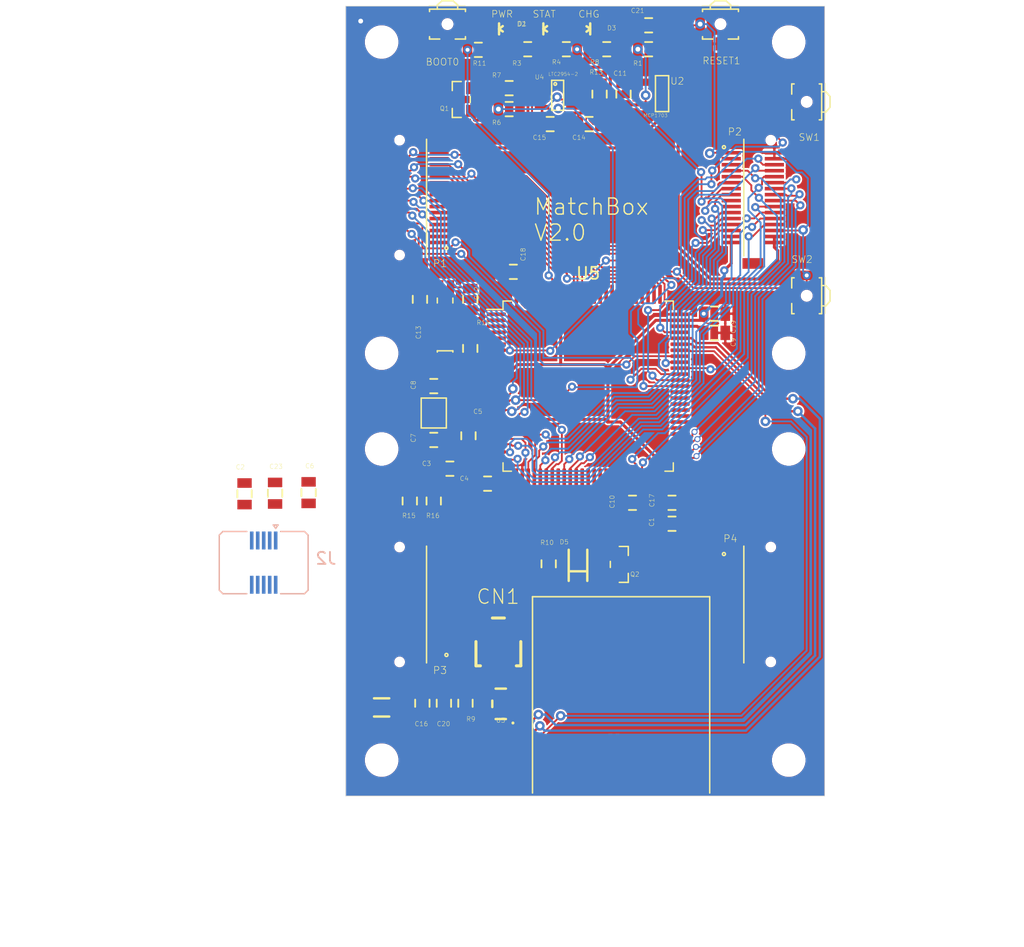
<source format=kicad_pcb>
(kicad_pcb (version 20171130) (host pcbnew 5.1.5+dfsg1-2build2)
  (layers (0 Top signal) (1 Route2 signal hide) (2 Route3 signal hide) (3 Route14 signal hide) (4 Route15 signal hide) (31 Bottom signal) (34 B.Paste user) (35 F.Paste user) (36 B.SilkS user) (37 F.SilkS user) (38 B.Mask user) (39 F.Mask user) (44 Edge.Cuts user))
  (net 0 "")
  (net 1 GND)
  (net 2 /VCC_3V3)
  (net 3 /PB9)
  (net 4 /PB8)
  (net 5 /BOOT0)
  (net 6 /PB7)
  (net 7 /PB6)
  (net 8 /PB5)
  (net 9 /PB4)
  (net 10 /PB3)
  (net 11 /PD2)
  (net 12 /PC12)
  (net 13 /PC11)
  (net 14 /PC10)
  (net 15 /PA15)
  (net 16 /PA14)
  (net 17 "Net-(C10-Pad2)")
  (net 18 /PA13)
  (net 19 /PA9)
  (net 20 /PA8)
  (net 21 /PC9)
  (net 22 /PC8)
  (net 23 /PC7)
  (net 24 /PC6)
  (net 25 /PB15)
  (net 26 /PB14)
  (net 27 /PB13)
  (net 28 /PB12)
  (net 29 "Net-(C9-Pad2)")
  (net 30 /PB11)
  (net 31 /PB10)
  (net 32 /PB2)
  (net 33 /PB1)
  (net 34 /PB0)
  (net 35 /PC5)
  (net 36 /PC4)
  (net 37 /PA7)
  (net 38 /PA6)
  (net 39 /PA5)
  (net 40 /PA4)
  (net 41 /PA3)
  (net 42 /PA2)
  (net 43 /PA1)
  (net 44 /PA0)
  (net 45 /PC3)
  (net 46 /PC2)
  (net 47 /PC1)
  (net 48 /PC0)
  (net 49 /RESET#)
  (net 50 /OSC_OUT)
  (net 51 /OSC_IN)
  (net 52 /OSC32K_OUT)
  (net 53 /OSC32K_IN)
  (net 54 /PC13)
  (net 55 /VCC_BKUP)
  (net 56 /VCC)
  (net 57 /PWR_ON)
  (net 58 "Net-(C14-Pad1)")
  (net 59 "Net-(R6-Pad2)")
  (net 60 "Net-(C15-Pad1)")
  (net 61 /VCC_SEL)
  (net 62 "Net-(D1-PadA)")
  (net 63 "Net-(D2-PadA)")
  (net 64 "Net-(Q1-Pad1)")
  (net 65 /VCC_USBF)
  (net 66 "Net-(R9-Pad1)")
  (net 67 /VBAT)
  (net 68 /STAT)
  (net 69 "Net-(D3-PadC)")
  (net 70 /VCC_USB)
  (net 71 "Net-(U5-Pad20)")
  (net 72 /PE1)
  (net 73 /PE0)
  (net 74 /PD7)
  (net 75 /PD6)
  (net 76 /PD5)
  (net 77 /PD4)
  (net 78 /PD3)
  (net 79 /PD1)
  (net 80 /PD0)
  (net 81 /PD15)
  (net 82 /PD14)
  (net 83 /PD13)
  (net 84 /PD12)
  (net 85 /PD11)
  (net 86 /PD10)
  (net 87 /PD9)
  (net 88 /PD8)
  (net 89 /PE15)
  (net 90 /PE14)
  (net 91 /PE13)
  (net 92 /PE12)
  (net 93 /PE11)
  (net 94 /PE10)
  (net 95 /PE9)
  (net 96 /PE8)
  (net 97 /PE7)
  (net 98 /PE6)
  (net 99 /PE5)
  (net 100 /PE4)
  (net 101 /PE3)
  (net 102 /PE2)
  (net 103 "Net-(J2-Pad7)")
  (net 104 /SWDCLK)
  (net 105 /SWDIO)
  (net 106 /USB_D+)
  (net 107 /USB_D-)
  (net 108 /USB_ID)
  (net 109 "Net-(P2-Pad3)")
  (net 110 "Net-(P2-Pad5)")
  (net 111 "Net-(P2-Pad17)")
  (net 112 "Net-(P2-Pad19)")
  (net 113 "Net-(P4-Pad3)")
  (net 114 "Net-(P4-Pad5)")
  (net 115 "Net-(P4-Pad17)")
  (net 116 "Net-(P4-Pad19)")
  (net 117 "Net-(P3-Pad3)")
  (net 118 "Net-(P3-Pad5)")
  (net 119 "Net-(P3-Pad6)")
  (net 120 "Net-(P3-Pad7)")
  (net 121 "Net-(P3-Pad8)")
  (net 122 "Net-(P3-Pad9)")
  (net 123 "Net-(P3-Pad10)")
  (net 124 "Net-(P3-Pad11)")
  (net 125 "Net-(P3-Pad12)")
  (net 126 "Net-(P3-Pad13)")
  (net 127 "Net-(P3-Pad14)")
  (net 128 "Net-(P3-Pad15)")
  (net 129 "Net-(P3-Pad16)")
  (net 130 "Net-(P3-Pad17)")
  (net 131 "Net-(P3-Pad18)")
  (net 132 "Net-(P3-Pad19)")
  (net 133 "Net-(P3-Pad20)")
  (net 134 "Net-(P3-Pad21)")
  (net 135 "Net-(P3-Pad22)")
  (net 136 "Net-(P3-Pad23)")
  (net 137 "Net-(P3-Pad24)")
  (net 138 "Net-(P3-Pad25)")
  (net 139 "Net-(P3-Pad26)")
  (net 140 "Net-(P3-Pad27)")
  (net 141 "Net-(P3-Pad28)")
  (net 142 "Net-(P4-Pad6)")
  (net 143 "Net-(P4-Pad7)")
  (net 144 "Net-(P4-Pad8)")
  (net 145 "Net-(P4-Pad9)")
  (net 146 "Net-(P4-Pad10)")
  (net 147 "Net-(P4-Pad11)")
  (net 148 "Net-(P4-Pad12)")
  (net 149 "Net-(P4-Pad13)")
  (net 150 "Net-(P4-Pad14)")
  (net 151 "Net-(P4-Pad15)")
  (net 152 "Net-(P4-Pad16)")
  (net 153 "Net-(P4-Pad18)")
  (net 154 "Net-(P4-Pad20)")
  (net 155 "Net-(P4-Pad21)")
  (net 156 "Net-(P4-Pad22)")
  (net 157 "Net-(P4-Pad23)")
  (net 158 "Net-(P4-Pad24)")
  (net 159 "Net-(P4-Pad25)")
  (net 160 "Net-(P4-Pad26)")
  (net 161 "Net-(P4-Pad27)")
  (net 162 "Net-(P4-Pad28)")
  (module matchbox_cpu_v20:0805 (layer Top) (at 140.35 94.9 180)
    (fp_text reference C4 (at 1.55 0.2 180) (layer F.SilkS) (effects (font (size 0.38608 0.38608) (thickness 0.030886)) (justify right bottom)))
    (fp_text value 0.1uF)
    (pad 2 smd rect (at 0.9 0 180) (size 0.8 1.2) (layers Top F.Paste F.Mask) (net 1 GND))
    (pad 1 smd rect (at -0.9 0 180) (size 0.8 1.2) (layers Top F.Paste F.Mask) (net 2 /VCC_3V3))
  )
  (module matchbox_ble_v01:MOLEX_MICROSD_PP (layer Top) (at 151.5 120.5 180)
    (fp_text reference SD1 hide)
    (fp_text value MOLEX_MICROSD_PP hide)
    (pad DET smd rect (at -0.6 15.325 180) (size 1.5 1.15) (layers Top F.Paste F.Mask) (net 4 /PB8))
    (pad M3 smd rect (at -2.9 15.325 180) (size 1.5 1.15) (layers Top F.Paste F.Mask) (net 1 GND))
    (pad M4 smd rect (at 6.4 15.325 180) (size 1.5 1.15) (layers Top F.Paste F.Mask) (net 1 GND))
    (pad M5 smd rect (at 6.575 10.6 180) (size 1.15 1.5) (layers Top F.Paste F.Mask) (net 1 GND))
    (pad 8 smd rect (at 5 3.75 180) (size 0.8 1.5) (layers Top F.Paste F.Mask) (net 21 /PC9))
    (pad 7 smd rect (at 3.9 3.75 180) (size 0.8 1.5) (layers Top F.Paste F.Mask) (net 22 /PC8))
    (pad 6 smd rect (at 2.8 3.75 180) (size 0.8 1.5) (layers Top F.Paste F.Mask) (net 2 /VCC_3V3))
    (pad 5 smd rect (at 1.7 3.75 180) (size 0.8 1.5) (layers Top F.Paste F.Mask) (net 12 /PC12))
    (pad 4 smd rect (at 0.6 3.75 180) (size 0.8 1.5) (layers Top F.Paste F.Mask) (net 1 GND))
    (pad 3 smd rect (at -0.5 3.75 180) (size 0.8 1.5) (layers Top F.Paste F.Mask) (net 11 /PD2))
    (pad 2 smd rect (at -1.6 3.75 180) (size 0.8 1.5) (layers Top F.Paste F.Mask) (net 13 /PC11))
    (pad 1 smd rect (at -2.7 3.75 180) (size 0.8 1.5) (layers Top F.Paste F.Mask) (net 14 /PC10))
    (pad M2 smd rect (at 6.45 0.85 180) (size 1.4 1.7) (layers Top F.Paste F.Mask) (net 1 GND))
    (pad M1 smd rect (at -6.45 0.85 180) (size 1.4 1.7) (layers Top F.Paste F.Mask) (net 1 GND))
  )
  (module matchbox_cpu_v20:0805 (layer Top) (at 159.3 80.7)
    (fp_text reference C19 (at 1.7995 0.512 90) (layer F.SilkS) (effects (font (size 0.38608 0.38608) (thickness 0.030886)) (justify right bottom)))
    (fp_text value 1uF)
    (pad 2 smd rect (at 0.9 0) (size 0.8 1.2) (layers Top F.Paste F.Mask) (net 1 GND))
    (pad 1 smd rect (at -0.9 0) (size 0.8 1.2) (layers Top F.Paste F.Mask) (net 2 /VCC_3V3))
  )
  (module Package_QFP:LQFP-100_14x14mm_P0.5mm (layer Top) (at 148.75 86.75)
    (fp_text reference U5 (at 0 -9.42) (layer F.SilkS))
    (fp_text value STM32H743VG)
    (pad 1 smd roundrect (at -7.675 -6) (size 1.6 0.3) (layers Top F.Paste F.Mask) (net 102 /PE2))
    (pad 2 smd roundrect (at -7.675 -5.5) (size 1.6 0.3) (layers Top F.Paste F.Mask) (net 101 /PE3))
    (pad 3 smd roundrect (at -7.675 -5) (size 1.6 0.3) (layers Top F.Paste F.Mask) (net 100 /PE4))
    (pad 4 smd roundrect (at -7.675 -4.5) (size 1.6 0.3) (layers Top F.Paste F.Mask) (net 99 /PE5))
    (pad 5 smd roundrect (at -7.675 -4) (size 1.6 0.3) (layers Top F.Paste F.Mask) (net 98 /PE6))
    (pad 6 smd roundrect (at -7.675 -3.5) (size 1.6 0.3) (layers Top F.Paste F.Mask) (net 55 /VCC_BKUP))
    (pad 7 smd roundrect (at -7.675 -3) (size 1.6 0.3) (layers Top F.Paste F.Mask) (net 54 /PC13))
    (pad 8 smd roundrect (at -7.675 -2.5) (size 1.6 0.3) (layers Top F.Paste F.Mask) (net 53 /OSC32K_IN))
    (pad 9 smd roundrect (at -7.675 -2) (size 1.6 0.3) (layers Top F.Paste F.Mask) (net 52 /OSC32K_OUT))
    (pad 10 smd roundrect (at -7.675 -1.5) (size 1.6 0.3) (layers Top F.Paste F.Mask) (net 2 /VCC_3V3))
    (pad 11 smd roundrect (at -7.675 -1) (size 1.6 0.3) (layers Top F.Paste F.Mask) (net 1 GND))
    (pad 12 smd roundrect (at -7.675 -0.5) (size 1.6 0.3) (layers Top F.Paste F.Mask) (net 50 /OSC_OUT))
    (pad 13 smd roundrect (at -7.675 0) (size 1.6 0.3) (layers Top F.Paste F.Mask) (net 51 /OSC_IN))
    (pad 14 smd roundrect (at -7.675 0.5) (size 1.6 0.3) (layers Top F.Paste F.Mask) (net 49 /RESET#))
    (pad 15 smd roundrect (at -7.675 1) (size 1.6 0.3) (layers Top F.Paste F.Mask) (net 48 /PC0))
    (pad 16 smd roundrect (at -7.675 1.5) (size 1.6 0.3) (layers Top F.Paste F.Mask) (net 47 /PC1))
    (pad 17 smd roundrect (at -7.675 2) (size 1.6 0.3) (layers Top F.Paste F.Mask) (net 46 /PC2))
    (pad 18 smd roundrect (at -7.675 2.5) (size 1.6 0.3) (layers Top F.Paste F.Mask) (net 45 /PC3))
    (pad 19 smd roundrect (at -7.675 3) (size 1.6 0.3) (layers Top F.Paste F.Mask) (net 2 /VCC_3V3))
    (pad 20 smd roundrect (at -7.675 3.5) (size 1.6 0.3) (layers Top F.Paste F.Mask) (net 71 "Net-(U5-Pad20)"))
    (pad 21 smd roundrect (at -7.675 4) (size 1.6 0.3) (layers Top F.Paste F.Mask) (net 1 GND))
    (pad 22 smd roundrect (at -7.675 4.5) (size 1.6 0.3) (layers Top F.Paste F.Mask) (net 44 /PA0))
    (pad 23 smd roundrect (at -7.675 5) (size 1.6 0.3) (layers Top F.Paste F.Mask) (net 43 /PA1))
    (pad 24 smd roundrect (at -7.675 5.5) (size 1.6 0.3) (layers Top F.Paste F.Mask) (net 42 /PA2))
    (pad 25 smd roundrect (at -7.675 6) (size 1.6 0.3) (layers Top F.Paste F.Mask) (net 41 /PA3))
    (pad 26 smd roundrect (at -6 7.675) (size 0.3 1.6) (layers Top F.Paste F.Mask) (net 2 /VCC_3V3))
    (pad 27 smd roundrect (at -5.5 7.675) (size 0.3 1.6) (layers Top F.Paste F.Mask) (net 1 GND))
    (pad 28 smd roundrect (at -5 7.675) (size 0.3 1.6) (layers Top F.Paste F.Mask) (net 40 /PA4))
    (pad 29 smd roundrect (at -4.5 7.675) (size 0.3 1.6) (layers Top F.Paste F.Mask) (net 39 /PA5))
    (pad 30 smd roundrect (at -4 7.675) (size 0.3 1.6) (layers Top F.Paste F.Mask) (net 38 /PA6))
    (pad 31 smd roundrect (at -3.5 7.675) (size 0.3 1.6) (layers Top F.Paste F.Mask) (net 37 /PA7))
    (pad 32 smd roundrect (at -3 7.675) (size 0.3 1.6) (layers Top F.Paste F.Mask) (net 36 /PC4))
    (pad 33 smd roundrect (at -2.5 7.675) (size 0.3 1.6) (layers Top F.Paste F.Mask) (net 35 /PC5))
    (pad 34 smd roundrect (at -2 7.675) (size 0.3 1.6) (layers Top F.Paste F.Mask) (net 34 /PB0))
    (pad 35 smd roundrect (at -1.5 7.675) (size 0.3 1.6) (layers Top F.Paste F.Mask) (net 33 /PB1))
    (pad 36 smd roundrect (at -1 7.675) (size 0.3 1.6) (layers Top F.Paste F.Mask) (net 32 /PB2))
    (pad 37 smd roundrect (at -0.5 7.675) (size 0.3 1.6) (layers Top F.Paste F.Mask) (net 97 /PE7))
    (pad 38 smd roundrect (at 0 7.675) (size 0.3 1.6) (layers Top F.Paste F.Mask) (net 96 /PE8))
    (pad 39 smd roundrect (at 0.5 7.675) (size 0.3 1.6) (layers Top F.Paste F.Mask) (net 95 /PE9))
    (pad 40 smd roundrect (at 1 7.675) (size 0.3 1.6) (layers Top F.Paste F.Mask) (net 94 /PE10))
    (pad 41 smd roundrect (at 1.5 7.675) (size 0.3 1.6) (layers Top F.Paste F.Mask) (net 93 /PE11))
    (pad 42 smd roundrect (at 2 7.675) (size 0.3 1.6) (layers Top F.Paste F.Mask) (net 92 /PE12))
    (pad 43 smd roundrect (at 2.5 7.675) (size 0.3 1.6) (layers Top F.Paste F.Mask) (net 91 /PE13))
    (pad 44 smd roundrect (at 3 7.675) (size 0.3 1.6) (layers Top F.Paste F.Mask) (net 90 /PE14))
    (pad 45 smd roundrect (at 3.5 7.675) (size 0.3 1.6) (layers Top F.Paste F.Mask) (net 89 /PE15))
    (pad 46 smd roundrect (at 4 7.675) (size 0.3 1.6) (layers Top F.Paste F.Mask) (net 31 /PB10))
    (pad 47 smd roundrect (at 4.5 7.675) (size 0.3 1.6) (layers Top F.Paste F.Mask) (net 30 /PB11))
    (pad 48 smd roundrect (at 5 7.675) (size 0.3 1.6) (layers Top F.Paste F.Mask) (net 17 "Net-(C10-Pad2)"))
    (pad 49 smd roundrect (at 5.5 7.675) (size 0.3 1.6) (layers Top F.Paste F.Mask) (net 2 /VCC_3V3))
    (pad 50 smd roundrect (at 6 7.675) (size 0.3 1.6) (layers Top F.Paste F.Mask) (net 1 GND))
    (pad 51 smd roundrect (at 7.675 6) (size 1.6 0.3) (layers Top F.Paste F.Mask) (net 28 /PB12))
    (pad 52 smd roundrect (at 7.675 5.5) (size 1.6 0.3) (layers Top F.Paste F.Mask) (net 27 /PB13))
    (pad 53 smd roundrect (at 7.675 5) (size 1.6 0.3) (layers Top F.Paste F.Mask) (net 26 /PB14))
    (pad 54 smd roundrect (at 7.675 4.5) (size 1.6 0.3) (layers Top F.Paste F.Mask) (net 25 /PB15))
    (pad 55 smd roundrect (at 7.675 4) (size 1.6 0.3) (layers Top F.Paste F.Mask) (net 88 /PD8))
    (pad 56 smd roundrect (at 7.675 3.5) (size 1.6 0.3) (layers Top F.Paste F.Mask) (net 87 /PD9))
    (pad 57 smd roundrect (at 7.675 3) (size 1.6 0.3) (layers Top F.Paste F.Mask) (net 86 /PD10))
    (pad 58 smd roundrect (at 7.675 2.5) (size 1.6 0.3) (layers Top F.Paste F.Mask) (net 85 /PD11))
    (pad 59 smd roundrect (at 7.675 2) (size 1.6 0.3) (layers Top F.Paste F.Mask) (net 84 /PD12))
    (pad 60 smd roundrect (at 7.675 1.5) (size 1.6 0.3) (layers Top F.Paste F.Mask) (net 83 /PD13))
    (pad 61 smd roundrect (at 7.675 1) (size 1.6 0.3) (layers Top F.Paste F.Mask) (net 82 /PD14))
    (pad 62 smd roundrect (at 7.675 0.5) (size 1.6 0.3) (layers Top F.Paste F.Mask) (net 81 /PD15))
    (pad 63 smd roundrect (at 7.675 0) (size 1.6 0.3) (layers Top F.Paste F.Mask) (net 24 /PC6))
    (pad 64 smd roundrect (at 7.675 -0.5) (size 1.6 0.3) (layers Top F.Paste F.Mask) (net 23 /PC7))
    (pad 65 smd roundrect (at 7.675 -1) (size 1.6 0.3) (layers Top F.Paste F.Mask) (net 22 /PC8))
    (pad 66 smd roundrect (at 7.675 -1.5) (size 1.6 0.3) (layers Top F.Paste F.Mask) (net 21 /PC9))
    (pad 67 smd roundrect (at 7.675 -2) (size 1.6 0.3) (layers Top F.Paste F.Mask) (net 20 /PA8))
    (pad 68 smd roundrect (at 7.675 -2.5) (size 1.6 0.3) (layers Top F.Paste F.Mask) (net 19 /PA9))
    (pad 69 smd roundrect (at 7.675 -3) (size 1.6 0.3) (layers Top F.Paste F.Mask) (net 108 /USB_ID))
    (pad 70 smd roundrect (at 7.675 -3.5) (size 1.6 0.3) (layers Top F.Paste F.Mask) (net 107 /USB_D-))
    (pad 71 smd roundrect (at 7.675 -4) (size 1.6 0.3) (layers Top F.Paste F.Mask) (net 106 /USB_D+))
    (pad 72 smd roundrect (at 7.675 -4.5) (size 1.6 0.3) (layers Top F.Paste F.Mask) (net 18 /PA13))
    (pad 73 smd roundrect (at 7.675 -5) (size 1.6 0.3) (layers Top F.Paste F.Mask) (net 29 "Net-(C9-Pad2)"))
    (pad 74 smd roundrect (at 7.675 -5.5) (size 1.6 0.3) (layers Top F.Paste F.Mask) (net 2 /VCC_3V3))
    (pad 75 smd roundrect (at 7.675 -6) (size 1.6 0.3) (layers Top F.Paste F.Mask) (net 1 GND))
    (pad 76 smd roundrect (at 6 -7.675) (size 0.3 1.6) (layers Top F.Paste F.Mask) (net 16 /PA14))
    (pad 77 smd roundrect (at 5.5 -7.675) (size 0.3 1.6) (layers Top F.Paste F.Mask) (net 15 /PA15))
    (pad 78 smd roundrect (at 5 -7.675) (size 0.3 1.6) (layers Top F.Paste F.Mask) (net 14 /PC10))
    (pad 79 smd roundrect (at 4.5 -7.675) (size 0.3 1.6) (layers Top F.Paste F.Mask) (net 13 /PC11))
    (pad 80 smd roundrect (at 4 -7.675) (size 0.3 1.6) (layers Top F.Paste F.Mask) (net 12 /PC12))
    (pad 81 smd roundrect (at 3.5 -7.675) (size 0.3 1.6) (layers Top F.Paste F.Mask) (net 80 /PD0))
    (pad 82 smd roundrect (at 3 -7.675) (size 0.3 1.6) (layers Top F.Paste F.Mask) (net 79 /PD1))
    (pad 83 smd roundrect (at 2.5 -7.675) (size 0.3 1.6) (layers Top F.Paste F.Mask) (net 11 /PD2))
    (pad 84 smd roundrect (at 2 -7.675) (size 0.3 1.6) (layers Top F.Paste F.Mask) (net 78 /PD3))
    (pad 85 smd roundrect (at 1.5 -7.675) (size 0.3 1.6) (layers Top F.Paste F.Mask) (net 77 /PD4))
    (pad 86 smd roundrect (at 1 -7.675) (size 0.3 1.6) (layers Top F.Paste F.Mask) (net 76 /PD5))
    (pad 87 smd roundrect (at 0.5 -7.675) (size 0.3 1.6) (layers Top F.Paste F.Mask) (net 75 /PD6))
    (pad 88 smd roundrect (at 0 -7.675) (size 0.3 1.6) (layers Top F.Paste F.Mask) (net 74 /PD7))
    (pad 89 smd roundrect (at -0.5 -7.675) (size 0.3 1.6) (layers Top F.Paste F.Mask) (net 10 /PB3))
    (pad 90 smd roundrect (at -1 -7.675) (size 0.3 1.6) (layers Top F.Paste F.Mask) (net 9 /PB4))
    (pad 91 smd roundrect (at -1.5 -7.675) (size 0.3 1.6) (layers Top F.Paste F.Mask) (net 8 /PB5))
    (pad 92 smd roundrect (at -2 -7.675) (size 0.3 1.6) (layers Top F.Paste F.Mask) (net 7 /PB6))
    (pad 93 smd roundrect (at -2.5 -7.675) (size 0.3 1.6) (layers Top F.Paste F.Mask) (net 6 /PB7))
    (pad 94 smd roundrect (at -3 -7.675) (size 0.3 1.6) (layers Top F.Paste F.Mask) (net 5 /BOOT0))
    (pad 95 smd roundrect (at -3.5 -7.675) (size 0.3 1.6) (layers Top F.Paste F.Mask) (net 4 /PB8))
    (pad 96 smd roundrect (at -4 -7.675) (size 0.3 1.6) (layers Top F.Paste F.Mask) (net 3 /PB9))
    (pad 97 smd roundrect (at -4.5 -7.675) (size 0.3 1.6) (layers Top F.Paste F.Mask) (net 73 /PE0))
    (pad 98 smd roundrect (at -5 -7.675) (size 0.3 1.6) (layers Top F.Paste F.Mask) (net 72 /PE1))
    (pad 99 smd roundrect (at -5.5 -7.675) (size 0.3 1.6) (layers Top F.Paste F.Mask) (net 2 /VCC_3V3))
    (pad 100 smd roundrect (at -6 -7.675) (size 0.3 1.6) (layers Top F.Paste F.Mask) (net 1 GND))
  )
  (module matchbox_cpu_v20:LED-0603 (layer Top) (at 148.75 56.9 270)
    (fp_text reference D3 (at 0.1515 -1.561) (layer F.SilkS) (effects (font (size 0.38608 0.38608) (thickness 0.030886)) (justify left bottom)))
    (fp_text value CHG (at -0.9 0.85) (layer F.SilkS) (effects (font (size 0.57912 0.57912) (thickness 0.046329)) (justify left bottom)))
    (pad A smd roundrect (at 0 0.877 270) (size 1 1) (layers Top F.Paste F.Mask) (roundrect_rratio 0.15) (net 65 /VCC_USBF))
    (pad C smd roundrect (at 0 -0.877 270) (size 1 1) (layers Top F.Paste F.Mask) (roundrect_rratio 0.15) (net 69 "Net-(D3-PadC)"))
  )
  (module Connector_Samtec:Samtec_LSHM-105-xx.x-x-DV-N_2x05_P0.50mm_Vertical (layer Bottom) (at 121.65 101.5 180)
    (fp_text reference J2 (at -5.2 0.35) (layer B.SilkS) (effects (justify mirror)))
    (fp_text value Conn_ARM_JTAG_SWD_10)
    (pad 1 smd rect (at -1 1.85 180) (size 0.3 1.5) (layers Bottom B.Paste B.Mask) (net 2 /VCC_3V3))
    (pad 3 smd rect (at -0.5 1.85 180) (size 0.3 1.5) (layers Bottom B.Paste B.Mask) (net 1 GND))
    (pad 5 smd rect (at 0 1.85 180) (size 0.3 1.5) (layers Bottom B.Paste B.Mask) (net 1 GND))
    (pad 7 smd rect (at 0.5 1.85 180) (size 0.3 1.5) (layers Bottom B.Paste B.Mask) (net 103 "Net-(J2-Pad7)"))
    (pad 9 smd rect (at 1 1.85 180) (size 0.3 1.5) (layers Bottom B.Paste B.Mask) (net 1 GND))
    (pad 2 smd rect (at -1 -1.85 180) (size 0.3 1.5) (layers Bottom B.Paste B.Mask) (net 105 /SWDIO))
    (pad 4 smd rect (at -0.5 -1.85 180) (size 0.3 1.5) (layers Bottom B.Paste B.Mask) (net 104 /SWDCLK))
    (pad 6 smd rect (at 0 -1.85 180) (size 0.3 1.5) (layers Bottom B.Paste B.Mask) (net 10 /PB3))
    (pad 8 smd rect (at 0.5 -1.85 180) (size 0.3 1.5) (layers Bottom B.Paste B.Mask) (net 15 /PA15))
    (pad 10 smd rect (at 1 -1.85 180) (size 0.3 1.5) (layers Bottom B.Paste B.Mask) (net 49 /RESET#))
    (pad "" np_thru_hole circle (at 2.25 0.85 180) (size 1.45 1.45) (drill 1.45) (layers *.Cu *.Mask))
    (pad "" np_thru_hole circle (at -2.25 0.85 180) (size 1.45 1.45) (drill 1.45) (layers *.Cu *.Mask))
  )
  (module matchbox_cpu_v20:CRYSTAL-32KHZ-SMD_EPSON_MC146 (layer Top) (at 136.05 77.9 270)
    (fp_text reference Y2 hide)
    (fp_text value "32.768kHz (9pF)" hide)
    (pad P$1 smd rect (at 0.6 -0.3 270) (size 1.2 0.6) (layers Top F.Paste F.Mask) (net 52 /OSC32K_OUT))
    (pad P$2 smd rect (at 0.6 -1.2 270) (size 1.2 0.6) (layers Top F.Paste F.Mask) (net 53 /OSC32K_IN))
    (pad NC2 smd rect (at 6.9 -0.3 270) (size 1.2 0.6) (layers Top F.Paste F.Mask))
    (pad NC1 smd rect (at 6.9 -1.2 270) (size 1.2 0.6) (layers Top F.Paste F.Mask))
  )
  (module matchbox_cpu_v20:DF12-32-DP (layer Top) (at 162.5 105 270)
    (fp_text reference P4 (at -5.5 1.875 180) (layer F.SilkS) (effects (font (size 0.60325 0.60325) (thickness 0.04826))))
    (fp_text value DF12-32-DP hide)
    (pad 1 smd rect (at -3.75 1.8001 270) (size 0.3 1.6) (layers Top F.Mask) (net 49 /RESET#))
    (pad 2 smd rect (at -3.75 -1.8001 270) (size 0.3 1.6) (layers Top F.Mask) (net 1 GND))
    (pad 3 smd rect (at -3.25 1.8001 270) (size 0.3 1.6) (layers Top F.Mask) (net 113 "Net-(P4-Pad3)"))
    (pad 4 smd rect (at -3.25 -1.8001 270) (size 0.3 1.6) (layers Top F.Mask) (net 1 GND))
    (pad 5 smd rect (at -2.75 1.8001 270) (size 0.3 1.6) (layers Top F.Mask) (net 114 "Net-(P4-Pad5)"))
    (pad 6 smd rect (at -2.75 -1.8001 270) (size 0.3 1.6) (layers Top F.Mask) (net 142 "Net-(P4-Pad6)"))
    (pad 7 smd rect (at -2.25 1.8001 270) (size 0.3 1.6) (layers Top F.Mask) (net 143 "Net-(P4-Pad7)"))
    (pad 8 smd rect (at -2.25 -1.8001 270) (size 0.3 1.6) (layers Top F.Mask) (net 144 "Net-(P4-Pad8)"))
    (pad 9 smd rect (at -1.75 1.8001 270) (size 0.3 1.6) (layers Top F.Mask) (net 145 "Net-(P4-Pad9)"))
    (pad 10 smd rect (at -1.75 -1.8001 270) (size 0.3 1.6) (layers Top F.Mask) (net 146 "Net-(P4-Pad10)"))
    (pad 11 smd rect (at -1.25 1.8001 270) (size 0.3 1.6) (layers Top F.Mask) (net 147 "Net-(P4-Pad11)"))
    (pad 12 smd rect (at -1.25 -1.8001 270) (size 0.3 1.6) (layers Top F.Mask) (net 148 "Net-(P4-Pad12)"))
    (pad 13 smd rect (at -0.75 1.8001 270) (size 0.3 1.6) (layers Top F.Mask) (net 149 "Net-(P4-Pad13)"))
    (pad 14 smd rect (at -0.75 -1.8001 270) (size 0.3 1.6) (layers Top F.Mask) (net 150 "Net-(P4-Pad14)"))
    (pad 15 smd rect (at -0.25 1.8001 270) (size 0.3 1.6) (layers Top F.Mask) (net 151 "Net-(P4-Pad15)"))
    (pad 16 smd rect (at -0.25 -1.8001 270) (size 0.3 1.6) (layers Top F.Mask) (net 152 "Net-(P4-Pad16)"))
    (pad 17 smd rect (at 0.25 1.8001 270) (size 0.3 1.6) (layers Top F.Mask) (net 115 "Net-(P4-Pad17)"))
    (pad 18 smd rect (at 0.25 -1.8001 270) (size 0.3 1.6) (layers Top F.Mask) (net 153 "Net-(P4-Pad18)"))
    (pad 19 smd rect (at 0.75 1.8001 270) (size 0.3 1.6) (layers Top F.Mask) (net 116 "Net-(P4-Pad19)"))
    (pad 20 smd rect (at 0.75 -1.8001 270) (size 0.3 1.6) (layers Top F.Mask) (net 154 "Net-(P4-Pad20)"))
    (pad 21 smd rect (at 1.25 1.8001 270) (size 0.3 1.6) (layers Top F.Mask) (net 155 "Net-(P4-Pad21)"))
    (pad 22 smd rect (at 1.25 -1.8001 270) (size 0.3 1.6) (layers Top F.Mask) (net 156 "Net-(P4-Pad22)"))
    (pad 23 smd rect (at 1.75 1.8001 270) (size 0.3 1.6) (layers Top F.Mask) (net 157 "Net-(P4-Pad23)"))
    (pad 24 smd rect (at 1.75 -1.8001 270) (size 0.3 1.6) (layers Top F.Mask) (net 158 "Net-(P4-Pad24)"))
    (pad 25 smd rect (at 2.25 1.8001 270) (size 0.3 1.6) (layers Top F.Mask) (net 159 "Net-(P4-Pad25)"))
    (pad 26 smd rect (at 2.25 -1.8001 270) (size 0.3 1.6) (layers Top F.Mask) (net 160 "Net-(P4-Pad26)"))
    (pad 27 smd rect (at 2.75 1.8001 270) (size 0.3 1.6) (layers Top F.Mask) (net 161 "Net-(P4-Pad27)"))
    (pad 28 smd rect (at 2.75 -1.8001 270) (size 0.3 1.6) (layers Top F.Mask) (net 162 "Net-(P4-Pad28)"))
    (pad 29 smd rect (at 3.25 1.8001 270) (size 0.3 1.6) (layers Top F.Mask) (net 2 /VCC_3V3))
    (pad 30 smd rect (at 3.25 -1.8001 270) (size 0.3 1.6) (layers Top F.Mask) (net 56 /VCC))
    (pad 31 smd rect (at 3.75 1.8001 270) (size 0.3 1.6) (layers Top F.Mask) (net 2 /VCC_3V3))
    (pad 32 smd rect (at 3.75 -1.8001 270) (size 0.3 1.6) (layers Top F.Mask) (net 56 /VCC))
    (pad F1 smd rect (at -5.5 0 270) (size 0.889 1.7272) (layers Top F.Paste F.Mask))
    (pad F2 smd rect (at 5.5 0 270) (size 0.889 1.7272) (layers Top F.Paste F.Mask))
    (pad "" np_thru_hole circle (at -4.8 -1.5 270) (size 0.6 0.6) (drill 0.6) (layers *.Cu *.Mask))
    (pad "" np_thru_hole circle (at 4.8 -1.5 270) (size 0.6 0.6) (drill 0.6) (layers *.Cu *.Mask))
  )
  (module matchbox_cpu_v20:DF12-32-DP (layer Top) (at 134.5 105 90)
    (fp_text reference P3 (at -5.5 1.875 180) (layer F.SilkS) (effects (font (size 0.60325 0.60325) (thickness 0.04826))))
    (fp_text value DF12-32-DP hide)
    (pad 1 smd rect (at -3.75 1.8001 90) (size 0.3 1.6) (layers Top F.Mask) (net 49 /RESET#))
    (pad 2 smd rect (at -3.75 -1.8001 90) (size 0.3 1.6) (layers Top F.Mask) (net 1 GND))
    (pad 3 smd rect (at -3.25 1.8001 90) (size 0.3 1.6) (layers Top F.Mask) (net 117 "Net-(P3-Pad3)"))
    (pad 4 smd rect (at -3.25 -1.8001 90) (size 0.3 1.6) (layers Top F.Mask) (net 1 GND))
    (pad 5 smd rect (at -2.75 1.8001 90) (size 0.3 1.6) (layers Top F.Mask) (net 118 "Net-(P3-Pad5)"))
    (pad 6 smd rect (at -2.75 -1.8001 90) (size 0.3 1.6) (layers Top F.Mask) (net 119 "Net-(P3-Pad6)"))
    (pad 7 smd rect (at -2.25 1.8001 90) (size 0.3 1.6) (layers Top F.Mask) (net 120 "Net-(P3-Pad7)"))
    (pad 8 smd rect (at -2.25 -1.8001 90) (size 0.3 1.6) (layers Top F.Mask) (net 121 "Net-(P3-Pad8)"))
    (pad 9 smd rect (at -1.75 1.8001 90) (size 0.3 1.6) (layers Top F.Mask) (net 122 "Net-(P3-Pad9)"))
    (pad 10 smd rect (at -1.75 -1.8001 90) (size 0.3 1.6) (layers Top F.Mask) (net 123 "Net-(P3-Pad10)"))
    (pad 11 smd rect (at -1.25 1.8001 90) (size 0.3 1.6) (layers Top F.Mask) (net 124 "Net-(P3-Pad11)"))
    (pad 12 smd rect (at -1.25 -1.8001 90) (size 0.3 1.6) (layers Top F.Mask) (net 125 "Net-(P3-Pad12)"))
    (pad 13 smd rect (at -0.75 1.8001 90) (size 0.3 1.6) (layers Top F.Mask) (net 126 "Net-(P3-Pad13)"))
    (pad 14 smd rect (at -0.75 -1.8001 90) (size 0.3 1.6) (layers Top F.Mask) (net 127 "Net-(P3-Pad14)"))
    (pad 15 smd rect (at -0.25 1.8001 90) (size 0.3 1.6) (layers Top F.Mask) (net 128 "Net-(P3-Pad15)"))
    (pad 16 smd rect (at -0.25 -1.8001 90) (size 0.3 1.6) (layers Top F.Mask) (net 129 "Net-(P3-Pad16)"))
    (pad 17 smd rect (at 0.25 1.8001 90) (size 0.3 1.6) (layers Top F.Mask) (net 130 "Net-(P3-Pad17)"))
    (pad 18 smd rect (at 0.25 -1.8001 90) (size 0.3 1.6) (layers Top F.Mask) (net 131 "Net-(P3-Pad18)"))
    (pad 19 smd rect (at 0.75 1.8001 90) (size 0.3 1.6) (layers Top F.Mask) (net 132 "Net-(P3-Pad19)"))
    (pad 20 smd rect (at 0.75 -1.8001 90) (size 0.3 1.6) (layers Top F.Mask) (net 133 "Net-(P3-Pad20)"))
    (pad 21 smd rect (at 1.25 1.8001 90) (size 0.3 1.6) (layers Top F.Mask) (net 134 "Net-(P3-Pad21)"))
    (pad 22 smd rect (at 1.25 -1.8001 90) (size 0.3 1.6) (layers Top F.Mask) (net 135 "Net-(P3-Pad22)"))
    (pad 23 smd rect (at 1.75 1.8001 90) (size 0.3 1.6) (layers Top F.Mask) (net 136 "Net-(P3-Pad23)"))
    (pad 24 smd rect (at 1.75 -1.8001 90) (size 0.3 1.6) (layers Top F.Mask) (net 137 "Net-(P3-Pad24)"))
    (pad 25 smd rect (at 2.25 1.8001 90) (size 0.3 1.6) (layers Top F.Mask) (net 138 "Net-(P3-Pad25)"))
    (pad 26 smd rect (at 2.25 -1.8001 90) (size 0.3 1.6) (layers Top F.Mask) (net 139 "Net-(P3-Pad26)"))
    (pad 27 smd rect (at 2.75 1.8001 90) (size 0.3 1.6) (layers Top F.Mask) (net 140 "Net-(P3-Pad27)"))
    (pad 28 smd rect (at 2.75 -1.8001 90) (size 0.3 1.6) (layers Top F.Mask) (net 141 "Net-(P3-Pad28)"))
    (pad 29 smd rect (at 3.25 1.8001 90) (size 0.3 1.6) (layers Top F.Mask) (net 2 /VCC_3V3))
    (pad 30 smd rect (at 3.25 -1.8001 90) (size 0.3 1.6) (layers Top F.Mask) (net 56 /VCC))
    (pad 31 smd rect (at 3.75 1.8001 90) (size 0.3 1.6) (layers Top F.Mask) (net 2 /VCC_3V3))
    (pad 32 smd rect (at 3.75 -1.8001 90) (size 0.3 1.6) (layers Top F.Mask) (net 56 /VCC))
    (pad F1 smd rect (at -5.5 0 90) (size 0.889 1.7272) (layers Top F.Paste F.Mask))
    (pad F2 smd rect (at 5.5 0 90) (size 0.889 1.7272) (layers Top F.Paste F.Mask))
    (pad "" np_thru_hole circle (at -4.8 -1.5 90) (size 0.6 0.6) (drill 0.6) (layers *.Cu *.Mask))
    (pad "" np_thru_hole circle (at 4.8 -1.5 90) (size 0.6 0.6) (drill 0.6) (layers *.Cu *.Mask))
  )
  (module "" (layer Top) (at 165.5 84)
    (fp_text reference @HOLE1 hide)
    (fp_text value "" (at 0 0) (layer F.SilkS) (effects (font (size 1.27 1.27))))
    (pad "" np_thru_hole circle (at 0 0) (size 2.5 2.5) (drill 2.5) (layers *.Cu *.Mask))
  )
  (module "" (layer Top) (at 131.5 84)
    (fp_text reference @HOLE1 hide)
    (fp_text value "" (at 0 0) (layer F.SilkS) (effects (font (size 1.27 1.27))))
    (pad "" np_thru_hole circle (at 0 0) (size 2.5 2.5) (drill 2.5) (layers *.Cu *.Mask))
  )
  (module "" (layer Top) (at 165.5 58)
    (fp_text reference @HOLE1 hide)
    (fp_text value "" (at 0 0) (layer F.SilkS) (effects (font (size 1.27 1.27))))
    (pad "" np_thru_hole circle (at 0 0) (size 2.5 2.5) (drill 2.5) (layers *.Cu *.Mask))
  )
  (module "" (layer Top) (at 131.5 58)
    (fp_text reference @HOLE1 hide)
    (fp_text value "" (at 0 0) (layer F.SilkS) (effects (font (size 1.27 1.27))))
    (pad "" np_thru_hole circle (at 0 0) (size 2.5 2.5) (drill 2.5) (layers *.Cu *.Mask))
  )
  (module "" (layer Top) (at 131.5011 92.0036)
    (fp_text reference @HOLE0 hide)
    (fp_text value "" (at 0 0) (layer F.SilkS) (effects (font (size 1.27 1.27))))
    (pad "" np_thru_hole circle (at 0 0) (size 2.5 2.5) (drill 2.5) (layers *.Cu *.Mask))
  )
  (module "" (layer Top) (at 165.5011 92.0036)
    (fp_text reference @HOLE1 hide)
    (fp_text value "" (at 0 0) (layer F.SilkS) (effects (font (size 1.27 1.27))))
    (pad "" np_thru_hole circle (at 0 0) (size 2.5 2.5) (drill 2.5) (layers *.Cu *.Mask))
  )
  (module "" (layer Top) (at 165.5011 118.0036)
    (fp_text reference @HOLE2 hide)
    (fp_text value "" (at 0 0) (layer F.SilkS) (effects (font (size 1.27 1.27))))
    (pad "" np_thru_hole circle (at 0 0) (size 2.5 2.5) (drill 2.5) (layers *.Cu *.Mask))
  )
  (module "" (layer Top) (at 131.5011 118.0036)
    (fp_text reference @HOLE3 hide)
    (fp_text value "" (at 0 0) (layer F.SilkS) (effects (font (size 1.27 1.27))))
    (pad "" np_thru_hole circle (at 0 0) (size 2.5 2.5) (drill 2.5) (layers *.Cu *.Mask))
  )
  (module matchbox_cpu_v20:DF12-32-DP (layer Top) (at 162.5 71 270)
    (fp_text reference P2 (at -5.5 1.5) (layer F.SilkS) (effects (font (size 0.60325 0.60325) (thickness 0.04826))))
    (fp_text value DF12-32-DP hide)
    (pad 1 smd rect (at -3.75 1.8001 270) (size 0.3 1.6) (layers Top F.Mask) (net 49 /RESET#))
    (pad 2 smd rect (at -3.75 -1.8001 270) (size 0.3 1.6) (layers Top F.Mask) (net 1 GND))
    (pad 3 smd rect (at -3.25 1.8001 270) (size 0.3 1.6) (layers Top F.Mask) (net 109 "Net-(P2-Pad3)"))
    (pad 4 smd rect (at -3.25 -1.8001 270) (size 0.3 1.6) (layers Top F.Mask) (net 1 GND))
    (pad 5 smd rect (at -2.75 1.8001 270) (size 0.3 1.6) (layers Top F.Mask) (net 110 "Net-(P2-Pad5)"))
    (pad 6 smd rect (at -2.75 -1.8001 270) (size 0.3 1.6) (layers Top F.Mask) (net 18 /PA13))
    (pad 7 smd rect (at -2.25 1.8001 270) (size 0.3 1.6) (layers Top F.Mask) (net 30 /PB11))
    (pad 8 smd rect (at -2.25 -1.8001 270) (size 0.3 1.6) (layers Top F.Mask) (net 20 /PA8))
    (pad 9 smd rect (at -1.75 1.8001 270) (size 0.3 1.6) (layers Top F.Mask) (net 31 /PB10))
    (pad 10 smd rect (at -1.75 -1.8001 270) (size 0.3 1.6) (layers Top F.Mask) (net 21 /PC9))
    (pad 11 smd rect (at -1.25 1.8001 270) (size 0.3 1.6) (layers Top F.Mask) (net 32 /PB2))
    (pad 12 smd rect (at -1.25 -1.8001 270) (size 0.3 1.6) (layers Top F.Mask) (net 25 /PB15))
    (pad 13 smd rect (at -0.75 1.8001 270) (size 0.3 1.6) (layers Top F.Mask) (net 33 /PB1))
    (pad 14 smd rect (at -0.75 -1.8001 270) (size 0.3 1.6) (layers Top F.Mask) (net 26 /PB14))
    (pad 15 smd rect (at -0.25 1.8001 270) (size 0.3 1.6) (layers Top F.Mask) (net 34 /PB0))
    (pad 16 smd rect (at -0.25 -1.8001 270) (size 0.3 1.6) (layers Top F.Mask) (net 27 /PB13))
    (pad 17 smd rect (at 0.25 1.8001 270) (size 0.3 1.6) (layers Top F.Mask) (net 111 "Net-(P2-Pad17)"))
    (pad 18 smd rect (at 0.25 -1.8001 270) (size 0.3 1.6) (layers Top F.Mask) (net 28 /PB12))
    (pad 19 smd rect (at 0.75 1.8001 270) (size 0.3 1.6) (layers Top F.Mask) (net 112 "Net-(P2-Pad19)"))
    (pad 20 smd rect (at 0.75 -1.8001 270) (size 0.3 1.6) (layers Top F.Mask) (net 41 /PA3))
    (pad 21 smd rect (at 1.25 1.8001 270) (size 0.3 1.6) (layers Top F.Mask) (net 37 /PA7))
    (pad 22 smd rect (at 1.25 -1.8001 270) (size 0.3 1.6) (layers Top F.Mask) (net 42 /PA2))
    (pad 23 smd rect (at 1.75 1.8001 270) (size 0.3 1.6) (layers Top F.Mask) (net 38 /PA6))
    (pad 24 smd rect (at 1.75 -1.8001 270) (size 0.3 1.6) (layers Top F.Mask) (net 43 /PA1))
    (pad 25 smd rect (at 2.25 1.8001 270) (size 0.3 1.6) (layers Top F.Mask) (net 39 /PA5))
    (pad 26 smd rect (at 2.25 -1.8001 270) (size 0.3 1.6) (layers Top F.Mask) (net 44 /PA0))
    (pad 27 smd rect (at 2.75 1.8001 270) (size 0.3 1.6) (layers Top F.Mask) (net 40 /PA4))
    (pad 28 smd rect (at 2.75 -1.8001 270) (size 0.3 1.6) (layers Top F.Mask) (net 57 /PWR_ON))
    (pad 29 smd rect (at 3.25 1.8001 270) (size 0.3 1.6) (layers Top F.Mask) (net 2 /VCC_3V3))
    (pad 30 smd rect (at 3.25 -1.8001 270) (size 0.3 1.6) (layers Top F.Mask) (net 56 /VCC))
    (pad 31 smd rect (at 3.75 1.8001 270) (size 0.3 1.6) (layers Top F.Mask) (net 2 /VCC_3V3))
    (pad 32 smd rect (at 3.75 -1.8001 270) (size 0.3 1.6) (layers Top F.Mask) (net 56 /VCC))
    (pad F1 smd rect (at -5.5 0 270) (size 0.889 1.7272) (layers Top F.Paste F.Mask))
    (pad F2 smd rect (at 5.5 0 270) (size 0.889 1.7272) (layers Top F.Paste F.Mask))
    (pad "" np_thru_hole circle (at -4.8 -1.5 270) (size 0.6 0.6) (drill 0.6) (layers *.Cu *.Mask))
    (pad "" np_thru_hole circle (at 4.8 -1.5 270) (size 0.6 0.6) (drill 0.6) (layers *.Cu *.Mask))
  )
  (module matchbox_cpu_v20:DF12-32-DP (layer Top) (at 134.5 71 90)
    (fp_text reference P1 (at -5.5 1.875) (layer F.SilkS) (effects (font (size 0.60325 0.60325) (thickness 0.04826))))
    (fp_text value DF12-32-DP hide)
    (pad 1 smd rect (at -3.75 1.8001 90) (size 0.3 1.6) (layers Top F.Mask) (net 49 /RESET#))
    (pad 2 smd rect (at -3.75 -1.8001 90) (size 0.3 1.6) (layers Top F.Mask) (net 1 GND))
    (pad 3 smd rect (at -3.25 1.8001 90) (size 0.3 1.6) (layers Top F.Mask) (net 3 /PB9))
    (pad 4 smd rect (at -3.25 -1.8001 90) (size 0.3 1.6) (layers Top F.Mask) (net 1 GND))
    (pad 5 smd rect (at -2.75 1.8001 90) (size 0.3 1.6) (layers Top F.Mask) (net 4 /PB8))
    (pad 6 smd rect (at -2.75 -1.8001 90) (size 0.3 1.6) (layers Top F.Mask) (net 54 /PC13))
    (pad 7 smd rect (at -2.25 1.8001 90) (size 0.3 1.6) (layers Top F.Mask) (net 6 /PB7))
    (pad 8 smd rect (at -2.25 -1.8001 90) (size 0.3 1.6) (layers Top F.Mask) (net 19 /PA9))
    (pad 9 smd rect (at -1.75 1.8001 90) (size 0.3 1.6) (layers Top F.Mask) (net 7 /PB6))
    (pad 10 smd rect (at -1.75 -1.8001 90) (size 0.3 1.6) (layers Top F.Mask) (net 22 /PC8))
    (pad 11 smd rect (at -1.25 1.8001 90) (size 0.3 1.6) (layers Top F.Mask) (net 16 /PA14))
    (pad 12 smd rect (at -1.25 -1.8001 90) (size 0.3 1.6) (layers Top F.Mask) (net 48 /PC0))
    (pad 13 smd rect (at -0.75 1.8001 90) (size 0.3 1.6) (layers Top F.Mask) (net 8 /PB5))
    (pad 14 smd rect (at -0.75 -1.8001 90) (size 0.3 1.6) (layers Top F.Mask) (net 47 /PC1))
    (pad 15 smd rect (at -0.25 1.8001 90) (size 0.3 1.6) (layers Top F.Mask) (net 9 /PB4))
    (pad 16 smd rect (at -0.25 -1.8001 90) (size 0.3 1.6) (layers Top F.Mask) (net 46 /PC2))
    (pad 17 smd rect (at 0.25 1.8001 90) (size 0.3 1.6) (layers Top F.Mask) (net 10 /PB3))
    (pad 18 smd rect (at 0.25 -1.8001 90) (size 0.3 1.6) (layers Top F.Mask) (net 45 /PC3))
    (pad 19 smd rect (at 0.75 1.8001 90) (size 0.3 1.6) (layers Top F.Mask) (net 11 /PD2))
    (pad 20 smd rect (at 0.75 -1.8001 90) (size 0.3 1.6) (layers Top F.Mask) (net 36 /PC4))
    (pad 21 smd rect (at 1.25 1.8001 90) (size 0.3 1.6) (layers Top F.Mask) (net 12 /PC12))
    (pad 22 smd rect (at 1.25 -1.8001 90) (size 0.3 1.6) (layers Top F.Mask) (net 35 /PC5))
    (pad 23 smd rect (at 1.75 1.8001 90) (size 0.3 1.6) (layers Top F.Mask) (net 13 /PC11))
    (pad 24 smd rect (at 1.75 -1.8001 90) (size 0.3 1.6) (layers Top F.Mask) (net 24 /PC6))
    (pad 25 smd rect (at 2.25 1.8001 90) (size 0.3 1.6) (layers Top F.Mask) (net 14 /PC10))
    (pad 26 smd rect (at 2.25 -1.8001 90) (size 0.3 1.6) (layers Top F.Mask) (net 23 /PC7))
    (pad 27 smd rect (at 2.75 1.8001 90) (size 0.3 1.6) (layers Top F.Mask) (net 15 /PA15))
    (pad 28 smd rect (at 2.75 -1.8001 90) (size 0.3 1.6) (layers Top F.Mask) (net 57 /PWR_ON))
    (pad 29 smd rect (at 3.25 1.8001 90) (size 0.3 1.6) (layers Top F.Mask) (net 2 /VCC_3V3))
    (pad 30 smd rect (at 3.25 -1.8001 90) (size 0.3 1.6) (layers Top F.Mask) (net 56 /VCC))
    (pad 31 smd rect (at 3.75 1.8001 90) (size 0.3 1.6) (layers Top F.Mask) (net 2 /VCC_3V3))
    (pad 32 smd rect (at 3.75 -1.8001 90) (size 0.3 1.6) (layers Top F.Mask) (net 56 /VCC))
    (pad F1 smd rect (at -5.5 0 90) (size 0.889 1.7272) (layers Top F.Paste F.Mask))
    (pad F2 smd rect (at 5.5 0 90) (size 0.889 1.7272) (layers Top F.Paste F.Mask))
    (pad "" np_thru_hole circle (at -4.8 -1.5 90) (size 0.6 0.6) (drill 0.6) (layers *.Cu *.Mask))
    (pad "" np_thru_hole circle (at 4.8 -1.5 90) (size 0.6 0.6) (drill 0.6) (layers *.Cu *.Mask))
  )
  (module matchbox_cpu_v20:0805 (layer Top) (at 155.75 98.25)
    (fp_text reference C1 (at -1.4755 0.262 90) (layer F.SilkS) (effects (font (size 0.38608 0.38608) (thickness 0.030886)) (justify left bottom)))
    (fp_text value 1uF)
    (pad 2 smd rect (at 0.9 0) (size 0.8 1.2) (layers Top F.Paste F.Mask) (net 1 GND))
    (pad 1 smd rect (at -0.9 0) (size 0.8 1.2) (layers Top F.Paste F.Mask) (net 2 /VCC_3V3))
  )
  (module matchbox_cpu_v20:0805 (layer Top) (at 120.05 95.75 90)
    (fp_text reference C2 (at 2.0036 -0.7511) (layer F.SilkS) (effects (font (size 0.38608 0.38608) (thickness 0.030886)) (justify left bottom)))
    (fp_text value 0.1uF)
    (pad 2 smd rect (at 0.9 0 90) (size 0.8 1.2) (layers Top F.Paste F.Mask) (net 1 GND))
    (pad 1 smd rect (at -0.9 0 90) (size 0.8 1.2) (layers Top F.Paste F.Mask) (net 2 /VCC_3V3))
  )
  (module matchbox_cpu_v20:0805 (layer Top) (at 137.2 93.65 180)
    (fp_text reference C3 (at 1.55 0.2 180) (layer F.SilkS) (effects (font (size 0.38608 0.38608) (thickness 0.030886)) (justify right bottom)))
    (fp_text value 1uF)
    (pad 2 smd rect (at 0.9 0 180) (size 0.8 1.2) (layers Top F.Paste F.Mask) (net 1 GND))
    (pad 1 smd rect (at -0.9 0 180) (size 0.8 1.2) (layers Top F.Paste F.Mask) (net 2 /VCC_3V3))
  )
  (module matchbox_cpu_v20:0805 (layer Top) (at 138.75 90.9 90)
    (fp_text reference C5 (at 1.7995 0.387) (layer F.SilkS) (effects (font (size 0.38608 0.38608) (thickness 0.030886)) (justify left bottom)))
    (fp_text value 0.1uF)
    (pad 1 smd rect (at -0.9 0 90) (size 0.8 1.2) (layers Top F.Paste F.Mask) (net 2 /VCC_3V3))
    (pad 2 smd rect (at 0.9 0 90) (size 0.8 1.2) (layers Top F.Paste F.Mask) (net 1 GND))
  )
  (module matchbox_cpu_v20:0805 (layer Top) (at 125.4 95.65 90)
    (fp_text reference C6 (at 2 -0.3015) (layer F.SilkS) (effects (font (size 0.38608 0.38608) (thickness 0.030886)) (justify left bottom)))
    (fp_text value 1uF)
    (pad 2 smd rect (at 0.9 0 90) (size 0.8 1.2) (layers Top F.Paste F.Mask) (net 1 GND))
    (pad 1 smd rect (at -0.9 0 90) (size 0.8 1.2) (layers Top F.Paste F.Mask) (net 2 /VCC_3V3))
  )
  (module matchbox_cpu_v20:ABM11 (layer Top) (at 135.8536 88.9989 270)
    (fp_text reference Y1)
    (fp_text value "16MHz(9pF)" hide)
    (pad 4 smd rect (at -0.65 -0.5 270) (size 0.75 0.65) (layers Top F.Paste F.Mask) (net 1 GND))
    (pad 3 smd rect (at 0.65 -0.5 270) (size 0.75 0.65) (layers Top F.Paste F.Mask) (net 51 /OSC_IN))
    (pad 2 smd rect (at 0.65 0.5 270) (size 0.75 0.65) (layers Top F.Paste F.Mask) (net 1 GND))
    (pad 1 smd rect (at -0.65 0.5 270) (size 0.75 0.65) (layers Top F.Paste F.Mask) (net 50 /OSC_OUT))
  )
  (module matchbox_cpu_v20:0805 (layer Top) (at 135.8536 91.2489 180)
    (fp_text reference C7 (at 1.4755 -0.237 90) (layer F.SilkS) (effects (font (size 0.38608 0.38608) (thickness 0.030886)) (justify left bottom)))
    (fp_text value 4pF)
    (pad 2 smd rect (at 0.9 0 180) (size 0.8 1.2) (layers Top F.Paste F.Mask) (net 1 GND))
    (pad 1 smd rect (at -0.9 0 180) (size 0.8 1.2) (layers Top F.Paste F.Mask) (net 51 /OSC_IN))
  )
  (module matchbox_cpu_v20:0805 (layer Top) (at 135.8536 86.7489)
    (fp_text reference C8 (at -1.4755 0.312 -270) (layer F.SilkS) (effects (font (size 0.38608 0.38608) (thickness 0.030886)) (justify left bottom)))
    (fp_text value 4pF)
    (pad 2 smd rect (at 0.9 0) (size 0.8 1.2) (layers Top F.Paste F.Mask) (net 1 GND))
    (pad 1 smd rect (at -0.9 0) (size 0.8 1.2) (layers Top F.Paste F.Mask) (net 50 /OSC_OUT))
  )
  (module matchbox_cpu_v20:0805 (layer Top) (at 159.3 82.3 180)
    (fp_text reference C9 (at -1.7995 -0.387 90) (layer F.SilkS) (effects (font (size 0.38608 0.38608) (thickness 0.030886)) (justify right bottom)))
    (fp_text value 2.2uF)
    (pad 2 smd rect (at 0.9 0 180) (size 0.8 1.2) (layers Top F.Paste F.Mask) (net 29 "Net-(C9-Pad2)"))
    (pad 1 smd rect (at -0.9 0 180) (size 0.8 1.2) (layers Top F.Paste F.Mask) (net 1 GND))
  )
  (module matchbox_cpu_v20:0805 (layer Top) (at 152.45 96.5)
    (fp_text reference C10 (at -1.4735 0.489 90) (layer F.SilkS) (effects (font (size 0.38608 0.38608) (thickness 0.030886)) (justify left bottom)))
    (fp_text value 2.2uF)
    (pad 2 smd rect (at 0.9 0) (size 0.8 1.2) (layers Top F.Paste F.Mask) (net 17 "Net-(C10-Pad2)"))
    (pad 1 smd rect (at -0.9 0) (size 0.8 1.2) (layers Top F.Paste F.Mask) (net 1 GND))
  )
  (module matchbox_cpu_v20:SOT23-8 (layer Top) (at 144.9 61.5 270)
    (fp_text reference U4 (at -0.35 0.625) (layer F.SilkS) (effects (font (size 0.38608 0.38608) (thickness 0.030886)) (justify left bottom)))
    (fp_text value LTC2954-2 (at -0.65 -0.5) (layer F.SilkS) (effects (font (size 0.28956 0.28956) (thickness 0.023164)) (justify left bottom)))
    (pad 1 smd rect (at 0 0) (size 1.22 0.4) (layers Top F.Paste F.Mask) (net 61 /VCC_SEL))
    (pad 2 smd rect (at 0.65 0) (size 1.22 0.4) (layers Top F.Paste F.Mask) (net 57 /PWR_ON))
    (pad 3 smd rect (at 1.3 0) (size 1.22 0.4) (layers Top F.Paste F.Mask) (net 60 "Net-(C15-Pad1)"))
    (pad 4 smd rect (at 1.95 0) (size 1.22 0.4) (layers Top F.Paste F.Mask) (net 1 GND))
    (pad 5 smd rect (at 1.95 -2.62) (size 1.22 0.4) (layers Top F.Paste F.Mask) (net 54 /PC13))
    (pad 6 smd rect (at 1.3 -2.62) (size 1.22 0.4) (layers Top F.Paste F.Mask) (net 59 "Net-(R6-Pad2)"))
    (pad 7 smd rect (at 0.65 -2.62) (size 1.22 0.4) (layers Top F.Paste F.Mask) (net 58 "Net-(C14-Pad1)"))
    (pad 8 smd rect (at 0 -2.62) (size 1.22 0.4) (layers Top F.Paste F.Mask) (net 36 /PC4))
  )
  (module matchbox_cpu_v20:0805 (layer Top) (at 153.8 58.6 180)
    (fp_text reference R1 (at 1.3 -1.4 180) (layer F.SilkS) (effects (font (size 0.38608 0.38608) (thickness 0.030886)) (justify left bottom)))
    (fp_text value 10k)
    (pad 2 smd rect (at 0.9 0 180) (size 0.8 1.2) (layers Top F.Paste F.Mask) (net 2 /VCC_3V3))
    (pad 1 smd rect (at -0.9 0 180) (size 0.8 1.2) (layers Top F.Paste F.Mask) (net 49 /RESET#))
  )
  (module matchbox_cpu_v20:SOT23A (layer Top) (at 154.87 62.31 270)
    (fp_text reference U2 (at -0.71 -1.93 180) (layer F.SilkS) (effects (font (size 0.57912 0.57912) (thickness 0.046329)) (justify right bottom)))
    (fp_text value MCP1703 (at 1.99 -0.53 180) (layer F.SilkS) (effects (font (size 0.28956 0.28956) (thickness 0.023164)) (justify right bottom)))
    (pad 3 smd rect (at 0 -1.4) (size 1 0.6) (layers Top F.Paste F.Mask) (net 56 /VCC))
    (pad 1 smd rect (at -0.95 1.3) (size 1 0.6) (layers Top F.Paste F.Mask) (net 1 GND))
    (pad 2 smd rect (at 0.95 1.3) (size 1 0.6) (layers Top F.Paste F.Mask) (net 2 /VCC_3V3))
  )
  (module matchbox_cpu_v20:0805 (layer Top) (at 151.7 62.35 90)
    (fp_text reference C11 (at 1.51 0.3) (layer F.SilkS) (effects (font (size 0.38608 0.38608) (thickness 0.030886)) (justify right bottom)))
    (fp_text value 1uF)
    (pad 1 smd rect (at -0.9 0 90) (size 0.8 1.2) (layers Top F.Paste F.Mask) (net 2 /VCC_3V3))
    (pad 2 smd rect (at 0.9 0 90) (size 0.8 1.2) (layers Top F.Paste F.Mask) (net 1 GND))
  )
  (module matchbox_cpu_v20:0805 (layer Top) (at 138.9 79.5 270)
    (fp_text reference C12 (at -1.087 -0.7755 90) (layer F.SilkS) (effects (font (size 0.38608 0.38608) (thickness 0.030886)) (justify right bottom)))
    (fp_text value 8pF)
    (pad 2 smd rect (at 0.9 0 270) (size 0.8 1.2) (layers Top F.Paste F.Mask) (net 1 GND))
    (pad 1 smd rect (at -0.9 0 270) (size 0.8 1.2) (layers Top F.Paste F.Mask) (net 53 /OSC32K_IN))
  )
  (module matchbox_cpu_v20:0805 (layer Top) (at 134.7 79.5 270)
    (fp_text reference C13 (at 3.35 -0.1 90) (layer F.SilkS) (effects (font (size 0.38608 0.38608) (thickness 0.030886)) (justify left bottom)))
    (fp_text value 8pF)
    (pad 2 smd rect (at 0.9 0 270) (size 0.8 1.2) (layers Top F.Paste F.Mask) (net 1 GND))
    (pad 1 smd rect (at -0.9 0 270) (size 0.8 1.2) (layers Top F.Paste F.Mask) (net 52 /OSC32K_OUT))
  )
  (module matchbox_cpu_v20:0805 (layer Top) (at 148.8261 64.8536 180)
    (fp_text reference C14 (at 1.4261 -1.3464) (layer F.SilkS) (effects (font (size 0.38608 0.38608) (thickness 0.030886)) (justify left bottom)))
    (fp_text value 1uF)
    (pad 1 smd rect (at -0.9 0 180) (size 0.8 1.2) (layers Top F.Paste F.Mask) (net 58 "Net-(C14-Pad1)"))
    (pad 2 smd rect (at 0.9 0 180) (size 0.8 1.2) (layers Top F.Paste F.Mask) (net 1 GND))
  )
  (module matchbox_cpu_v20:0805 (layer Top) (at 145.5761 64.8536)
    (fp_text reference C15 (at -1.4761 1.3464) (layer F.SilkS) (effects (font (size 0.38608 0.38608) (thickness 0.030886)) (justify left bottom)))
    (fp_text value .033uF)
    (pad 1 smd rect (at -0.9 0) (size 0.8 1.2) (layers Top F.Paste F.Mask) (net 60 "Net-(C15-Pad1)"))
    (pad 2 smd rect (at 0.9 0) (size 0.8 1.2) (layers Top F.Paste F.Mask) (net 1 GND))
  )
  (module matchbox_cpu_v20:LED-0603 (layer Top) (at 141.477 56.9 90)
    (fp_text reference D1 (at 0.2015 2.164) (layer F.SilkS) (effects (font (size 0.38608 0.38608) (thickness 0.030886)) (justify right bottom)))
    (fp_text value PWR (at 0.9 1.023) (layer F.SilkS) (effects (font (size 0.57912 0.57912) (thickness 0.046329)) (justify right bottom)))
    (pad A smd roundrect (at 0 0.877 90) (size 1 1) (layers Top F.Paste F.Mask) (roundrect_rratio 0.15) (net 62 "Net-(D1-PadA)"))
    (pad C smd roundrect (at 0 -0.877 90) (size 1 1) (layers Top F.Paste F.Mask) (roundrect_rratio 0.15) (net 1 GND))
  )
  (module matchbox_cpu_v20:LED-0603 (layer Top) (at 145.177 56.9 90)
    (fp_text reference D2 (at 0.1765 -1.611) (layer F.SilkS) (effects (font (size 0.38608 0.38608) (thickness 0.030886)) (justify right bottom)))
    (fp_text value STAT (at 0.9 0.9) (layer F.SilkS) (effects (font (size 0.57912 0.57912) (thickness 0.046329)) (justify right bottom)))
    (pad A smd roundrect (at 0 0.877 90) (size 1 1) (layers Top F.Paste F.Mask) (roundrect_rratio 0.15) (net 63 "Net-(D2-PadA)"))
    (pad C smd roundrect (at 0 -0.877 90) (size 1 1) (layers Top F.Paste F.Mask) (roundrect_rratio 0.15) (net 1 GND))
  )
  (module matchbox_cpu_v20:0805 (layer Top) (at 143.7 58.6)
    (fp_text reference R3 (at -1.3 1.4) (layer F.SilkS) (effects (font (size 0.38608 0.38608) (thickness 0.030886)) (justify left bottom)))
    (fp_text value 1k)
    (pad 2 smd rect (at 0.9 0) (size 0.8 1.2) (layers Top F.Paste F.Mask) (net 2 /VCC_3V3))
    (pad 1 smd rect (at -0.9 0) (size 0.8 1.2) (layers Top F.Paste F.Mask) (net 62 "Net-(D1-PadA)"))
  )
  (module matchbox_cpu_v20:0805 (layer Top) (at 146.925 58.6)
    (fp_text reference R4 (at -0.425 1.3 180) (layer F.SilkS) (effects (font (size 0.38608 0.38608) (thickness 0.030886)) (justify right bottom)))
    (fp_text value 1k)
    (pad 2 smd rect (at 0.9 0) (size 0.8 1.2) (layers Top F.Paste F.Mask) (net 32 /PB2))
    (pad 1 smd rect (at -0.9 0) (size 0.8 1.2) (layers Top F.Paste F.Mask) (net 63 "Net-(D2-PadA)"))
  )
  (module matchbox_cpu_v20:SUPER-SOT3 (layer Top) (at 138.15 62.8 90)
    (fp_text reference Q1 (at -0.975 -1) (layer F.SilkS) (effects (font (size 0.38608 0.38608) (thickness 0.030886)) (justify right bottom)))
    (fp_text value FDN360P hide)
    (pad 3 smd rect (at 0 -1.1 90) (size 1 1.4) (layers Top F.Paste F.Mask) (net 56 /VCC))
    (pad 2 smd rect (at 0.95 1.1 90) (size 1 1.4) (layers Top F.Paste F.Mask) (net 61 /VCC_SEL))
    (pad 1 smd rect (at -0.95 1.1 90) (size 1 1.4) (layers Top F.Paste F.Mask) (net 64 "Net-(Q1-Pad1)"))
  )
  (module matchbox_cpu_v20:0805 (layer Top) (at 142.1511 63.6036 180)
    (fp_text reference R6 (at 0.6511 -1.3464) (layer F.SilkS) (effects (font (size 0.38608 0.38608) (thickness 0.030886)) (justify right bottom)))
    (fp_text value 100k)
    (pad 1 smd rect (at -0.9 0 180) (size 0.8 1.2) (layers Top F.Paste F.Mask) (net 64 "Net-(Q1-Pad1)"))
    (pad 2 smd rect (at 0.9 0 180) (size 0.8 1.2) (layers Top F.Paste F.Mask) (net 59 "Net-(R6-Pad2)"))
  )
  (module matchbox_cpu_v20:0805 (layer Top) (at 142.1511 61.8536 180)
    (fp_text reference R7 (at 0.6511 0.8536) (layer F.SilkS) (effects (font (size 0.38608 0.38608) (thickness 0.030886)) (justify right bottom)))
    (fp_text value 100k)
    (pad 1 smd rect (at -0.9 0 180) (size 0.8 1.2) (layers Top F.Paste F.Mask) (net 61 /VCC_SEL))
    (pad 2 smd rect (at 0.9 0 180) (size 0.8 1.2) (layers Top F.Paste F.Mask) (net 59 "Net-(R6-Pad2)"))
  )
  (module matchbox_cpu_v20:0805 (layer Top) (at 134.9 113.25 90)
    (fp_text reference C16 (at -1.95 0.5 180) (layer F.SilkS) (effects (font (size 0.38608 0.38608) (thickness 0.030886)) (justify right bottom)))
    (fp_text value 10uF)
    (pad 2 smd rect (at 0.9 0 90) (size 0.8 1.2) (layers Top F.Paste F.Mask) (net 1 GND))
    (pad 1 smd rect (at -0.9 0 90) (size 0.8 1.2) (layers Top F.Paste F.Mask) (net 65 /VCC_USBF))
  )
  (module matchbox_cpu_v20:0805 (layer Top) (at 155.75 96.5)
    (fp_text reference C17 (at -1.4505 0.387 90) (layer F.SilkS) (effects (font (size 0.38608 0.38608) (thickness 0.030886)) (justify left bottom)))
    (fp_text value 0.1uF)
    (pad 2 smd rect (at 0.9 0) (size 0.8 1.2) (layers Top F.Paste F.Mask) (net 1 GND))
    (pad 1 smd rect (at -0.9 0) (size 0.8 1.2) (layers Top F.Paste F.Mask) (net 2 /VCC_3V3))
  )
  (module matchbox_cpu_v20:0805 (layer Top) (at 142.5 77.2 180)
    (fp_text reference C18 (at -1.04 0.87 90) (layer F.SilkS) (effects (font (size 0.38608 0.38608) (thickness 0.030886)) (justify left bottom)))
    (fp_text value 0.1uF)
    (pad 2 smd rect (at 0.9 0 180) (size 0.8 1.2) (layers Top F.Paste F.Mask) (net 1 GND))
    (pad 1 smd rect (at -0.9 0 180) (size 0.8 1.2) (layers Top F.Paste F.Mask) (net 2 /VCC_3V3))
  )
  (module matchbox_cpu_v20:SOT23-5 (layer Top) (at 141.4501 113.3 90)
    (fp_text reference U3 (at -1.6 0.4001) (layer F.SilkS) (effects (font (size 0.38608 0.38608) (thickness 0.030886)) (justify right bottom)))
    (fp_text value MCP73831)
    (pad 5 smd rect (at -0.95 -1.3001 90) (size 0.55 1.2) (layers Top F.Paste F.Mask) (net 66 "Net-(R9-Pad1)"))
    (pad 4 smd rect (at 0.95 -1.3001 90) (size 0.55 1.2) (layers Top F.Paste F.Mask) (net 65 /VCC_USBF))
    (pad 3 smd rect (at 0.95 1.3001 90) (size 0.55 1.2) (layers Top F.Paste F.Mask) (net 67 /VBAT))
    (pad 2 smd rect (at 0 1.3001 90) (size 0.55 1.2) (layers Top F.Paste F.Mask) (net 1 GND))
    (pad 1 smd rect (at -0.95 1.3001 90) (size 0.55 1.2) (layers Top F.Paste F.Mask) (net 68 /STAT))
  )
  (module matchbox_cpu_v20:0805 (layer Top) (at 150.3 58.6)
    (fp_text reference R8 (at -0.6 1.3) (layer F.SilkS) (effects (font (size 0.38608 0.38608) (thickness 0.030886)) (justify right bottom)))
    (fp_text value 1k)
    (pad 2 smd rect (at 0.9 0) (size 0.8 1.2) (layers Top F.Paste F.Mask) (net 68 /STAT))
    (pad 1 smd rect (at -0.9 0) (size 0.8 1.2) (layers Top F.Paste F.Mask) (net 69 "Net-(D3-PadC)"))
  )
  (module matchbox_cpu_v20:0805 (layer Top) (at 138.5 113.25 90)
    (fp_text reference R9 (at -1.55 0.85) (layer F.SilkS) (effects (font (size 0.38608 0.38608) (thickness 0.030886)) (justify right bottom)))
    (fp_text value 4.7k)
    (pad 2 smd rect (at 0.9 0 90) (size 0.8 1.2) (layers Top F.Paste F.Mask) (net 1 GND))
    (pad 1 smd rect (at -0.9 0 90) (size 0.8 1.2) (layers Top F.Paste F.Mask) (net 66 "Net-(R9-Pad1)"))
  )
  (module matchbox_cpu_v20:0805 (layer Top) (at 136.7 113.25 90)
    (fp_text reference C20 (at -1.95 0.55 180) (layer F.SilkS) (effects (font (size 0.38608 0.38608) (thickness 0.030886)) (justify right bottom)))
    (fp_text value 10uF)
    (pad 1 smd rect (at -0.9 0 90) (size 0.8 1.2) (layers Top F.Paste F.Mask) (net 67 /VBAT))
    (pad 2 smd rect (at 0.9 0 90) (size 0.8 1.2) (layers Top F.Paste F.Mask) (net 1 GND))
  )
  (module matchbox_cpu_v20:PTC-1206 (layer Top) (at 131.5 113.6)
    (fp_text reference F1 hide)
    (fp_text value PTCSMD hide)
    (pad 2 smd rect (at 1.5 0) (size 1 1.9) (layers Top F.Paste F.Mask) (net 65 /VCC_USBF))
    (pad 1 smd rect (at -1.5 0) (size 1 1.9) (layers Top F.Paste F.Mask) (net 70 /VCC_USB))
  )
  (module matchbox_cpu_v20:0805 (layer Top) (at 139.575 58.65)
    (fp_text reference R11 (at -0.475 1.35) (layer F.SilkS) (effects (font (size 0.38608 0.38608) (thickness 0.030886)) (justify left bottom)))
    (fp_text value 10k)
    (pad 1 smd rect (at -0.9 0) (size 0.8 1.2) (layers Top F.Paste F.Mask) (net 5 /BOOT0))
    (pad 2 smd rect (at 0.9 0) (size 0.8 1.2) (layers Top F.Paste F.Mask) (net 1 GND))
  )
  (module matchbox_cpu_v20:SM02B-SRSS-TB (layer Top) (at 141.25 107.6 180)
    (fp_text reference CN1 (at 1.9 2.55) (layer F.SilkS) (effects (font (size 1.2065 1.2065) (thickness 0.09652)) (justify left bottom)))
    (fp_text value ?M02B-SRSS-TBS hide)
    (pad FIT@2 smd rect (at 1.8 0.9 180) (size 1.2 1.8) (layers Top F.Paste F.Mask))
    (pad FIT@1 smd rect (at -1.8 0.9 180) (size 1.2 1.8) (layers Top F.Paste F.Mask))
    (pad 2 smd rect (at 0.5 -2.975 180) (size 0.6 1.55) (layers Top F.Paste F.Mask) (net 1 GND))
    (pad 1 smd rect (at -0.5 -2.975 180) (size 0.6 1.55) (layers Top F.Paste F.Mask) (net 67 /VBAT))
  )
  (module matchbox_cpu_v20:0805 (layer Top) (at 153.8 56.6 180)
    (fp_text reference C21 (at 1.5 1 180) (layer F.SilkS) (effects (font (size 0.38608 0.38608) (thickness 0.030886)) (justify left bottom)))
    (fp_text value 0.1uF)
    (pad 2 smd rect (at 0.9 0 180) (size 0.8 1.2) (layers Top F.Paste F.Mask) (net 1 GND))
    (pad 1 smd rect (at -0.9 0 180) (size 0.8 1.2) (layers Top F.Paste F.Mask) (net 49 /RESET#))
  )
  (module matchbox_cpu_v20:0805 (layer Top) (at 145.45 101.6 270)
    (fp_text reference R10 (at -1.55 -0.45 180) (layer F.SilkS) (effects (font (size 0.38608 0.38608) (thickness 0.030886)) (justify right bottom)))
    (fp_text value 4.7k)
    (pad 2 smd rect (at 0.9 0 270) (size 0.8 1.2) (layers Top F.Paste F.Mask) (net 1 GND))
    (pad 1 smd rect (at -0.9 0 270) (size 0.8 1.2) (layers Top F.Paste F.Mask) (net 65 /VCC_USBF))
  )
  (module matchbox_cpu_v20:SUPER-SOT3 (layer Top) (at 151.35 101.65 270)
    (fp_text reference Q2 (at 1.05 -1.7) (layer F.SilkS) (effects (font (size 0.38608 0.38608) (thickness 0.030886)) (justify right bottom)))
    (fp_text value FDN360P hide)
    (pad 3 smd rect (at 0 -1.1 270) (size 1 1.4) (layers Top F.Paste F.Mask) (net 67 /VBAT))
    (pad 2 smd rect (at 0.95 1.1 270) (size 1 1.4) (layers Top F.Paste F.Mask) (net 61 /VCC_SEL))
    (pad 1 smd rect (at -0.95 1.1 270) (size 1 1.4) (layers Top F.Paste F.Mask) (net 65 /VCC_USBF))
  )
  (module matchbox_cpu_v20:SOD-123 (layer Top) (at 147.9 101.725 90)
    (fp_text reference D5 (at 1.725 -0.761) (layer F.SilkS) (effects (font (size 0.38608 0.38608) (thickness 0.030886)) (justify right bottom)))
    (fp_text value MBR120)
    (pad A smd rect (at 1.575 0 90) (size 0.9 0.95) (layers Top F.Paste F.Mask) (net 65 /VCC_USBF))
    (pad C smd rect (at -1.575 0 90) (size 0.9 0.95) (layers Top F.Paste F.Mask) (net 61 /VCC_SEL))
  )
  (module matchbox_cpu_v20:0805 (layer Top) (at 149.7 62.35 270)
    (fp_text reference R13 (at -1.6 -0.3 180) (layer F.SilkS) (effects (font (size 0.38608 0.38608) (thickness 0.030886)) (justify right bottom)))
    (fp_text value 10k)
    (pad 1 smd rect (at -0.9 0 270) (size 0.8 1.2) (layers Top F.Paste F.Mask) (net 36 /PC4))
    (pad 2 smd rect (at 0.9 0 270) (size 0.8 1.2) (layers Top F.Paste F.Mask) (net 2 /VCC_3V3))
  )
  (module matchbox_cpu_v20:0805 (layer Top) (at 138.9 83.6 90)
    (fp_text reference R14 (at 1.9245 0.512) (layer F.SilkS) (effects (font (size 0.38608 0.38608) (thickness 0.030886)) (justify left bottom)))
    (fp_text value 0k)
    (pad 2 smd rect (at 0.9 0 90) (size 0.8 1.2) (layers Top F.Paste F.Mask) (net 55 /VCC_BKUP))
    (pad 1 smd rect (at -0.9 0 90) (size 0.8 1.2) (layers Top F.Paste F.Mask) (net 2 /VCC_3V3))
  )
  (module matchbox_cpu_v20:MICROUSB (layer Top) (at 138.7 119.6)
    (fp_text reference U$1 hide)
    (fp_text value MICROUSB hide)
    (pad 5 smd rect (at 1.3 -2.675) (size 0.4 1.35) (layers Top F.Paste F.Mask) (net 1 GND))
    (pad 1 smd rect (at -1.3 -2.675) (size 0.4 1.35) (layers Top F.Paste F.Mask) (net 70 /VCC_USB))
    (pad 4 smd rect (at 0.65 -2.675) (size 0.4 1.35) (layers Top F.Paste F.Mask) (net 108 /USB_ID))
    (pad 2 smd rect (at -0.65 -2.675) (size 0.4 1.35) (layers Top F.Paste F.Mask) (net 107 /USB_D-))
    (pad 3 smd rect (at 0 -2.675) (size 0.4 1.35) (layers Top F.Paste F.Mask) (net 106 /USB_D+))
    (pad 7 smd rect (at 3.1 -2.55) (size 2.1 1.6) (layers Top F.Paste F.Mask) (net 1 GND))
    (pad 6 smd rect (at -3.1 -2.55) (size 2.1 1.6) (layers Top F.Paste F.Mask) (net 1 GND))
    (pad 8 smd rect (at -3.8 0) (size 1.8 1.9) (layers Top F.Paste F.Mask) (net 1 GND))
    (pad 11 smd rect (at 3.8 0) (size 1.8 1.9) (layers Top F.Paste F.Mask) (net 1 GND))
    (pad 10 smd rect (at 1.2 0) (size 1.9 1.9) (layers Top F.Paste F.Mask) (net 1 GND))
    (pad 9 smd rect (at -1.2 0) (size 1.9 1.9) (layers Top F.Paste F.Mask) (net 1 GND))
  )
  (module matchbox_cpu_v20:B3U-3100PM-B (layer Top) (at 159.8 56.5)
    (fp_text reference RESET1 (at 1.7 3.4) (layer F.SilkS) (effects (font (size 0.57912 0.57912) (thickness 0.046329)) (justify right bottom)))
    (fp_text value B3U-3100PM-B hide)
    (pad 1 smd rect (at -1.7 0) (size 0.8 1.7) (layers Top F.Paste F.Mask) (net 49 /RESET#))
    (pad 2 smd rect (at 1.7 0) (size 0.8 1.7) (layers Top F.Paste F.Mask) (net 1 GND))
    (pad "" np_thru_hole circle (at 0 0) (size 0.7 0.7) (drill 0.7) (layers *.Cu *.Mask))
    (pad GND smd rect (at 0 1.65) (size 0.8 1.1) (layers Top F.Paste F.Mask) (net 1 GND))
  )
  (module matchbox_cpu_v20:B3U-3100PM-B (layer Top) (at 167 63 270)
    (fp_text reference SW1 (at 3.3 0.7) (layer F.SilkS) (effects (font (size 0.57912 0.57912) (thickness 0.046329)) (justify left bottom)))
    (fp_text value B3U-3100PM-B hide)
    (pad 1 smd rect (at -1.7 0 270) (size 0.8 1.7) (layers Top F.Paste F.Mask) (net 47 /PC1))
    (pad 2 smd rect (at 1.7 0 270) (size 0.8 1.7) (layers Top F.Paste F.Mask) (net 1 GND))
    (pad "" np_thru_hole circle (at 0 0 270) (size 0.7 0.7) (drill 0.7) (layers *.Cu *.Mask))
    (pad GND smd rect (at 0 1.65 270) (size 0.8 1.1) (layers Top F.Paste F.Mask) (net 1 GND))
  )
  (module matchbox_cpu_v20:B3U-3100PM-B (layer Top) (at 167 79.2 270)
    (fp_text reference SW2 (at -2.7 1.3) (layer F.SilkS) (effects (font (size 0.57912 0.57912) (thickness 0.046329)) (justify left bottom)))
    (fp_text value B3U-3100PM-B hide)
    (pad 1 smd rect (at -1.7 0 270) (size 0.8 1.7) (layers Top F.Paste F.Mask) (net 57 /PWR_ON))
    (pad 2 smd rect (at 1.7 0 270) (size 0.8 1.7) (layers Top F.Paste F.Mask) (net 1 GND))
    (pad "" np_thru_hole circle (at 0 0 270) (size 0.7 0.7) (drill 0.7) (layers *.Cu *.Mask))
    (pad GND smd rect (at 0 1.65 270) (size 0.8 1.1) (layers Top F.Paste F.Mask) (net 1 GND))
  )
  (module matchbox_cpu_v20:B3U-3100PM-B (layer Top) (at 137 56.5)
    (fp_text reference BOOT0 (at 1 3.5) (layer F.SilkS) (effects (font (size 0.57912 0.57912) (thickness 0.046329)) (justify right bottom)))
    (fp_text value B3U-3100PM-B hide)
    (pad 1 smd rect (at -1.7 0) (size 0.8 1.7) (layers Top F.Paste F.Mask) (net 5 /BOOT0))
    (pad 2 smd rect (at 1.7 0) (size 0.8 1.7) (layers Top F.Paste F.Mask) (net 2 /VCC_3V3))
    (pad "" np_thru_hole circle (at 0 0) (size 0.7 0.7) (drill 0.7) (layers *.Cu *.Mask))
    (pad GND smd rect (at 0 1.65) (size 0.8 1.1) (layers Top F.Paste F.Mask) (net 1 GND))
  )
  (module matchbox_cpu_v20:0805 (layer Top) (at 133.85 96.35 90)
    (fp_text reference R15 (at -1.4505 0.512) (layer F.SilkS) (effects (font (size 0.38608 0.38608) (thickness 0.030886)) (justify right bottom)))
    (fp_text value 10k)
    (pad 2 smd rect (at 0.9 0 90) (size 0.8 1.2) (layers Top F.Paste F.Mask) (net 35 /PC5))
    (pad 1 smd rect (at -0.9 0 90) (size 0.8 1.2) (layers Top F.Paste F.Mask) (net 56 /VCC))
  )
  (module matchbox_cpu_v20:0805 (layer Top) (at 135.85 96.35 270)
    (fp_text reference R16 (at 1.4505 -0.512) (layer F.SilkS) (effects (font (size 0.38608 0.38608) (thickness 0.030886)) (justify right bottom)))
    (fp_text value 10k)
    (pad 2 smd rect (at 0.9 0 270) (size 0.8 1.2) (layers Top F.Paste F.Mask) (net 1 GND))
    (pad 1 smd rect (at -0.9 0 270) (size 0.8 1.2) (layers Top F.Paste F.Mask) (net 35 /PC5))
  )
  (module matchbox_cpu_v20:0805 (layer Top) (at 122.6 95.7 90)
    (fp_text reference C23 (at 2.0036 -0.5011 180) (layer F.SilkS) (effects (font (size 0.38608 0.38608) (thickness 0.030886)) (justify left bottom)))
    (fp_text value 1uF)
    (pad 2 smd rect (at 0.9 0 90) (size 0.8 1.2) (layers Top F.Paste F.Mask) (net 1 GND))
    (pad 1 smd rect (at -0.9 0 90) (size 0.8 1.2) (layers Top F.Paste F.Mask) (net 2 /VCC_3V3))
  )
  (gr_line (start 128.5011 121.0036) (end 168.5011 121.0036) (layer Edge.Cuts) (width 0.05))
  (gr_line (start 168.5011 121.0036) (end 168.5011 55) (layer Edge.Cuts) (width 0.05))
  (gr_line (start 168.5 55) (end 128.5 55) (layer Edge.Cuts) (width 0.05))
  (gr_line (start 128.5 55) (end 128.5011 121.0036) (layer Edge.Cuts) (width 0.05))
  (gr_text "MatchBox \nV2.0" (at 144.15 74.725) (layer F.SilkS) (effects (font (size 1.35128 1.35128) (thickness 0.113792)) (justify left bottom)))
  (via (at 129.75 56.25) (size 0.8) (drill 0.4) (layers Top Bottom) (net 1))
  (segment (start 146.4761 64.8536) (end 147.9261 64.8536) (width 0.25) (layer Top) (net 1))
  (segment (start 139.35 89.75) (end 139.1 90) (width 0.25) (layer Top) (net 1))
  (segment (start 158.35 81.25) (end 158.4 81.3) (width 0.25) (layer Top) (net 2))
  (segment (start 156.425 81.25) (end 158.35 81.25) (width 0.25) (layer Top) (net 2))
  (segment (start 150.4 89.725) (end 150.375 89.75) (width 0.25) (layer Top) (net 2))
  (segment (start 150.4 85.25) (end 150.4 89.725) (width 0.25) (layer Top) (net 2))
  (segment (start 154.25 95.9) (end 154.85 96.5) (width 0.25) (layer Top) (net 2))
  (segment (start 154.25 94.425) (end 154.25 95.9) (width 0.25) (layer Top) (net 2))
  (segment (start 154.85 96.5) (end 154.85 98.25) (width 0.25) (layer Top) (net 2))
  (segment (start 160.6999 74.25) (end 160.6999 74.75) (width 0.25) (layer Top) (net 2))
  (segment (start 154.25 92.556952) (end 151.443048 89.75) (width 0.25) (layer Top) (net 2))
  (segment (start 154.25 94.425) (end 154.25 92.556952) (width 0.25) (layer Top) (net 2))
  (segment (start 151.443048 89.75) (end 150.375 89.75) (width 0.25) (layer Top) (net 2))
  (segment (start 160.6999 74.75) (end 160.6999 76.503131) (width 0.25) (layer Top) (net 2))
  (segment (start 160.6999 76.503131) (end 160.11962 77.083411) (width 0.25) (layer Top) (net 2))
  (via (at 160.11962 77.083411) (size 0.6858) (drill 0.3302) (layers Top Bottom) (net 2))
  (segment (start 150.101671 84.951671) (end 150.4 85.25) (width 0.25) (layer Top) (net 2))
  (segment (start 142.848329 84.951671) (end 150.101671 84.951671) (width 0.25) (layer Top) (net 2))
  (segment (start 142.5 85.3) (end 142.848329 84.951671) (width 0.25) (layer Top) (net 2))
  (segment (start 141.075 85.25) (end 142.5 85.3) (width 0.25) (layer Top) (net 2))
  (via (at 158.400021 80.700021) (size 0.6858) (drill 0.3302) (layers Top Bottom) (net 2))
  (segment (start 160.11962 77.568344) (end 159.901721 77.786243) (width 0.25) (layer Bottom) (net 2))
  (segment (start 158.4 80.7) (end 158.400021 80.700021) (width 0.25) (layer Top) (net 2))
  (segment (start 160.11962 77.083411) (end 160.11962 77.568344) (width 0.25) (layer Bottom) (net 2))
  (segment (start 159.901721 77.786243) (end 159.901721 79.198321) (width 0.25) (layer Bottom) (net 2))
  (segment (start 159.901721 79.198321) (end 158.400021 80.700021) (width 0.25) (layer Bottom) (net 2))
  (segment (start 143.25 77.35) (end 143.4 77.2) (width 0.25) (layer Top) (net 2))
  (segment (start 143.25 79.075) (end 143.25 77.35) (width 0.25) (layer Top) (net 2))
  (segment (start 149.7 63.25) (end 151.7 63.25) (width 0.25) (layer Top) (net 2))
  (segment (start 151.7 63.25) (end 153.56 63.25) (width 0.25) (layer Top) (net 2))
  (segment (start 153.56 63.25) (end 153.57 63.26) (width 0.25) (layer Top) (net 2))
  (segment (start 142.012062 89.888678) (end 141.873384 89.75) (width 0.25) (layer Top) (net 2))
  (segment (start 141.873384 89.75) (end 141.075 89.75) (width 0.25) (layer Top) (net 2))
  (segment (start 143.078855 89.531874) (end 142.722053 89.888678) (width 0.25) (layer Top) (net 2))
  (segment (start 142.722053 89.888678) (end 142.012062 89.888678) (width 0.25) (layer Top) (net 2))
  (segment (start 150.156874 89.531874) (end 143.078855 89.531874) (width 0.25) (layer Top) (net 2))
  (segment (start 150.375 89.75) (end 150.156874 89.531874) (width 0.25) (layer Top) (net 2))
  (segment (start 141.25 94.05) (end 141.25 94.9) (width 0.25) (layer Top) (net 2))
  (segment (start 140.85 93.65) (end 141.25 94.05) (width 0.25) (layer Top) (net 2))
  (segment (start 138.1 93.65) (end 140.85 93.65) (width 0.25) (layer Top) (net 2))
  (segment (start 142.275 94.9) (end 142.75 94.425) (width 0.25) (layer Top) (net 2))
  (segment (start 141.25 94.9) (end 142.275 94.9) (width 0.25) (layer Top) (net 2))
  (segment (start 138.75 93.65) (end 138.1 93.65) (width 0.25) (layer Top) (net 2))
  (segment (start 139.15 93.25) (end 138.75 93.65) (width 0.25) (layer Top) (net 2))
  (segment (start 139.15 91.8) (end 139.15 93.25) (width 0.25) (layer Top) (net 2))
  (segment (start 140.275 89.75) (end 141.075 89.75) (width 0.25) (layer Top) (net 2))
  (segment (start 139.99759 90.02741) (end 140.275 89.75) (width 0.25) (layer Top) (net 2))
  (segment (start 139.99759 91.40241) (end 139.99759 90.02741) (width 0.25) (layer Top) (net 2))
  (segment (start 139.6 91.8) (end 139.99759 91.40241) (width 0.25) (layer Top) (net 2))
  (segment (start 138.75 91.8) (end 139.6 91.8) (width 0.25) (layer Top) (net 2))
  (segment (start 153.57 63.26) (end 153.57 63.18) (width 0.1524) (layer Top) (net 2))
  (via (at 153.55 62.45) (size 0.8) (drill 0.4) (layers Top Bottom) (net 2))
  (segment (start 153.55 63.16) (end 153.55 62.45) (width 0.1524) (layer Top) (net 2))
  (segment (start 153.57 63.18) (end 153.55 63.16) (width 0.1524) (layer Top) (net 2))
  (via (at 152.9 58.6) (size 0.8) (drill 0.4) (layers Top Bottom) (net 2))
  (segment (start 153.55 59.25) (end 152.9 58.6) (width 0.1524) (layer Bottom) (net 2))
  (segment (start 153.55 62.45) (end 153.55 59.25) (width 0.1524) (layer Bottom) (net 2))
  (segment (start 152.9 58.6) (end 152.95 58.6) (width 0.1524) (layer Bottom) (net 2))
  (segment (start 140.275 85.25) (end 141.075 85.25) (width 0.1524) (layer Top) (net 2))
  (segment (start 139.0976 85.25) (end 140.275 85.25) (width 0.1524) (layer Top) (net 2))
  (segment (start 138.9 85.0524) (end 139.0976 85.25) (width 0.1524) (layer Top) (net 2))
  (segment (start 138.9 84.5) (end 138.9 85.0524) (width 0.1524) (layer Top) (net 2))
  (segment (start 154.4 81.25) (end 155.625 81.25) (width 0.25) (layer Top) (net 2))
  (segment (start 150.4 85.25) (end 154.4 81.25) (width 0.25) (layer Top) (net 2))
  (segment (start 155.625 81.25) (end 156.425 81.25) (width 0.25) (layer Top) (net 2))
  (segment (start 143.52259 58.17259) (end 143.95 58.6) (width 0.25) (layer Top) (net 2))
  (segment (start 143.52259 56.76414) (end 143.52259 58.17259) (width 0.25) (layer Top) (net 2))
  (segment (start 142.88104 56.12259) (end 143.52259 56.76414) (width 0.25) (layer Top) (net 2))
  (segment (start 143.95 58.6) (end 144.6 58.6) (width 0.25) (layer Top) (net 2))
  (segment (start 139.72741 56.12259) (end 142.88104 56.12259) (width 0.25) (layer Top) (net 2))
  (segment (start 139.35 56.5) (end 139.72741 56.12259) (width 0.25) (layer Top) (net 2))
  (segment (start 138.7 56.5) (end 139.35 56.5) (width 0.25) (layer Top) (net 2))
  (segment (start 150.85 63.25) (end 151.7 63.25) (width 0.25) (layer Top) (net 2))
  (segment (start 150.6 63) (end 150.85 63.25) (width 0.25) (layer Top) (net 2))
  (segment (start 150.6 60.55) (end 150.6 63) (width 0.25) (layer Top) (net 2))
  (segment (start 150.15 60.1) (end 150.6 60.55) (width 0.25) (layer Top) (net 2))
  (segment (start 145.25 60.1) (end 150.15 60.1) (width 0.25) (layer Top) (net 2))
  (segment (start 144.6 59.45) (end 145.25 60.1) (width 0.25) (layer Top) (net 2))
  (segment (start 144.6 58.6) (end 144.6 59.45) (width 0.25) (layer Top) (net 2))
  (segment (start 144.529026 80.15241) (end 145.050458 80.15241) (width 0.25) (layer Top) (net 2))
  (segment (start 144.473688 80.149696) (end 144.526312 80.149696) (width 0.25) (layer Top) (net 2))
  (segment (start 144.526312 80.149696) (end 144.529026 80.15241) (width 0.25) (layer Top) (net 2))
  (segment (start 146.451671 81.553623) (end 146.451671 84.951671) (width 0.25) (layer Top) (net 2))
  (segment (start 143.25 79.075) (end 143.25 79.875) (width 0.25) (layer Top) (net 2))
  (segment (start 143.25 79.875) (end 143.52741 80.15241) (width 0.25) (layer Top) (net 2))
  (segment (start 143.52741 80.15241) (end 144.470974 80.15241) (width 0.25) (layer Top) (net 2))
  (segment (start 144.470974 80.15241) (end 144.473688 80.149696) (width 0.25) (layer Top) (net 2))
  (segment (start 145.050458 80.15241) (end 146.451671 81.553623) (width 0.25) (layer Top) (net 2))
  (segment (start 137.782416 73.817354) (end 141.713486 73.817354) (width 0.1524) (layer Top) (net 3))
  (segment (start 144.576149 76.68002) (end 144.576149 78.101149) (width 0.1524) (layer Top) (net 3))
  (segment (start 141.713486 73.817354) (end 144.576149 76.68002) (width 0.1524) (layer Top) (net 3))
  (segment (start 137.34977 74.25) (end 137.782416 73.817354) (width 0.1524) (layer Top) (net 3))
  (segment (start 136.3001 74.25) (end 137.34977 74.25) (width 0.1524) (layer Top) (net 3))
  (segment (start 144.576149 78.101149) (end 144.75 78.275) (width 0.1524) (layer Top) (net 3))
  (segment (start 144.75 78.275) (end 144.75 79.075) (width 0.1524) (layer Top) (net 3))
  (segment (start 137.55889 73.512543) (end 141.839742 73.512543) (width 0.1524) (layer Top) (net 4))
  (segment (start 145.25 78.275) (end 145.25 79.075) (width 0.1524) (layer Top) (net 4))
  (segment (start 144.88096 77.90596) (end 145.25 78.275) (width 0.1524) (layer Top) (net 4))
  (segment (start 136.3001 73.75) (end 137.321433 73.75) (width 0.1524) (layer Top) (net 4))
  (segment (start 144.88096 76.553764) (end 144.88096 77.90596) (width 0.1524) (layer Top) (net 4))
  (segment (start 137.321433 73.75) (end 137.55889 73.512543) (width 0.1524) (layer Top) (net 4))
  (segment (start 141.839742 73.512543) (end 144.88096 76.553764) (width 0.1524) (layer Top) (net 4))
  (segment (start 135.2 56.6) (end 135.3 56.5) (width 0.25) (layer Top) (net 5))
  (segment (start 138.675 58.45) (end 138.675 58.65) (width 0.1524) (layer Top) (net 5))
  (segment (start 137.596399 57.371399) (end 138.675 58.45) (width 0.1524) (layer Top) (net 5))
  (segment (start 136.723799 57.371399) (end 137.596399 57.371399) (width 0.1524) (layer Top) (net 5))
  (segment (start 135.8524 56.5) (end 136.723799 57.371399) (width 0.1524) (layer Top) (net 5))
  (segment (start 135.3 56.5) (end 135.8524 56.5) (width 0.1524) (layer Top) (net 5))
  (via (at 138.674982 58.65) (size 0.6858) (drill 0.3302) (layers Top Bottom) (net 5))
  (segment (start 138.675 58.649982) (end 138.674982 58.65) (width 0.1524) (layer Top) (net 5))
  (segment (start 138.675 58.45) (end 138.675 58.649982) (width 0.1524) (layer Top) (net 5))
  (via (at 145.452461 77.502436) (size 0.6858) (drill 0.3302) (layers Top Bottom) (net 5))
  (segment (start 145.461922 70.711922) (end 145.461922 77.492975) (width 0.1524) (layer Bottom) (net 5))
  (segment (start 145.75 77.799975) (end 145.452461 77.502436) (width 0.1524) (layer Top) (net 5))
  (segment (start 138.674982 58.65) (end 138.674982 63.924982) (width 0.1524) (layer Bottom) (net 5))
  (segment (start 145.75 79.075) (end 145.75 77.799975) (width 0.1524) (layer Top) (net 5))
  (segment (start 145.461922 77.492975) (end 145.452461 77.502436) (width 0.1524) (layer Bottom) (net 5))
  (segment (start 138.674982 63.924982) (end 145.461922 70.711922) (width 0.1524) (layer Bottom) (net 5))
  (segment (start 136.3001 73.25) (end 137.2525 73.25) (width 0.1524) (layer Top) (net 6))
  (segment (start 146.25 78.275) (end 146.25 79.075) (width 0.1524) (layer Top) (net 6))
  (segment (start 141.965998 73.207732) (end 146.080866 77.322604) (width 0.1524) (layer Top) (net 6))
  (segment (start 146.080866 77.322604) (end 146.080866 78.105866) (width 0.1524) (layer Top) (net 6))
  (segment (start 146.080866 78.105866) (end 146.25 78.275) (width 0.1524) (layer Top) (net 6))
  (segment (start 137.294768 73.207732) (end 141.965998 73.207732) (width 0.1524) (layer Top) (net 6))
  (segment (start 137.2525 73.25) (end 137.294768 73.207732) (width 0.1524) (layer Top) (net 6))
  (segment (start 146.75 78.34563) (end 146.75 79.075) (width 0.1524) (layer Top) (net 7))
  (segment (start 142.09225 72.902921) (end 146.385675 77.196346) (width 0.1524) (layer Top) (net 7))
  (segment (start 146.385676 77.97961) (end 146.554809 78.148743) (width 0.1524) (layer Top) (net 7))
  (segment (start 137.2525 72.75) (end 137.405421 72.902921) (width 0.1524) (layer Top) (net 7))
  (segment (start 146.385675 77.196346) (end 146.385676 77.97961) (width 0.1524) (layer Top) (net 7))
  (segment (start 146.554809 78.150439) (end 146.75 78.34563) (width 0.1524) (layer Top) (net 7))
  (segment (start 136.3001 72.75) (end 137.2525 72.75) (width 0.1524) (layer Top) (net 7))
  (segment (start 146.554809 78.148743) (end 146.554809 78.150439) (width 0.1524) (layer Top) (net 7))
  (segment (start 137.405421 72.902921) (end 142.09225 72.902921) (width 0.1524) (layer Top) (net 7))
  (segment (start 147.551708 78.036881) (end 147.25 78.338589) (width 0.1524) (layer Top) (net 8))
  (segment (start 147.25 78.338589) (end 147.25 79.075) (width 0.1524) (layer Top) (net 8))
  (segment (start 147.551708 77.500244) (end 147.551708 78.036881) (width 0.1524) (layer Top) (net 8))
  (segment (start 142.344763 72.293299) (end 147.551708 77.500244) (width 0.1524) (layer Top) (net 8))
  (segment (start 137.873202 72.293299) (end 142.344763 72.293299) (width 0.1524) (layer Top) (net 8))
  (segment (start 137.329903 71.75) (end 137.873202 72.293299) (width 0.1524) (layer Top) (net 8))
  (segment (start 136.3001 71.75) (end 137.329903 71.75) (width 0.1524) (layer Top) (net 8))
  (segment (start 138.002592 71.988488) (end 142.471018 71.988488) (width 0.1524) (layer Top) (net 9))
  (segment (start 147.856519 78.168481) (end 147.75 78.275) (width 0.1524) (layer Top) (net 9))
  (segment (start 137.264104 71.25) (end 138.002592 71.988488) (width 0.1524) (layer Top) (net 9))
  (segment (start 142.471018 71.988488) (end 147.856519 77.373989) (width 0.1524) (layer Top) (net 9))
  (segment (start 147.856519 77.373989) (end 147.856519 78.168481) (width 0.1524) (layer Top) (net 9))
  (segment (start 147.75 78.275) (end 147.75 79.075) (width 0.1524) (layer Top) (net 9))
  (segment (start 136.3001 71.25) (end 137.264104 71.25) (width 0.1524) (layer Top) (net 9))
  (segment (start 138.131967 71.683677) (end 142.597273 71.683677) (width 0.1524) (layer Top) (net 10))
  (segment (start 142.597273 71.683677) (end 148.25 77.336404) (width 0.1524) (layer Top) (net 10))
  (segment (start 148.25 77.336404) (end 148.25 78.275) (width 0.1524) (layer Top) (net 10))
  (segment (start 148.25 78.275) (end 148.25 79.075) (width 0.1524) (layer Top) (net 10))
  (segment (start 136.3001 70.75) (end 137.19829 70.75) (width 0.1524) (layer Top) (net 10))
  (segment (start 137.19829 70.75) (end 138.131967 71.683677) (width 0.1524) (layer Top) (net 10))
  (segment (start 138.261341 71.378866) (end 142.723528 71.378866) (width 0.1524) (layer Top) (net 11))
  (segment (start 137.132475 70.25) (end 138.261341 71.378866) (width 0.1524) (layer Top) (net 11))
  (segment (start 142.723528 71.378866) (end 149.391052 78.04639) (width 0.1524) (layer Top) (net 11))
  (segment (start 151.02139 78.04639) (end 151.25 78.275) (width 0.1524) (layer Top) (net 11))
  (segment (start 149.391052 78.04639) (end 151.02139 78.04639) (width 0.1524) (layer Top) (net 11))
  (segment (start 151.25 78.275) (end 151.25 79.075) (width 0.1524) (layer Top) (net 11))
  (segment (start 136.3001 70.25) (end 137.132475 70.25) (width 0.1524) (layer Top) (net 11))
  (segment (start 149.517308 77.741579) (end 142.849784 71.074055) (width 0.1524) (layer Top) (net 12))
  (segment (start 138.416703 71.074055) (end 137.092648 69.75) (width 0.1524) (layer Top) (net 12))
  (segment (start 152.240047 77.741579) (end 149.517308 77.741579) (width 0.1524) (layer Top) (net 12))
  (segment (start 152.75 78.251532) (end 152.240047 77.741579) (width 0.1524) (layer Top) (net 12))
  (segment (start 137.092648 69.75) (end 136.3001 69.75) (width 0.1524) (layer Top) (net 12))
  (segment (start 142.849784 71.074055) (end 138.416703 71.074055) (width 0.1524) (layer Top) (net 12))
  (segment (start 152.75 79.075) (end 152.75 78.251532) (width 0.1524) (layer Top) (net 12))
  (segment (start 153.25 78.275) (end 153.25 79.075) (width 0.1524) (layer Top) (net 13))
  (segment (start 138.613909 70.769244) (end 142.97604 70.769244) (width 0.1524) (layer Top) (net 13))
  (segment (start 137.094665 69.25) (end 138.613909 70.769244) (width 0.1524) (layer Top) (net 13))
  (segment (start 142.97604 70.769244) (end 149.643564 77.436768) (width 0.1524) (layer Top) (net 13))
  (segment (start 152.411768 77.436768) (end 153.25 78.275) (width 0.1524) (layer Top) (net 13))
  (segment (start 149.643564 77.436768) (end 152.411768 77.436768) (width 0.1524) (layer Top) (net 13))
  (segment (start 136.3001 69.25) (end 137.094665 69.25) (width 0.1524) (layer Top) (net 13))
  (segment (start 137.092649 68.75) (end 136.3001 68.75) (width 0.1524) (layer Top) (net 14))
  (segment (start 143.102296 70.464433) (end 138.740165 70.464433) (width 0.1524) (layer Top) (net 14))
  (segment (start 153.75 78.289023) (end 152.592934 77.131957) (width 0.1524) (layer Top) (net 14))
  (segment (start 153.75 79.075) (end 153.75 78.289023) (width 0.1524) (layer Top) (net 14))
  (segment (start 137.443106 69.167374) (end 137.443106 69.100457) (width 0.1524) (layer Top) (net 14))
  (segment (start 152.592934 77.131957) (end 149.76982 77.131957) (width 0.1524) (layer Top) (net 14))
  (segment (start 138.740165 70.464433) (end 137.443106 69.167374) (width 0.1524) (layer Top) (net 14))
  (segment (start 149.76982 77.131957) (end 143.102296 70.464433) (width 0.1524) (layer Top) (net 14))
  (segment (start 137.443106 69.100457) (end 137.092649 68.75) (width 0.1524) (layer Top) (net 14))
  (segment (start 137.747917 69.041118) (end 138.866421 70.159622) (width 0.1524) (layer Top) (net 15))
  (segment (start 143.228552 70.159622) (end 149.896076 76.827146) (width 0.1524) (layer Top) (net 15))
  (segment (start 136.3001 68.25) (end 137.094178 68.25) (width 0.1524) (layer Top) (net 15))
  (segment (start 149.896076 76.827146) (end 152.731516 76.827146) (width 0.1524) (layer Top) (net 15))
  (segment (start 152.731516 76.827146) (end 154.25 78.345631) (width 0.1524) (layer Top) (net 15))
  (segment (start 154.25 78.345631) (end 154.25 79.075) (width 0.1524) (layer Top) (net 15))
  (segment (start 137.747917 68.903739) (end 137.747917 69.041118) (width 0.1524) (layer Top) (net 15))
  (segment (start 138.866421 70.159622) (end 143.228552 70.159622) (width 0.1524) (layer Top) (net 15))
  (segment (start 137.094178 68.25) (end 137.747917 68.903739) (width 0.1524) (layer Top) (net 15))
  (via (at 150.231652 76.25559) (size 0.6858) (drill 0.3302) (layers Top Bottom) (net 16))
  (segment (start 154.75 79.075) (end 154.75 78.34563) (width 0.1524) (layer Top) (net 16))
  (segment (start 152.65996 76.25559) (end 150.231652 76.25559) (width 0.1524) (layer Top) (net 16))
  (segment (start 154.75 78.34563) (end 152.65996 76.25559) (width 0.1524) (layer Top) (net 16))
  (via (at 146.980206 77.767087) (size 0.6858) (drill 0.3302) (layers Top Bottom) (net 16))
  (segment (start 148.720155 77.767087) (end 146.980206 77.767087) (width 0.1524) (layer Bottom) (net 16))
  (segment (start 150.231652 76.25559) (end 148.720155 77.767087) (width 0.1524) (layer Bottom) (net 16))
  (segment (start 137.2525 72.25) (end 137.60061 72.59811) (width 0.1524) (layer Top) (net 16))
  (segment (start 137.60061 72.59811) (end 142.218508 72.59811) (width 0.1524) (layer Top) (net 16))
  (segment (start 142.218508 72.59811) (end 146.980206 77.359808) (width 0.1524) (layer Top) (net 16))
  (segment (start 146.980206 77.359808) (end 146.980206 77.767087) (width 0.1524) (layer Top) (net 16))
  (segment (start 136.3001 72.25) (end 137.2525 72.25) (width 0.1524) (layer Top) (net 16))
  (segment (start 153.75 96.1) (end 153.35 96.5) (width 0.25) (layer Top) (net 17))
  (segment (start 153.75 94.425) (end 153.75 96.1) (width 0.25) (layer Top) (net 17))
  (segment (start 163.3477 68.25) (end 162.961869 67.864169) (width 0.1524) (layer Top) (net 18))
  (via (at 162.961869 67.743011) (size 0.6858) (drill 0.3302) (layers Top Bottom) (net 18))
  (segment (start 164.3001 68.25) (end 163.3477 68.25) (width 0.1524) (layer Top) (net 18))
  (segment (start 162.961869 67.864169) (end 162.961869 67.743011) (width 0.1524) (layer Top) (net 18))
  (segment (start 161.992661 67.743011) (end 159.285448 70.450224) (width 0.1524) (layer Bottom) (net 18))
  (segment (start 162.961869 67.743011) (end 161.992661 67.743011) (width 0.1524) (layer Bottom) (net 18))
  (segment (start 157.109622 71.16045) (end 157.109622 77.69597) (width 0.1524) (layer Bottom) (net 18))
  (segment (start 155.145996 82.25) (end 154.766306 81.87031) (width 0.1524) (layer Top) (net 18))
  (segment (start 154.766306 80.039286) (end 154.766306 81.87031) (width 0.1524) (layer Bottom) (net 18))
  (segment (start 156.425 82.25) (end 155.145996 82.25) (width 0.1524) (layer Top) (net 18))
  (segment (start 159.285448 70.450224) (end 157.819848 70.450224) (width 0.1524) (layer Bottom) (net 18))
  (via (at 154.766306 81.87031) (size 0.6858) (drill 0.3302) (layers Top Bottom) (net 18))
  (segment (start 157.819848 70.450224) (end 157.109622 71.16045) (width 0.1524) (layer Bottom) (net 18))
  (segment (start 157.109622 77.69597) (end 154.766306 80.039286) (width 0.1524) (layer Bottom) (net 18))
  (segment (start 156.425 84.25) (end 152.643704 84.25) (width 0.1524) (layer Top) (net 19))
  (segment (start 152.643704 84.25) (end 151.942194 84.95151) (width 0.1524) (layer Top) (net 19))
  (via (at 151.942194 84.95151) (size 0.6858) (drill 0.3302) (layers Top Bottom) (net 19))
  (segment (start 144.704811 84.5817) (end 144.704811 82.254815) (width 0.1524) (layer Bottom) (net 19))
  (segment (start 134.968937 75.700004) (end 138.15 75.700004) (width 0.1524) (layer Top) (net 19))
  (segment (start 144.704811 82.254815) (end 138.15 75.700004) (width 0.1524) (layer Bottom) (net 19))
  (segment (start 134.595189 73.487338) (end 134.595189 75.326256) (width 0.1524) (layer Top) (net 19))
  (segment (start 145.074621 84.95151) (end 144.704811 84.5817) (width 0.1524) (layer Bottom) (net 19))
  (segment (start 133.776028 73.462335) (end 134.570186 73.462335) (width 0.1524) (layer Top) (net 19))
  (via (at 138.15 75.700004) (size 0.6858) (drill 0.3302) (layers Top Bottom) (net 19))
  (segment (start 134.570186 73.462335) (end 134.595189 73.487338) (width 0.1524) (layer Top) (net 19))
  (segment (start 133.563693 73.25) (end 133.776028 73.462335) (width 0.1524) (layer Top) (net 19))
  (segment (start 132.6999 73.25) (end 133.563693 73.25) (width 0.1524) (layer Top) (net 19))
  (segment (start 151.942194 84.95151) (end 145.074621 84.95151) (width 0.1524) (layer Bottom) (net 19))
  (segment (start 134.595189 75.326256) (end 134.968937 75.700004) (width 0.1524) (layer Top) (net 19))
  (via (at 155.227596 84.82517) (size 0.6858) (drill 0.3302) (layers Top Bottom) (net 20))
  (segment (start 155.302766 84.75) (end 155.227596 84.82517) (width 0.1524) (layer Top) (net 20))
  (segment (start 156.425 84.75) (end 155.302766 84.75) (width 0.1524) (layer Top) (net 20))
  (segment (start 164.3001 68.75) (end 162.916059 68.75) (width 0.1524) (layer Top) (net 20))
  (segment (start 162.916059 68.75) (end 162.707873 68.541814) (width 0.1524) (layer Top) (net 20))
  (via (at 162.707873 68.541814) (size 0.6858) (drill 0.3302) (layers Top Bottom) (net 20))
  (segment (start 155.227596 84.82517) (end 155.227596 83.141754) (width 0.1524) (layer Bottom) (net 20))
  (segment (start 160.494652 70.755035) (end 162.707873 68.541814) (width 0.1524) (layer Bottom) (net 20))
  (segment (start 157.946104 70.755035) (end 160.494652 70.755035) (width 0.1524) (layer Bottom) (net 20))
  (segment (start 157.646349 73.888635) (end 157.646349 71.05479) (width 0.1524) (layer Bottom) (net 20))
  (segment (start 157.646349 71.05479) (end 157.946104 70.755035) (width 0.1524) (layer Bottom) (net 20))
  (segment (start 155.227596 83.141754) (end 155.642627 82.726722) (width 0.1524) (layer Bottom) (net 20))
  (segment (start 158.295189 75.026376) (end 158.295189 74.537475) (width 0.1524) (layer Bottom) (net 20))
  (segment (start 157.719244 75.602321) (end 158.295189 75.026376) (width 0.1524) (layer Bottom) (net 20))
  (segment (start 157.719244 77.986069) (end 157.719244 75.602321) (width 0.1524) (layer Bottom) (net 20))
  (segment (start 155.642627 80.062686) (end 157.719244 77.986069) (width 0.1524) (layer Bottom) (net 20))
  (segment (start 155.642627 82.726722) (end 155.642627 80.062686) (width 0.1524) (layer Bottom) (net 20))
  (segment (start 158.295189 74.537475) (end 157.646349 73.888635) (width 0.1524) (layer Bottom) (net 20))
  (via (at 158.959433 85.345928) (size 0.6858) (drill 0.3302) (layers Top Bottom) (net 21))
  (segment (start 156.425 85.25) (end 158.863505 85.25) (width 0.1524) (layer Top) (net 21))
  (segment (start 158.863505 85.25) (end 158.959433 85.345928) (width 0.1524) (layer Top) (net 21))
  (segment (start 163.438618 69.25) (end 163.271499 69.417119) (width 0.1524) (layer Top) (net 21))
  (via (at 162.993028 70.174853) (size 0.6858) (drill 0.3302) (layers Top Bottom) (net 21))
  (segment (start 163.271499 69.896382) (end 162.993028 70.174853) (width 0.1524) (layer Top) (net 21))
  (segment (start 164.3001 69.25) (end 163.438618 69.25) (width 0.1524) (layer Top) (net 21))
  (segment (start 163.271499 69.417119) (end 163.271499 69.896382) (width 0.1524) (layer Top) (net 21))
  (segment (start 159.444366 85.345928) (end 161.169765 83.620529) (width 0.1524) (layer Bottom) (net 21))
  (segment (start 162.132101 71.03578) (end 162.993028 70.174853) (width 0.1524) (layer Bottom) (net 21))
  (segment (start 162.132101 72.064398) (end 162.132101 71.03578) (width 0.1524) (layer Bottom) (net 21))
  (segment (start 163.15 73.082297) (end 162.132101 72.064398) (width 0.1524) (layer Bottom) (net 21))
  (segment (start 163.15 76.632533) (end 163.15 73.082297) (width 0.1524) (layer Bottom) (net 21))
  (segment (start 161.169765 83.620529) (end 161.169765 78.612766) (width 0.1524) (layer Bottom) (net 21))
  (segment (start 161.169765 78.612766) (end 163.15 76.632533) (width 0.1524) (layer Bottom) (net 21))
  (segment (start 158.959433 85.345928) (end 159.444366 85.345928) (width 0.1524) (layer Bottom) (net 21))
  (via (at 152.285505 86.212796) (size 0.6858) (drill 0.3302) (layers Top Bottom) (net 22))
  (segment (start 153.193186 85.305115) (end 152.285505 86.212796) (width 0.1524) (layer Top) (net 22))
  (segment (start 154.392395 85.305115) (end 153.193186 85.305115) (width 0.1524) (layer Top) (net 22))
  (segment (start 154.83728 85.75) (end 154.392395 85.305115) (width 0.1524) (layer Top) (net 22))
  (segment (start 156.425 85.75) (end 154.83728 85.75) (width 0.1524) (layer Top) (net 22))
  (segment (start 138.125077 74.729253) (end 137.670534 74.729253) (width 0.1524) (layer Bottom) (net 22))
  (segment (start 138.821502 75.425678) (end 138.125077 74.729253) (width 0.1524) (layer Bottom) (net 22))
  (segment (start 138.821502 75.921502) (end 138.821502 75.425678) (width 0.1524) (layer Bottom) (net 22))
  (segment (start 152.285505 86.212796) (end 152.555568 85.942733) (width 0.1524) (layer Bottom) (net 22))
  (segment (start 145.009622 82.109622) (end 138.821502 75.921502) (width 0.1524) (layer Bottom) (net 22))
  (segment (start 145.009622 84.38) (end 145.009622 82.109622) (width 0.1524) (layer Bottom) (net 22))
  (via (at 137.670534 74.729253) (size 0.6858) (drill 0.3302) (layers Top Bottom) (net 22))
  (segment (start 134.942899 75.242899) (end 137.156888 75.242899) (width 0.1524) (layer Top) (net 22))
  (segment (start 152.555568 84.695568) (end 152.24 84.38) (width 0.1524) (layer Bottom) (net 22))
  (segment (start 137.156888 75.242899) (end 137.670534 74.729253) (width 0.1524) (layer Top) (net 22))
  (segment (start 132.6999 72.75) (end 133.494759 72.75) (width 0.1524) (layer Top) (net 22))
  (segment (start 134.9 73.361082) (end 134.9 75.2) (width 0.1524) (layer Top) (net 22))
  (segment (start 133.902284 73.157525) (end 134.696442 73.157524) (width 0.1524) (layer Top) (net 22))
  (segment (start 134.696442 73.157524) (end 134.9 73.361082) (width 0.1524) (layer Top) (net 22))
  (segment (start 134.9 75.2) (end 134.942899 75.242899) (width 0.1524) (layer Top) (net 22))
  (segment (start 152.555568 85.942733) (end 152.555568 84.695568) (width 0.1524) (layer Bottom) (net 22))
  (segment (start 133.494759 72.75) (end 133.902284 73.157525) (width 0.1524) (layer Top) (net 22))
  (segment (start 152.24 84.38) (end 145.009622 84.38) (width 0.1524) (layer Bottom) (net 22))
  (via (at 137.891246 68.205412) (size 0.6858) (drill 0.3302) (layers Top Bottom) (net 23))
  (segment (start 156.425 86.25) (end 154.491458 86.25) (width 0.1524) (layer Top) (net 23))
  (segment (start 154.491458 86.25) (end 154.118074 85.876616) (width 0.1524) (layer Top) (net 23))
  (via (at 154.118074 85.876616) (size 0.6858) (drill 0.3302) (layers Top Bottom) (net 23))
  (via (at 134.204544 68.4618) (size 0.6858) (drill 0.3302) (layers Top Bottom) (net 23))
  (segment (start 133.916344 68.75) (end 134.204544 68.4618) (width 0.1524) (layer Top) (net 23))
  (segment (start 132.6999 68.75) (end 133.916344 68.75) (width 0.1524) (layer Top) (net 23))
  (segment (start 137.891246 68.205412) (end 134.460932 68.205412) (width 0.1524) (layer Bottom) (net 23))
  (segment (start 134.460932 68.205412) (end 134.204544 68.4618) (width 0.1524) (layer Bottom) (net 23))
  (segment (start 138.992677 69.854811) (end 143.354815 69.854811) (width 0.1524) (layer Top) (net 23))
  (segment (start 138.234145 68.548311) (end 138.234145 69.096279) (width 0.1524) (layer Top) (net 23))
  (segment (start 143.354815 69.854811) (end 149.184092 75.684088) (width 0.1524) (layer Top) (net 23))
  (segment (start 155.12861 78.22424) (end 155.12861 79.92576) (width 0.1524) (layer Top) (net 23))
  (segment (start 155.12861 79.92576) (end 154.65437 80.4) (width 0.1524) (layer Top) (net 23))
  (segment (start 138.234145 69.096279) (end 138.992677 69.854811) (width 0.1524) (layer Top) (net 23))
  (segment (start 154.234933 80.4) (end 153.75 80.4) (width 0.1524) (layer Top) (net 23))
  (segment (start 152.588458 75.684088) (end 155.12861 78.22424) (width 0.1524) (layer Top) (net 23))
  (segment (start 153.75 85.508542) (end 153.75 80.4) (width 0.1524) (layer Bottom) (net 23))
  (segment (start 137.891246 68.205412) (end 138.234145 68.548311) (width 0.1524) (layer Top) (net 23))
  (segment (start 154.118074 85.876616) (end 153.75 85.508542) (width 0.1524) (layer Bottom) (net 23))
  (via (at 153.75 80.4) (size 0.6858) (drill 0.3302) (layers Top Bottom) (net 23))
  (segment (start 154.65437 80.4) (end 154.234933 80.4) (width 0.1524) (layer Top) (net 23))
  (segment (start 149.184092 75.684088) (end 152.588458 75.684088) (width 0.1524) (layer Top) (net 23))
  (via (at 153.368269 86.74253) (size 0.6858) (drill 0.3302) (layers Top Bottom) (net 24))
  (segment (start 156.425 86.75) (end 153.375739 86.75) (width 0.1524) (layer Top) (net 24))
  (segment (start 153.375739 86.75) (end 153.368269 86.74253) (width 0.1524) (layer Top) (net 24))
  (segment (start 134.151155 69.25) (end 134.300223 69.399068) (width 0.1524) (layer Top) (net 24))
  (segment (start 132.6999 69.25) (end 134.151155 69.25) (width 0.1524) (layer Top) (net 24))
  (via (at 134.300223 69.399068) (size 0.6858) (drill 0.3302) (layers Top Bottom) (net 24))
  (via (at 139 69) (size 0.6858) (drill 0.3302) (layers Top Bottom) (net 24))
  (segment (start 134.300223 69.399068) (end 138.600932 69.399068) (width 0.1524) (layer Bottom) (net 24))
  (segment (start 138.600932 69.399068) (end 139 69) (width 0.1524) (layer Bottom) (net 24))
  (via (at 155.70012 78.297237) (size 0.6858) (drill 0.3302) (layers Top Bottom) (net 24))
  (segment (start 155.323272 77.954338) (end 155.357221 77.954338) (width 0.1524) (layer Top) (net 24))
  (segment (start 152.723745 75.354811) (end 155.323272 77.954338) (width 0.1524) (layer Top) (net 24))
  (segment (start 139.55 69.55) (end 143.481071 69.55) (width 0.1524) (layer Top) (net 24))
  (segment (start 143.481071 69.55) (end 149.285882 75.354811) (width 0.1524) (layer Top) (net 24))
  (segment (start 139 69) (end 139.55 69.55) (width 0.1524) (layer Top) (net 24))
  (segment (start 155.357221 77.954338) (end 155.70012 78.297237) (width 0.1524) (layer Top) (net 24))
  (segment (start 149.285882 75.354811) (end 152.723745 75.354811) (width 0.1524) (layer Top) (net 24))
  (segment (start 153.368269 82.014093) (end 152.928498 81.574322) (width 0.1524) (layer Bottom) (net 24))
  (segment (start 152.928498 80.375678) (end 153.475678 79.828498) (width 0.1524) (layer Bottom) (net 24))
  (segment (start 154.168859 79.828498) (end 155.357221 78.640136) (width 0.1524) (layer Bottom) (net 24))
  (segment (start 153.368269 86.74253) (end 153.368269 82.014093) (width 0.1524) (layer Bottom) (net 24))
  (segment (start 153.475678 79.828498) (end 154.168859 79.828498) (width 0.1524) (layer Bottom) (net 24))
  (segment (start 155.357221 78.640136) (end 155.70012 78.297237) (width 0.1524) (layer Bottom) (net 24))
  (segment (start 152.928498 81.574322) (end 152.928498 80.375678) (width 0.1524) (layer Bottom) (net 24))
  (segment (start 165.64354 69.471483) (end 166.128473 69.471483) (width 0.1524) (layer Top) (net 25))
  (segment (start 165.365023 69.75) (end 165.64354 69.471483) (width 0.1524) (layer Top) (net 25))
  (via (at 166.128473 69.471483) (size 0.6858) (drill 0.3302) (layers Top Bottom) (net 25))
  (segment (start 164.3001 69.75) (end 165.365023 69.75) (width 0.1524) (layer Top) (net 25))
  (segment (start 162.389009 85.814407) (end 157.631776 90.57164) (width 0.1524) (layer Bottom) (net 25))
  (segment (start 157.15437 91.25) (end 157.45361 90.95076) (width 0.1524) (layer Top) (net 25))
  (segment (start 162.389009 79.11779) (end 162.389009 85.814407) (width 0.1524) (layer Bottom) (net 25))
  (segment (start 157.45361 90.749806) (end 157.631776 90.57164) (width 0.1524) (layer Top) (net 25))
  (segment (start 165.138223 76.368578) (end 162.389009 79.11779) (width 0.1524) (layer Bottom) (net 25))
  (segment (start 156.425 91.25) (end 157.15437 91.25) (width 0.1524) (layer Top) (net 25))
  (segment (start 166.128473 69.471483) (end 165.64354 69.471483) (width 0.1524) (layer Bottom) (net 25))
  (segment (start 157.45361 90.95076) (end 157.45361 90.749806) (width 0.1524) (layer Top) (net 25))
  (segment (start 165.64354 69.471483) (end 165.138223 69.9768) (width 0.1524) (layer Bottom) (net 25))
  (via (at 157.631776 90.57164) (size 0.5) (drill 0.3302) (layers Top Bottom) (net 25))
  (segment (start 165.138223 69.9768) (end 165.138223 76.368578) (width 0.1524) (layer Bottom) (net 25))
  (segment (start 165.701282 70.25) (end 165.722489 70.228793) (width 0.1524) (layer Top) (net 26))
  (via (at 165.722489 70.228793) (size 0.6858) (drill 0.3302) (layers Top Bottom) (net 26))
  (segment (start 164.3001 70.25) (end 165.701282 70.25) (width 0.1524) (layer Top) (net 26))
  (segment (start 162.69382 86.360755) (end 157.872746 91.181829) (width 0.1524) (layer Bottom) (net 26))
  (segment (start 162.69382 79.244046) (end 162.69382 86.360755) (width 0.1524) (layer Bottom) (net 26))
  (segment (start 165.722489 70.713726) (end 165.443033 70.993182) (width 0.1524) (layer Bottom) (net 26))
  (via (at 157.872746 91.181829) (size 0.5) (drill 0.3302) (layers Top Bottom) (net 26))
  (segment (start 156.425 91.75) (end 157.15437 91.75) (width 0.1524) (layer Top) (net 26))
  (segment (start 165.443033 70.993182) (end 165.443033 76.494835) (width 0.1524) (layer Bottom) (net 26))
  (segment (start 157.15437 91.75) (end 157.722541 91.181829) (width 0.1524) (layer Top) (net 26))
  (segment (start 157.722541 91.181829) (end 157.872746 91.181829) (width 0.1524) (layer Top) (net 26))
  (segment (start 165.722489 70.228793) (end 165.722489 70.713726) (width 0.1524) (layer Bottom) (net 26))
  (segment (start 165.443033 76.494835) (end 162.69382 79.244046) (width 0.1524) (layer Bottom) (net 26))
  (segment (start 164.3001 70.75) (end 165.2525 70.75) (width 0.1524) (layer Top) (net 27))
  (segment (start 165.345181 70.842681) (end 166.278655 70.842681) (width 0.1524) (layer Top) (net 27))
  (segment (start 165.2525 70.75) (end 165.345181 70.842681) (width 0.1524) (layer Top) (net 27))
  (segment (start 166.278655 70.842681) (end 166.40261 70.718726) (width 0.1524) (layer Top) (net 27))
  (via (at 166.40261 70.718726) (size 0.6858) (drill 0.3302) (layers Top Bottom) (net 27))
  (segment (start 158.103164 91.831617) (end 157.749611 91.831617) (width 0.1524) (layer Bottom) (net 27))
  (segment (start 165.766587 76.602347) (end 162.998631 79.370302) (width 0.1524) (layer Bottom) (net 27))
  (segment (start 162.998631 86.93615) (end 158.103164 91.831617) (width 0.1524) (layer Bottom) (net 27))
  (segment (start 156.425 92.25) (end 157.331228 92.25) (width 0.1524) (layer Top) (net 27))
  (segment (start 166.40261 70.718726) (end 165.766587 71.354749) (width 0.1524) (layer Bottom) (net 27))
  (segment (start 157.331228 92.25) (end 157.749611 91.831617) (width 0.1524) (layer Top) (net 27))
  (segment (start 162.998631 79.370302) (end 162.998631 86.93615) (width 0.1524) (layer Bottom) (net 27))
  (segment (start 165.766587 71.354749) (end 165.766587 76.602347) (width 0.1524) (layer Bottom) (net 27))
  (via (at 157.749611 91.831617) (size 0.5) (drill 0.3302) (layers Top Bottom) (net 27))
  (segment (start 156.425 92.75) (end 156.5 92.75) (width 0.1524) (layer Top) (net 28))
  (segment (start 164.3001 71.25) (end 166.077153 71.25) (width 0.1524) (layer Top) (net 28))
  (via (at 166.46849 71.641337) (size 0.6858) (drill 0.3302) (layers Top Bottom) (net 28))
  (segment (start 166.077153 71.25) (end 166.46849 71.641337) (width 0.1524) (layer Top) (net 28))
  (segment (start 166.071398 72.038429) (end 166.071398 76.728603) (width 0.1524) (layer Bottom) (net 28))
  (segment (start 163.303442 87.096558) (end 157.8 92.6) (width 0.1524) (layer Bottom) (net 28))
  (segment (start 157.65 92.75) (end 157.8 92.6) (width 0.1524) (layer Top) (net 28))
  (via (at 157.8 92.6) (size 0.5) (drill 0.3302) (layers Top Bottom) (net 28))
  (segment (start 166.46849 71.641337) (end 166.071398 72.038429) (width 0.1524) (layer Bottom) (net 28))
  (segment (start 166.071398 76.728603) (end 163.303442 79.496558) (width 0.1524) (layer Bottom) (net 28))
  (segment (start 156.425 92.75) (end 157.65 92.75) (width 0.1524) (layer Top) (net 28))
  (segment (start 163.303442 79.496558) (end 163.303442 87.096558) (width 0.1524) (layer Bottom) (net 28))
  (segment (start 157.85 81.75) (end 158.4 82.3) (width 0.25) (layer Top) (net 29))
  (segment (start 156.425 81.75) (end 157.85 81.75) (width 0.25) (layer Top) (net 29))
  (segment (start 153.25 93.2) (end 153.325 93.125) (width 0.1524) (layer Top) (net 30))
  (segment (start 153.25 94.425) (end 153.25 93.2) (width 0.1524) (layer Top) (net 30))
  (via (at 153.325 93.125) (size 0.6858) (drill 0.3302) (layers Top Bottom) (net 30))
  (segment (start 162.071201 68.75) (end 162.701196 69.379995) (width 0.1524) (layer Top) (net 30))
  (segment (start 160.6999 68.75) (end 162.071201 68.75) (width 0.1524) (layer Top) (net 30))
  (segment (start 162.701196 69.315398) (end 162.701196 69.379995) (width 0.1524) (layer Bottom) (net 30))
  (via (at 162.701196 69.379995) (size 0.6858) (drill 0.3302) (layers Top Bottom) (net 30))
  (segment (start 164.833412 71.027278) (end 163.186129 69.379995) (width 0.1524) (layer Bottom) (net 30))
  (segment (start 162.084198 78.991534) (end 164.833412 76.242322) (width 0.1524) (layer Bottom) (net 30))
  (segment (start 164.833412 76.242322) (end 164.833412 71.027278) (width 0.1524) (layer Bottom) (net 30))
  (segment (start 162.084198 84.365802) (end 162.084198 78.991534) (width 0.1524) (layer Bottom) (net 30))
  (segment (start 153.325 93.125) (end 162.084198 84.365802) (width 0.1524) (layer Bottom) (net 30))
  (segment (start 163.186129 69.379995) (end 162.701196 69.379995) (width 0.1524) (layer Bottom) (net 30))
  (segment (start 152.75 94.425) (end 152.75 93.3) (width 0.1524) (layer Top) (net 31))
  (via (at 152.425 92.85) (size 0.6858) (drill 0.3302) (layers Top Bottom) (net 31))
  (segment (start 152.425 92.975) (end 152.425 92.85) (width 0.1524) (layer Top) (net 31))
  (segment (start 152.75 93.3) (end 152.425 92.975) (width 0.1524) (layer Top) (net 31))
  (via (at 163.010434 71.016237) (size 0.6858) (drill 0.3302) (layers Top Bottom) (net 31))
  (segment (start 162.375 70.380803) (end 162.375 69.9727) (width 0.1524) (layer Top) (net 31))
  (segment (start 163.010434 71.016237) (end 162.375 70.380803) (width 0.1524) (layer Top) (net 31))
  (segment (start 161.6523 69.25) (end 160.6999 69.25) (width 0.1524) (layer Top) (net 31))
  (segment (start 162.375 69.9727) (end 161.6523 69.25) (width 0.1524) (layer Top) (net 31))
  (segment (start 164.528601 76.116066) (end 164.528601 72.534404) (width 0.1524) (layer Bottom) (net 31))
  (segment (start 164.528601 72.534404) (end 163.010434 71.016237) (width 0.1524) (layer Bottom) (net 31))
  (segment (start 154.592294 90.682706) (end 155.16196 90.682706) (width 0.1524) (layer Bottom) (net 31))
  (segment (start 161.779387 84.065279) (end 161.779387 78.865278) (width 0.1524) (layer Bottom) (net 31))
  (segment (start 155.16196 90.682706) (end 161.779387 84.065279) (width 0.1524) (layer Bottom) (net 31))
  (segment (start 152.425 92.85) (end 154.592294 90.682706) (width 0.1524) (layer Bottom) (net 31))
  (segment (start 161.779387 78.865278) (end 164.528601 76.116066) (width 0.1524) (layer Bottom) (net 31))
  (via (at 158.21785 71.329111) (size 0.6858) (drill 0.3302) (layers Top Bottom) (net 32))
  (segment (start 159.7475 69.75) (end 159.613687 69.883813) (width 0.1524) (layer Top) (net 32))
  (segment (start 158.21785 68.904781) (end 158.178219 68.86515) (width 0.1524) (layer Top) (net 32))
  (segment (start 160.6999 69.75) (end 159.7475 69.75) (width 0.1524) (layer Top) (net 32))
  (segment (start 158.560749 70.986212) (end 158.21785 71.329111) (width 0.1524) (layer Top) (net 32))
  (segment (start 158.21785 71.329111) (end 158.21785 68.904781) (width 0.1524) (layer Top) (net 32))
  (segment (start 159.613687 69.883813) (end 159.613687 70.117335) (width 0.1524) (layer Top) (net 32))
  (via (at 158.178219 68.86515) (size 0.6858) (drill 0.3302) (layers Top Bottom) (net 32))
  (segment (start 159.613687 70.117335) (end 158.74481 70.986212) (width 0.1524) (layer Top) (net 32))
  (segment (start 158.74481 70.986212) (end 158.560749 70.986212) (width 0.1524) (layer Top) (net 32))
  (via (at 147.825 58.600012) (size 0.6858) (drill 0.3302) (layers Top Bottom) (net 32))
  (segment (start 147.825 58.25) (end 147.825 58.600012) (width 0.1524) (layer Top) (net 32))
  (segment (start 158.178219 68.86515) (end 147.913081 58.600012) (width 0.1524) (layer Bottom) (net 32))
  (segment (start 147.913081 58.600012) (end 147.825 58.600012) (width 0.1524) (layer Bottom) (net 32))
  (segment (start 147.75 93.625) (end 148.180143 93.194857) (width 0.1524) (layer Top) (net 32))
  (via (at 148.892894 92.688563) (size 0.6858) (drill 0.3302) (layers Top Bottom) (net 32))
  (segment (start 148.3866 93.194857) (end 148.892894 92.688563) (width 0.1524) (layer Top) (net 32))
  (segment (start 148.180143 93.194857) (end 148.3866 93.194857) (width 0.1524) (layer Top) (net 32))
  (segment (start 147.75 94.425) (end 147.75 93.625) (width 0.1524) (layer Top) (net 32))
  (segment (start 152.422806 89.158651) (end 148.892894 92.688563) (width 0.1524) (layer Bottom) (net 32))
  (segment (start 157.471493 86.117838) (end 154.43068 89.158651) (width 0.1524) (layer Bottom) (net 32))
  (segment (start 157.471493 80.820221) (end 157.471493 86.117838) (width 0.1524) (layer Bottom) (net 32))
  (segment (start 159.54811 78.743604) (end 157.471493 80.820221) (width 0.1524) (layer Bottom) (net 32))
  (segment (start 160.25 75.657967) (end 159.54811 76.359857) (width 0.1524) (layer Bottom) (net 32))
  (segment (start 159.54811 76.359857) (end 159.54811 78.743604) (width 0.1524) (layer Bottom) (net 32))
  (segment (start 159.861328 71.059846) (end 160.25 71.448518) (width 0.1524) (layer Bottom) (net 32))
  (segment (start 158.487115 71.059846) (end 159.861328 71.059846) (width 0.1524) (layer Bottom) (net 32))
  (segment (start 160.25 71.448518) (end 160.25 75.657967) (width 0.1524) (layer Bottom) (net 32))
  (segment (start 154.43068 89.158651) (end 152.422806 89.158651) (width 0.1524) (layer Bottom) (net 32))
  (segment (start 158.21785 71.329111) (end 158.487115 71.059846) (width 0.1524) (layer Bottom) (net 32))
  (via (at 158.525427 72.104174) (size 0.6858) (drill 0.3302) (layers Top Bottom) (net 33))
  (segment (start 158.80483 71.357259) (end 158.80483 71.632134) (width 0.1524) (layer Top) (net 33))
  (segment (start 160.6999 70.25) (end 159.912089 70.25) (width 0.1524) (layer Top) (net 33))
  (segment (start 159.912089 70.25) (end 158.80483 71.357259) (width 0.1524) (layer Top) (net 33))
  (segment (start 158.525427 71.911537) (end 158.525427 72.104174) (width 0.1524) (layer Top) (net 33))
  (segment (start 158.80483 71.632134) (end 158.525427 71.911537) (width 0.1524) (layer Top) (net 33))
  (via (at 148.057062 92.625444) (size 0.6858) (drill 0.3302) (layers Top Bottom) (net 33))
  (segment (start 157.166682 80.693965) (end 157.166682 85.991582) (width 0.1524) (layer Bottom) (net 33))
  (segment (start 157.166682 85.991582) (end 154.304424 88.85384) (width 0.1524) (layer Bottom) (net 33))
  (segment (start 159.243299 78.617348) (end 157.166682 80.693965) (width 0.1524) (layer Bottom) (net 33))
  (segment (start 159.243299 76.233601) (end 159.243299 78.617348) (width 0.1524) (layer Bottom) (net 33))
  (segment (start 159.945189 75.531711) (end 159.243299 76.233601) (width 0.1524) (layer Bottom) (net 33))
  (segment (start 159.620949 71.364657) (end 159.945189 71.688897) (width 0.1524) (layer Bottom) (net 33))
  (segment (start 154.304424 88.85384) (end 151.828666 88.85384) (width 0.1524) (layer Bottom) (net 33))
  (segment (start 158.525427 71.910259) (end 159.071029 71.364657) (width 0.1524) (layer Bottom) (net 33))
  (segment (start 159.945189 71.688897) (end 159.945189 75.531711) (width 0.1524) (layer Bottom) (net 33))
  (segment (start 151.828666 88.85384) (end 148.057062 92.625444) (width 0.1524) (layer Bottom) (net 33))
  (segment (start 158.525427 72.104174) (end 158.525427 71.910259) (width 0.1524) (layer Bottom) (net 33))
  (segment (start 159.071029 71.364657) (end 159.620949 71.364657) (width 0.1524) (layer Bottom) (net 33))
  (segment (start 147.25 93.621521) (end 148.057062 92.814459) (width 0.1524) (layer Top) (net 33))
  (segment (start 147.25 94.425) (end 147.25 93.621521) (width 0.1524) (layer Top) (net 33))
  (segment (start 148.057062 92.814459) (end 148.057062 92.625444) (width 0.1524) (layer Top) (net 33))
  (segment (start 159.346627 71.318069) (end 159.346627 71.936159) (width 0.1524) (layer Top) (net 34))
  (segment (start 160.6999 70.75) (end 159.914696 70.75) (width 0.1524) (layer Top) (net 34))
  (segment (start 159.914696 70.75) (end 159.346627 71.318069) (width 0.1524) (layer Top) (net 34))
  (via (at 159.346627 71.936159) (size 0.6858) (drill 0.3302) (layers Top Bottom) (net 34))
  (segment (start 156.861871 80.567709) (end 156.861871 85.865326) (width 0.1524) (layer Bottom) (net 34))
  (segment (start 154.178168 88.549029) (end 151.325238 88.549029) (width 0.1524) (layer Bottom) (net 34))
  (segment (start 159.346627 71.936159) (end 159.640378 72.22991) (width 0.1524) (layer Bottom) (net 34))
  (segment (start 158.938488 78.491093) (end 156.861871 80.567709) (width 0.1524) (layer Bottom) (net 34))
  (segment (start 156.861871 85.865326) (end 154.178168 88.549029) (width 0.1524) (layer Bottom) (net 34))
  (segment (start 158.938488 76.107345) (end 158.938488 78.491093) (width 0.1524) (layer Bottom) (net 34))
  (segment (start 146.75 94.425) (end 146.75 93.275699) (width 0.1524) (layer Top) (net 34))
  (segment (start 159.640378 72.22991) (end 159.640378 75.405455) (width 0.1524) (layer Bottom) (net 34))
  (via (at 147.171504 92.854195) (size 0.6858) (drill 0.3302) (layers Top Bottom) (net 34))
  (segment (start 151.325238 88.549029) (end 147.171504 92.702763) (width 0.1524) (layer Bottom) (net 34))
  (segment (start 159.640378 75.405455) (end 158.938488 76.107345) (width 0.1524) (layer Bottom) (net 34))
  (segment (start 147.171504 92.702763) (end 147.171504 92.854195) (width 0.1524) (layer Bottom) (net 34))
  (segment (start 146.75 93.275699) (end 147.171504 92.854195) (width 0.1524) (layer Top) (net 34))
  (segment (start 133.85 95.45) (end 135.85 95.45) (width 0.1524) (layer Top) (net 35))
  (via (at 134.103719 70.213921) (size 0.6858) (drill 0.3302) (layers Top Bottom) (net 36))
  (segment (start 132.6999 70.25) (end 134.06764 70.25) (width 0.1524) (layer Top) (net 36))
  (segment (start 134.06764 70.25) (end 134.103719 70.213921) (width 0.1524) (layer Top) (net 36))
  (segment (start 149.6 61.5) (end 149.7 61.4) (width 0.25) (layer Top) (net 36))
  (segment (start 147.52 61.5) (end 149.6 61.5) (width 0.25) (layer Top) (net 36))
  (segment (start 146.55 90.884933) (end 146.55 90.4) (width 0.1524) (layer Top) (net 36))
  (segment (start 146.275473 93.271499) (end 146.55 92.996972) (width 0.1524) (layer Top) (net 36))
  (segment (start 146.55 92.996972) (end 146.55 90.884933) (width 0.1524) (layer Top) (net 36))
  (segment (start 144 82.994666) (end 144 87.85) (width 0.1524) (layer Bottom) (net 36))
  (segment (start 134.103719 70.213921) (end 134.826741 70.213921) (width 0.1524) (layer Bottom) (net 36))
  (segment (start 146.103501 93.271499) (end 146.275473 93.271499) (width 0.1524) (layer Top) (net 36))
  (segment (start 146.207101 90.057101) (end 146.55 90.4) (width 0.1524) (layer Bottom) (net 36))
  (segment (start 136.75 75.744666) (end 144 82.994666) (width 0.1524) (layer Bottom) (net 36))
  (segment (start 136.75 72.13718) (end 136.75 75.744666) (width 0.1524) (layer Bottom) (net 36))
  (segment (start 134.826741 70.213921) (end 136.75 72.13718) (width 0.1524) (layer Bottom) (net 36))
  (segment (start 145.75 94.425) (end 145.75 93.625) (width 0.1524) (layer Top) (net 36))
  (via (at 146.55 90.4) (size 0.6858) (drill 0.3302) (layers Top Bottom) (net 36))
  (segment (start 144 87.85) (end 146.207101 90.057101) (width 0.1524) (layer Bottom) (net 36))
  (segment (start 145.75 93.625) (end 146.103501 93.271499) (width 0.1524) (layer Top) (net 36))
  (segment (start 160.6999 72.25) (end 159.872618 72.25) (width 0.1524) (layer Top) (net 37))
  (segment (start 159.872618 72.25) (end 159.368227 72.754391) (width 0.1524) (layer Top) (net 37))
  (segment (start 159.368227 72.754391) (end 159.068868 72.754391) (width 0.1524) (layer Top) (net 37))
  (via (at 159.068868 72.754391) (size 0.6858) (drill 0.3302) (layers Top Bottom) (net 37))
  (segment (start 154.051912 88.244218) (end 151.198982 88.244218) (width 0.1524) (layer Bottom) (net 37))
  (segment (start 156.55706 85.73907) (end 154.051912 88.244218) (width 0.1524) (layer Bottom) (net 37))
  (via (at 145.97849 92.699998) (size 0.6858) (drill 0.3302) (layers Top Bottom) (net 37))
  (segment (start 159.068868 72.754391) (end 159.335567 73.02109) (width 0.1524) (layer Bottom) (net 37))
  (segment (start 156.55706 80.441453) (end 156.55706 85.73907) (width 0.1524) (layer Bottom) (net 37))
  (segment (start 158.633677 75.981089) (end 158.633677 78.364837) (width 0.1524) (layer Bottom) (net 37))
  (segment (start 158.633677 78.364837) (end 156.55706 80.441453) (width 0.1524) (layer Bottom) (net 37))
  (segment (start 147.160507 92.282693) (end 146.395795 92.282693) (width 0.1524) (layer Bottom) (net 37))
  (segment (start 159.335567 73.02109) (end 159.335567 75.279199) (width 0.1524) (layer Bottom) (net 37))
  (segment (start 159.335567 75.279199) (end 158.633677 75.981089) (width 0.1524) (layer Bottom) (net 37))
  (segment (start 151.198982 88.244218) (end 147.160507 92.282693) (width 0.1524) (layer Bottom) (net 37))
  (segment (start 146.321389 92.357099) (end 145.97849 92.699998) (width 0.1524) (layer Bottom) (net 37))
  (segment (start 145.25 93.693934) (end 145.97849 92.965444) (width 0.1524) (layer Top) (net 37))
  (segment (start 145.97849 92.965444) (end 145.97849 92.699998) (width 0.1524) (layer Top) (net 37))
  (segment (start 146.395795 92.282693) (end 146.321389 92.357099) (width 0.1524) (layer Bottom) (net 37))
  (segment (start 145.25 94.425) (end 145.25 93.693934) (width 0.1524) (layer Top) (net 37))
  (via (at 158.228928 72.886459) (size 0.6858) (drill 0.3302) (layers Top Bottom) (net 38))
  (segment (start 158.845373 73.340606) (end 158.391226 72.886459) (width 0.1524) (layer Top) (net 38))
  (segment (start 159.326726 73.340606) (end 158.845373 73.340606) (width 0.1524) (layer Top) (net 38))
  (segment (start 158.391226 72.886459) (end 158.228928 72.886459) (width 0.1524) (layer Top) (net 38))
  (segment (start 160.6999 72.75) (end 159.917332 72.75) (width 0.1524) (layer Top) (net 38))
  (segment (start 159.917332 72.75) (end 159.326726 73.340606) (width 0.1524) (layer Top) (net 38))
  (segment (start 153.925656 87.939407) (end 151.072726 87.939407) (width 0.1524) (layer Bottom) (net 38))
  (segment (start 156.252249 85.612814) (end 153.925656 87.939407) (width 0.1524) (layer Bottom) (net 38))
  (segment (start 158.228928 72.886459) (end 158.390948 72.886459) (width 0.1524) (layer Bottom) (net 38))
  (segment (start 151.072726 87.939407) (end 147.034251 91.977882) (width 0.1524) (layer Bottom) (net 38))
  (segment (start 159.030756 75.152943) (end 158.328866 75.854833) (width 0.1524) (layer Bottom) (net 38))
  (segment (start 158.328866 75.854833) (end 158.328866 78.238581) (width 0.1524) (layer Bottom) (net 38))
  (segment (start 144.75 94.425) (end 144.75 93.371598) (width 0.1524) (layer Top) (net 38))
  (segment (start 147.034251 91.977882) (end 145.658783 91.977882) (width 0.1524) (layer Bottom) (net 38))
  (segment (start 156.252249 80.315197) (end 156.252249 85.612814) (width 0.1524) (layer Bottom) (net 38))
  (segment (start 159.030756 73.526267) (end 159.030756 75.152943) (width 0.1524) (layer Bottom) (net 38))
  (segment (start 158.328866 78.238581) (end 156.252249 80.315197) (width 0.1524) (layer Bottom) (net 38))
  (segment (start 145.658783 91.977882) (end 145.176817 92.459848) (width 0.1524) (layer Bottom) (net 38))
  (via (at 145.176817 92.944781) (size 0.6858) (drill 0.3302) (layers Top Bottom) (net 38))
  (segment (start 145.176817 92.459848) (end 145.176817 92.944781) (width 0.1524) (layer Bottom) (net 38))
  (segment (start 158.390948 72.886459) (end 159.030756 73.526267) (width 0.1524) (layer Bottom) (net 38))
  (segment (start 144.75 93.371598) (end 145.176817 92.944781) (width 0.1524) (layer Top) (net 38))
  (segment (start 160.6999 73.25) (end 159.848398 73.25) (width 0.1524) (layer Top) (net 39))
  (segment (start 159.379014 73.719384) (end 158.32292 73.719384) (width 0.1524) (layer Top) (net 39))
  (via (at 158.32292 73.719384) (size 0.6858) (drill 0.3302) (layers Top Bottom) (net 39))
  (segment (start 159.848398 73.25) (end 159.379014 73.719384) (width 0.1524) (layer Top) (net 39))
  (via (at 145.000008 91.8) (size 0.6858) (drill 0.3302) (layers Top Bottom) (net 39))
  (segment (start 158.024055 75.728577) (end 158.024055 78.112325) (width 0.1524) (layer Bottom) (net 39))
  (segment (start 155.947438 85.486558) (end 153.7994 87.634596) (width 0.1524) (layer Bottom) (net 39))
  (segment (start 145.342907 91.457101) (end 145.000008 91.8) (width 0.1524) (layer Bottom) (net 39))
  (segment (start 147.123965 91.457101) (end 145.342907 91.457101) (width 0.1524) (layer Bottom) (net 39))
  (segment (start 153.7994 87.634596) (end 150.94647 87.634596) (width 0.1524) (layer Bottom) (net 39))
  (segment (start 144.657109 92.618667) (end 144.657109 92.142899) (width 0.1524) (layer Top) (net 39))
  (segment (start 158.32292 73.719384) (end 158.665819 74.062283) (width 0.1524) (layer Bottom) (net 39))
  (segment (start 158.024055 78.112325) (end 155.947438 80.188941) (width 0.1524) (layer Bottom) (net 39))
  (segment (start 155.947438 80.188941) (end 155.947438 85.486558) (width 0.1524) (layer Bottom) (net 39))
  (segment (start 158.665819 75.086813) (end 158.024055 75.728577) (width 0.1524) (layer Bottom) (net 39))
  (segment (start 158.665819 74.062283) (end 158.665819 75.086813) (width 0.1524) (layer Bottom) (net 39))
  (segment (start 144.25 93.025776) (end 144.657109 92.618667) (width 0.1524) (layer Top) (net 39))
  (segment (start 144.25 94.425) (end 144.25 93.025776) (width 0.1524) (layer Top) (net 39))
  (segment (start 150.94647 87.634596) (end 147.123965 91.457101) (width 0.1524) (layer Bottom) (net 39))
  (segment (start 144.657109 92.142899) (end 145.000008 91.8) (width 0.1524) (layer Top) (net 39))
  (via (at 145.2 90.8) (size 0.6858) (drill 0.3302) (layers Top Bottom) (net 40))
  (segment (start 158.747541 74.781925) (end 157.723679 74.781925) (width 0.1524) (layer Top) (net 40))
  (segment (start 160.6999 73.75) (end 159.779466 73.75) (width 0.1524) (layer Top) (net 40))
  (via (at 157.723679 74.781925) (size 0.6858) (drill 0.3302) (layers Top Bottom) (net 40))
  (segment (start 159.779466 73.75) (end 158.747541 74.781925) (width 0.1524) (layer Top) (net 40))
  (segment (start 153.673144 87.329785) (end 155.182465 85.820464) (width 0.1524) (layer Bottom) (net 40))
  (segment (start 155.182465 85.820464) (end 155.182465 85.590332) (width 0.1524) (layer Bottom) (net 40))
  (segment (start 157.414433 77.859813) (end 157.414433 75.091171) (width 0.1524) (layer Bottom) (net 40))
  (segment (start 145.2 90.8) (end 145.542899 91.142899) (width 0.1524) (layer Bottom) (net 40))
  (segment (start 155.337816 79.93643) (end 157.414433 77.859813) (width 0.1524) (layer Bottom) (net 40))
  (segment (start 154.64962 83.23875) (end 155.337816 82.550554) (width 0.1524) (layer Bottom) (net 40))
  (segment (start 154.64962 85.057487) (end 154.64962 83.23875) (width 0.1524) (layer Bottom) (net 40))
  (segment (start 147.007101 91.142899) (end 150.820215 87.329785) (width 0.1524) (layer Bottom) (net 40))
  (segment (start 155.337816 82.550554) (end 155.337816 79.93643) (width 0.1524) (layer Bottom) (net 40))
  (segment (start 145.542899 91.142899) (end 147.007101 91.142899) (width 0.1524) (layer Bottom) (net 40))
  (segment (start 157.414433 75.091171) (end 157.723679 74.781925) (width 0.1524) (layer Bottom) (net 40))
  (segment (start 155.182465 85.590332) (end 154.64962 85.057487) (width 0.1524) (layer Bottom) (net 40))
  (segment (start 150.820215 87.329785) (end 153.673144 87.329785) (width 0.1524) (layer Bottom) (net 40))
  (segment (start 143.75 94.425) (end 143.75 93.094709) (width 0.1524) (layer Top) (net 40))
  (segment (start 144.320799 91.194268) (end 144.715067 90.8) (width 0.1524) (layer Top) (net 40))
  (segment (start 144.715067 90.8) (end 145.2 90.8) (width 0.1524) (layer Top) (net 40))
  (segment (start 144.320799 92.52391) (end 144.320799 91.194268) (width 0.1524) (layer Top) (net 40))
  (segment (start 143.75 93.094709) (end 144.320799 92.52391) (width 0.1524) (layer Top) (net 40))
  (via (at 162.706955 71.797582) (size 0.6858) (drill 0.3302) (layers Top Bottom) (net 41))
  (segment (start 164.3001 71.75) (end 162.754537 71.75) (width 0.1524) (layer Top) (net 41))
  (segment (start 162.754537 71.75) (end 162.706955 71.797582) (width 0.1524) (layer Top) (net 41))
  (segment (start 161.474576 78.739022) (end 161.474576 83.839025) (width 0.1524) (layer Bottom) (net 41))
  (segment (start 142.854261 93.55934) (end 142.854261 92.826508) (width 0.1524) (layer Bottom) (net 41))
  (segment (start 162.706955 71.797582) (end 163.454811 72.545438) (width 0.1524) (layer Bottom) (net 41))
  (segment (start 141.225 92.9) (end 142.780769 92.9) (width 0.1524) (layer Top) (net 41))
  (segment (start 153.340184 90.377895) (end 148.951542 94.766537) (width 0.1524) (layer Bottom) (net 41))
  (segment (start 144.061458 94.766537) (end 142.854261 93.55934) (width 0.1524) (layer Bottom) (net 41))
  (segment (start 161.474576 83.839025) (end 154.935706 90.377895) (width 0.1524) (layer Bottom) (net 41))
  (segment (start 163.454811 76.758789) (end 161.474576 78.739022) (width 0.1524) (layer Bottom) (net 41))
  (segment (start 163.454811 72.545438) (end 163.454811 76.758789) (width 0.1524) (layer Bottom) (net 41))
  (segment (start 148.951542 94.766537) (end 144.061458 94.766537) (width 0.1524) (layer Bottom) (net 41))
  (segment (start 142.780769 92.9) (end 142.854261 92.826508) (width 0.1524) (layer Top) (net 41))
  (segment (start 141.075 92.75) (end 141.225 92.9) (width 0.1524) (layer Top) (net 41))
  (segment (start 154.935706 90.377895) (end 153.340184 90.377895) (width 0.1524) (layer Bottom) (net 41))
  (via (at 142.854261 92.826508) (size 0.6858) (drill 0.3302) (layers Top Bottom) (net 41))
  (segment (start 162.612794 72.735737) (end 161.995201 72.735737) (width 0.1524) (layer Top) (net 42))
  (via (at 161.995201 72.735737) (size 0.6858) (drill 0.3302) (layers Top Bottom) (net 42))
  (segment (start 164.3001 72.25) (end 163.098531 72.25) (width 0.1524) (layer Top) (net 42))
  (segment (start 163.098531 72.25) (end 162.612794 72.735737) (width 0.1524) (layer Top) (net 42))
  (segment (start 142.195655 92.25) (end 142.22193 92.276275) (width 0.1524) (layer Top) (net 42))
  (segment (start 141.075 92.25) (end 142.195655 92.25) (width 0.1524) (layer Top) (net 42))
  (via (at 142.22193 92.276275) (size 0.6858) (drill 0.3302) (layers Top Bottom) (net 42))
  (segment (start 142.22193 91.52807) (end 142.22193 92.276275) (width 0.1524) (layer Bottom) (net 42))
  (segment (start 143.6 91.15) (end 142.6 91.15) (width 0.1524) (layer Bottom) (net 42))
  (segment (start 161.995201 72.735737) (end 160.725488 74.00545) (width 0.1524) (layer Bottom) (net 42))
  (segment (start 152.961416 89.463462) (end 148.572774 93.852104) (width 0.1524) (layer Bottom) (net 42))
  (segment (start 160.725488 74.00545) (end 160.725488 77.763843) (width 0.1524) (layer Bottom) (net 42))
  (segment (start 160.255332 79.732536) (end 157.776304 82.211562) (width 0.1524) (layer Bottom) (net 42))
  (segment (start 157.776304 82.211562) (end 157.776304 86.244094) (width 0.1524) (layer Bottom) (net 42))
  (segment (start 144.5479 93.852104) (end 144.428498 93.732702) (width 0.1524) (layer Bottom) (net 42))
  (segment (start 160.255332 78.233998) (end 160.255332 79.732536) (width 0.1524) (layer Bottom) (net 42))
  (segment (start 142.6 91.15) (end 142.22193 91.52807) (width 0.1524) (layer Bottom) (net 42))
  (segment (start 157.776304 86.244094) (end 154.556936 89.463462) (width 0.1524) (layer Bottom) (net 42))
  (segment (start 144.428498 91.978498) (end 143.6 91.15) (width 0.1524) (layer Bottom) (net 42))
  (segment (start 160.725488 77.763843) (end 160.255332 78.233998) (width 0.1524) (layer Bottom) (net 42))
  (segment (start 154.556936 89.463462) (end 152.961416 89.463462) (width 0.1524) (layer Bottom) (net 42))
  (segment (start 148.572774 93.852104) (end 144.5479 93.852104) (width 0.1524) (layer Bottom) (net 42))
  (segment (start 144.428498 93.732702) (end 144.428498 91.978498) (width 0.1524) (layer Bottom) (net 42))
  (via (at 162.434494 73.44961) (size 0.6858) (drill 0.3302) (layers Top Bottom) (net 43))
  (segment (start 164.3001 72.75) (end 163.134104 72.75) (width 0.1524) (layer Top) (net 43))
  (segment (start 163.134104 72.75) (end 162.434494 73.44961) (width 0.1524) (layer Top) (net 43))
  (segment (start 142.280993 91.6) (end 142.415345 91.734352) (width 0.1524) (layer Top) (net 43))
  (segment (start 141.875 91.75) (end 142.025 91.6) (width 0.1524) (layer Top) (net 43))
  (segment (start 142.025 91.6) (end 142.280993 91.6) (width 0.1524) (layer Top) (net 43))
  (via (at 142.900278 91.734352) (size 0.6858) (drill 0.3302) (layers Top Bottom) (net 43))
  (segment (start 141.075 91.75) (end 141.875 91.75) (width 0.1524) (layer Top) (net 43))
  (segment (start 142.415345 91.734352) (end 142.900278 91.734352) (width 0.1524) (layer Top) (net 43))
  (segment (start 161.949561 73.44961) (end 161.45 73.949171) (width 0.1524) (layer Bottom) (net 43))
  (segment (start 162.434494 73.44961) (end 161.949561 73.44961) (width 0.1524) (layer Bottom) (net 43))
  (segment (start 158.081115 82.337818) (end 158.081115 86.37035) (width 0.1524) (layer Bottom) (net 43))
  (segment (start 143.753286 91.734352) (end 142.900278 91.734352) (width 0.1524) (layer Bottom) (net 43))
  (segment (start 160.560142 79.858793) (end 158.081115 82.337818) (width 0.1524) (layer Bottom) (net 43))
  (segment (start 160.560143 78.360254) (end 160.560142 79.858793) (width 0.1524) (layer Bottom) (net 43))
  (segment (start 153.087672 89.768273) (end 148.69903 94.156915) (width 0.1524) (layer Bottom) (net 43))
  (segment (start 154.683192 89.768273) (end 153.087672 89.768273) (width 0.1524) (layer Bottom) (net 43))
  (segment (start 148.69903 94.156915) (end 144.421644 94.156915) (width 0.1524) (layer Bottom) (net 43))
  (segment (start 144.1 93.835271) (end 144.1 92.081066) (width 0.1524) (layer Bottom) (net 43))
  (segment (start 144.421644 94.156915) (end 144.1 93.835271) (width 0.1524) (layer Bottom) (net 43))
  (segment (start 144.1 92.081066) (end 143.753286 91.734352) (width 0.1524) (layer Bottom) (net 43))
  (segment (start 158.081115 86.37035) (end 154.683192 89.768273) (width 0.1524) (layer Bottom) (net 43))
  (segment (start 161.45 77.470399) (end 160.560143 78.360254) (width 0.1524) (layer Bottom) (net 43))
  (segment (start 161.45 73.949171) (end 161.45 77.470399) (width 0.1524) (layer Bottom) (net 43))
  (segment (start 162.491291 74.238635) (end 162.151584 74.238635) (width 0.1524) (layer Top) (net 44))
  (segment (start 163.479926 73.25) (end 162.491291 74.238635) (width 0.1524) (layer Top) (net 44))
  (segment (start 164.3001 73.25) (end 163.479926 73.25) (width 0.1524) (layer Top) (net 44))
  (via (at 162.151584 74.238635) (size 0.6858) (drill 0.3302) (layers Top Bottom) (net 44))
  (segment (start 143.512206 91.488344) (end 143.512206 92.307175) (width 0.1524) (layer Top) (net 44))
  (segment (start 141.962158 91.162842) (end 143.186704 91.162842) (width 0.1524) (layer Top) (net 44))
  (segment (start 141.875 91.25) (end 141.962158 91.162842) (width 0.1524) (layer Top) (net 44))
  (segment (start 143.186704 91.162842) (end 143.512206 91.488344) (width 0.1524) (layer Top) (net 44))
  (segment (start 141.075 91.25) (end 141.875 91.25) (width 0.1524) (layer Top) (net 44))
  (via (at 143.512206 92.307175) (size 0.6858) (drill 0.3302) (layers Top Bottom) (net 44))
  (segment (start 160.864954 79.985046) (end 158.385926 82.464074) (width 0.1524) (layer Bottom) (net 44))
  (segment (start 160.864954 78.48651) (end 160.864954 79.985046) (width 0.1524) (layer Bottom) (net 44))
  (segment (start 153.213928 90.073084) (end 148.825286 94.461726) (width 0.1524) (layer Bottom) (net 44))
  (segment (start 154.809448 90.073084) (end 153.213928 90.073084) (width 0.1524) (layer Bottom) (net 44))
  (segment (start 148.825286 94.461726) (end 144.187714 94.461726) (width 0.1524) (layer Bottom) (net 44))
  (segment (start 143.512206 93.786218) (end 143.512206 92.307175) (width 0.1524) (layer Bottom) (net 44))
  (segment (start 158.385926 86.496606) (end 154.809448 90.073084) (width 0.1524) (layer Bottom) (net 44))
  (segment (start 162.151584 74.238635) (end 162.151584 77.199882) (width 0.1524) (layer Bottom) (net 44))
  (segment (start 144.187714 94.461726) (end 143.512206 93.786218) (width 0.1524) (layer Bottom) (net 44))
  (segment (start 158.385926 82.464074) (end 158.385926 86.496606) (width 0.1524) (layer Bottom) (net 44))
  (segment (start 162.151584 77.199882) (end 160.864954 78.48651) (width 0.1524) (layer Bottom) (net 44))
  (segment (start 141.075 89.25) (end 141.873465 89.25) (width 0.1524) (layer Top) (net 45))
  (via (at 143.43598 88.911564) (size 0.6858) (drill 0.3302) (layers Top Bottom) (net 45))
  (segment (start 142.158532 89.535067) (end 142.575583 89.535067) (width 0.1524) (layer Top) (net 45))
  (segment (start 142.575583 89.535067) (end 143.199086 88.911564) (width 0.1524) (layer Top) (net 45))
  (segment (start 141.873465 89.25) (end 142.158532 89.535067) (width 0.1524) (layer Top) (net 45))
  (segment (start 143.199086 88.911564) (end 143.43598 88.911564) (width 0.1524) (layer Top) (net 45))
  (segment (start 134.523794 70.785431) (end 134.995351 71.256988) (width 0.1524) (layer Top) (net 45))
  (segment (start 133.6523 70.75) (end 133.687731 70.785431) (width 0.1524) (layer Top) (net 45))
  (segment (start 133.687731 70.785431) (end 134.523794 70.785431) (width 0.1524) (layer Top) (net 45))
  (segment (start 132.6999 70.75) (end 133.6523 70.75) (width 0.1524) (layer Top) (net 45))
  (via (at 134.995351 71.256988) (size 0.6858) (drill 0.3302) (layers Top Bottom) (net 45))
  (segment (start 136.445189 72.265697) (end 135.43648 71.256988) (width 0.1524) (layer Bottom) (net 45))
  (segment (start 143.695189 83.120922) (end 136.445189 75.870922) (width 0.1524) (layer Bottom) (net 45))
  (segment (start 135.43648 71.256988) (end 134.995351 71.256988) (width 0.1524) (layer Bottom) (net 45))
  (segment (start 136.445189 75.870922) (end 136.445189 72.265697) (width 0.1524) (layer Bottom) (net 45))
  (segment (start 143.695189 88.652355) (end 143.695189 83.120922) (width 0.1524) (layer Bottom) (net 45))
  (segment (start 143.43598 88.911564) (end 143.695189 88.652355) (width 0.1524) (layer Bottom) (net 45))
  (segment (start 141.075 88.75) (end 142.262863 88.75) (width 0.1524) (layer Top) (net 46))
  (via (at 142.367262 88.854399) (size 0.8) (drill 0.4) (layers Top Bottom) (net 46))
  (segment (start 142.262863 88.75) (end 142.367262 88.854399) (width 0.1524) (layer Top) (net 46))
  (segment (start 132.6999 71.25) (end 134.055874 71.25) (width 0.1524) (layer Top) (net 46))
  (segment (start 134.055874 71.25) (end 134.162806 71.356932) (width 0.1524) (layer Top) (net 46))
  (via (at 134.162806 71.356932) (size 0.6858) (drill 0.3302) (layers Top Bottom) (net 46))
  (segment (start 142.647323 88.854399) (end 143.390378 88.111344) (width 0.1524) (layer Bottom) (net 46))
  (segment (start 143.390378 88.111344) (end 143.390378 83.247178) (width 0.1524) (layer Bottom) (net 46))
  (segment (start 134.634372 71.828498) (end 134.162806 71.356932) (width 0.1524) (layer Bottom) (net 46))
  (segment (start 136.140378 72.794554) (end 135.174322 71.828498) (width 0.1524) (layer Bottom) (net 46))
  (segment (start 135.174322 71.828498) (end 134.634372 71.828498) (width 0.1524) (layer Bottom) (net 46))
  (segment (start 143.390378 83.247178) (end 136.140378 75.997178) (width 0.1524) (layer Bottom) (net 46))
  (segment (start 136.140378 75.997178) (end 136.140378 72.794554) (width 0.1524) (layer Bottom) (net 46))
  (segment (start 142.367262 88.854399) (end 142.647323 88.854399) (width 0.1524) (layer Bottom) (net 46))
  (segment (start 142.242268 87.921858) (end 142.690874 87.921858) (width 0.1524) (layer Top) (net 47))
  (segment (start 141.075 88.25) (end 141.914126 88.25) (width 0.1524) (layer Top) (net 47))
  (via (at 142.690874 87.921858) (size 0.8) (drill 0.4) (layers Top Bottom) (net 47))
  (segment (start 141.914126 88.25) (end 142.242268 87.921858) (width 0.1524) (layer Top) (net 47))
  (via (at 165 66.4) (size 0.6858) (drill 0.3302) (layers Top Bottom) (net 47))
  (segment (start 164.557101 65.957101) (end 165 66.4) (width 0.1524) (layer Top) (net 47))
  (segment (start 164.557101 62.442899) (end 164.557101 65.957101) (width 0.1524) (layer Top) (net 47))
  (segment (start 165.7 61.3) (end 164.557101 62.442899) (width 0.1524) (layer Top) (net 47))
  (segment (start 167 61.3) (end 165.7 61.3) (width 0.1524) (layer Top) (net 47))
  (segment (start 164.657101 66.742899) (end 161.101192 66.742899) (width 0.1524) (layer Bottom) (net 47))
  (segment (start 159.042185 68.801906) (end 159.108388 68.735703) (width 0.1524) (layer Top) (net 47))
  (segment (start 161.101192 66.742899) (end 159.108388 68.735703) (width 0.1524) (layer Bottom) (net 47))
  (segment (start 159.042185 69.878714) (end 159.042185 68.801906) (width 0.1524) (layer Top) (net 47))
  (segment (start 165 66.4) (end 164.657101 66.742899) (width 0.1524) (layer Bottom) (net 47))
  (via (at 159.042185 69.878714) (size 0.6858) (drill 0.3302) (layers Top Bottom) (net 47))
  (via (at 159.108388 68.735703) (size 0.6858) (drill 0.3302) (layers Top Bottom) (net 47))
  (segment (start 133.845243 71.928442) (end 134.428442 71.928442) (width 0.1524) (layer Top) (net 47))
  (segment (start 132.6999 71.75) (end 133.666801 71.75) (width 0.1524) (layer Top) (net 47))
  (segment (start 133.666801 71.75) (end 133.845243 71.928442) (width 0.1524) (layer Top) (net 47))
  (segment (start 134.428442 71.928442) (end 134.9 72.4) (width 0.1524) (layer Top) (net 47))
  (via (at 134.9 72.4) (size 0.6858) (drill 0.3302) (layers Top Bottom) (net 47))
  (segment (start 146.278142 87.921858) (end 147.4 86.8) (width 0.1524) (layer Top) (net 47))
  (via (at 147.4 86.8) (size 0.6858) (drill 0.3302) (layers Top Bottom) (net 47))
  (segment (start 142.690874 87.921858) (end 146.278142 87.921858) (width 0.1524) (layer Top) (net 47))
  (segment (start 135.798615 76.086482) (end 135.798615 73.298615) (width 0.1524) (layer Bottom) (net 47))
  (segment (start 135.798615 73.298615) (end 134.9 72.4) (width 0.1524) (layer Bottom) (net 47))
  (segment (start 143.085567 87.527165) (end 143.085567 83.373434) (width 0.1524) (layer Bottom) (net 47))
  (segment (start 143.085567 83.373434) (end 135.798615 76.086482) (width 0.1524) (layer Bottom) (net 47))
  (segment (start 142.690874 87.921858) (end 143.085567 87.527165) (width 0.1524) (layer Bottom) (net 47))
  (segment (start 155.197373 77.725736) (end 153.399422 79.523687) (width 0.1524) (layer Bottom) (net 47))
  (segment (start 152.323687 82.300578) (end 152.860379 82.83727) (width 0.1524) (layer Bottom) (net 47))
  (segment (start 155.974422 77.725736) (end 155.197373 77.725736) (width 0.1524) (layer Bottom) (net 47))
  (segment (start 159.042185 69.878714) (end 157.960291 69.878714) (width 0.1524) (layer Bottom) (net 47))
  (segment (start 152.796767 86.823233) (end 152.78 86.84) (width 0.1524) (layer Bottom) (net 47))
  (segment (start 152.323687 80.499422) (end 152.323687 82.300578) (width 0.1524) (layer Bottom) (net 47))
  (segment (start 153.399422 79.523687) (end 153.299422 79.523687) (width 0.1524) (layer Bottom) (net 47))
  (segment (start 152.860379 82.83727) (end 152.860379 86.404596) (width 0.1524) (layer Bottom) (net 47))
  (segment (start 152.796767 86.468208) (end 152.796767 86.823233) (width 0.1524) (layer Bottom) (net 47))
  (segment (start 147.44 86.84) (end 147.4 86.8) (width 0.1524) (layer Bottom) (net 47))
  (segment (start 156.804811 71.034194) (end 156.804811 77.489707) (width 0.1524) (layer Bottom) (net 47))
  (segment (start 157.960291 69.878714) (end 156.804811 71.034194) (width 0.1524) (layer Bottom) (net 47))
  (segment (start 152.860379 86.404596) (end 152.796767 86.468208) (width 0.1524) (layer Bottom) (net 47))
  (segment (start 156.804811 77.489707) (end 156.271602 78.022916) (width 0.1524) (layer Bottom) (net 47))
  (segment (start 156.271602 78.022916) (end 155.974422 77.725736) (width 0.1524) (layer Bottom) (net 47))
  (segment (start 152.78 86.84) (end 147.44 86.84) (width 0.1524) (layer Bottom) (net 47))
  (segment (start 153.299422 79.523687) (end 152.323687 80.499422) (width 0.1524) (layer Bottom) (net 47))
  (segment (start 132.6999 72.25) (end 133.809969 72.25) (width 0.1524) (layer Top) (net 48))
  (via (at 134.063538 72.503569) (size 0.6858) (drill 0.3302) (layers Top Bottom) (net 48))
  (segment (start 133.809969 72.25) (end 134.063538 72.503569) (width 0.1524) (layer Top) (net 48))
  (segment (start 141.075 87.75) (end 141.875 87.75) (width 0.1524) (layer Top) (net 48))
  (segment (start 142.456957 87.168043) (end 142.456957 86.969486) (width 0.1524) (layer Top) (net 48))
  (segment (start 135.461435 76.180369) (end 142.780756 83.49969) (width 0.1524) (layer Bottom) (net 48))
  (segment (start 135.461435 73.901466) (end 135.461435 76.180369) (width 0.1524) (layer Bottom) (net 48))
  (segment (start 142.780756 83.49969) (end 142.780756 86.080002) (width 0.1524) (layer Bottom) (net 48))
  (segment (start 142.780756 86.080002) (end 142.456957 86.403801) (width 0.1524) (layer Bottom) (net 48))
  (segment (start 142.456957 86.403801) (end 142.456957 86.969486) (width 0.1524) (layer Bottom) (net 48))
  (segment (start 134.063538 72.503569) (end 135.461435 73.901466) (width 0.1524) (layer Bottom) (net 48))
  (segment (start 141.875 87.75) (end 142.456957 87.168043) (width 0.1524) (layer Top) (net 48))
  (via (at 142.456957 86.969486) (size 0.8) (drill 0.4) (layers Top Bottom) (net 48))
  (via (at 158.1 56.5) (size 0.8) (drill 0.4) (layers Top Bottom) (net 49))
  (segment (start 160.6999 67.25) (end 158.950004 67.25) (width 0.1524) (layer Top) (net 49))
  (segment (start 159.299999 66.900005) (end 158.9 67.300004) (width 0.1524) (layer Bottom) (net 49))
  (via (at 158.9 67.300004) (size 0.8) (drill 0.4) (layers Top Bottom) (net 49))
  (segment (start 158.950004 67.25) (end 158.9 67.300004) (width 0.1524) (layer Top) (net 49))
  (segment (start 158.1 56.5) (end 158.6524 56.5) (width 0.1524) (layer Bottom) (net 49))
  (segment (start 159.299999 57.147599) (end 159.299999 66.900005) (width 0.1524) (layer Bottom) (net 49))
  (segment (start 158.6524 56.5) (end 159.299999 57.147599) (width 0.1524) (layer Bottom) (net 49))
  (segment (start 154.7 56.6) (end 154.7 58.6) (width 0.1524) (layer Top) (net 49))
  (segment (start 158 56.6) (end 158.1 56.5) (width 0.1524) (layer Top) (net 49))
  (segment (start 154.7 56.6) (end 158 56.6) (width 0.1524) (layer Top) (net 49))
  (segment (start 135.1 86.991018) (end 135.3536 87.244618) (width 0.1524) (layer Top) (net 50))
  (segment (start 135.3536 87.1489) (end 134.9536 86.7489) (width 0.1524) (layer Top) (net 50))
  (segment (start 135.3536 88.3489) (end 135.3536 87.1489) (width 0.1524) (layer Top) (net 50))
  (segment (start 135.3536 88.8763) (end 135.3536 88.3489) (width 0.1524) (layer Top) (net 50))
  (segment (start 136.861481 88.952501) (end 135.429801 88.952501) (width 0.1524) (layer Top) (net 50))
  (segment (start 139.563982 86.25) (end 136.861481 88.952501) (width 0.1524) (layer Top) (net 50))
  (segment (start 135.429801 88.952501) (end 135.3536 88.8763) (width 0.1524) (layer Top) (net 50))
  (segment (start 141.075 86.25) (end 139.563982 86.25) (width 0.1524) (layer Top) (net 50))
  (segment (start 136.3536 90.8489) (end 136.7536 91.2489) (width 0.1524) (layer Top) (net 51))
  (segment (start 136.3536 89.6489) (end 136.3536 90.8489) (width 0.1524) (layer Top) (net 51))
  (segment (start 136.6011 89.6489) (end 136.3536 89.6489) (width 0.1524) (layer Top) (net 51))
  (segment (start 139.5 86.75) (end 136.6011 89.6489) (width 0.1524) (layer Top) (net 51))
  (segment (start 141.075 86.75) (end 139.5 86.75) (width 0.1524) (layer Top) (net 51))
  (segment (start 134.8 78.5) (end 134.7 78.6) (width 0.1524) (layer Top) (net 52))
  (segment (start 136.35 78.5) (end 134.8 78.5) (width 0.1524) (layer Top) (net 52))
  (segment (start 136.35 79.2524) (end 136.35 78.5) (width 0.1524) (layer Top) (net 52))
  (segment (start 136.65 79.5524) (end 136.35 79.2524) (width 0.1524) (layer Top) (net 52))
  (segment (start 137.990863 83.633412) (end 136.65 82.292549) (width 0.1524) (layer Top) (net 52))
  (segment (start 139.444894 83.633412) (end 137.990863 83.633412) (width 0.1524) (layer Top) (net 52))
  (segment (start 139.728601 83.917119) (end 139.444894 83.633412) (width 0.1524) (layer Top) (net 52))
  (segment (start 136.65 82.292549) (end 136.65 79.5524) (width 0.1524) (layer Top) (net 52))
  (segment (start 139.728601 84.203601) (end 139.728601 83.917119) (width 0.1524) (layer Top) (net 52))
  (segment (start 140.275 84.75) (end 139.728601 84.203601) (width 0.1524) (layer Top) (net 52))
  (segment (start 141.075 84.75) (end 140.275 84.75) (width 0.1524) (layer Top) (net 52))
  (segment (start 138.8 78.5) (end 138.9 78.6) (width 0.1524) (layer Top) (net 53))
  (segment (start 137.25 78.5) (end 138.8 78.5) (width 0.1524) (layer Top) (net 53))
  (segment (start 137.25 79.2524) (end 137.25 78.5) (width 0.1524) (layer Top) (net 53))
  (segment (start 137 79.5024) (end 137.25 79.2524) (width 0.1524) (layer Top) (net 53))
  (segment (start 137 82.211482) (end 137 79.5024) (width 0.1524) (layer Top) (net 53))
  (segment (start 139.57115 83.328601) (end 138.117119 83.328601) (width 0.1524) (layer Top) (net 53))
  (segment (start 140.033412 83.790863) (end 139.57115 83.328601) (width 0.1524) (layer Top) (net 53))
  (segment (start 140.033412 84.008412) (end 140.033412 83.790863) (width 0.1524) (layer Top) (net 53))
  (segment (start 140.275 84.25) (end 140.033412 84.008412) (width 0.1524) (layer Top) (net 53))
  (segment (start 138.117119 83.328601) (end 137 82.211482) (width 0.1524) (layer Top) (net 53))
  (segment (start 141.075 84.25) (end 140.275 84.25) (width 0.1524) (layer Top) (net 53))
  (segment (start 132.6999 73.75) (end 133.6523 73.75) (width 0.1524) (layer Top) (net 54))
  (segment (start 133.6523 73.75) (end 133.936145 74.033845) (width 0.1524) (layer Top) (net 54))
  (segment (start 133.936145 74.033845) (end 134.006626 74.033845) (width 0.1524) (layer Top) (net 54))
  (via (at 134.006626 74.033845) (size 0.6858) (drill 0.3302) (layers Top Bottom) (net 54))
  (via (at 142.209246 83.7715) (size 0.6858) (drill 0.3302) (layers Top Bottom) (net 54))
  (segment (start 142.187746 83.75) (end 142.209246 83.7715) (width 0.1524) (layer Top) (net 54))
  (segment (start 141.075 83.75) (end 142.187746 83.75) (width 0.1524) (layer Top) (net 54))
  (via (at 145.581132 83.8) (size 0.6858) (drill 0.3302) (layers Top Bottom) (net 54))
  (segment (start 150.806847 78.574285) (end 145.581132 83.8) (width 0.1524) (layer Bottom) (net 54))
  (segment (start 150.806847 75.981315) (end 150.806847 78.574285) (width 0.1524) (layer Bottom) (net 54))
  (segment (start 150.769216 75.943684) (end 150.806847 75.981315) (width 0.1524) (layer Bottom) (net 54))
  (segment (start 145.552632 83.7715) (end 145.581132 83.8) (width 0.1524) (layer Top) (net 54))
  (segment (start 142.209246 83.7715) (end 145.552632 83.7715) (width 0.1524) (layer Top) (net 54))
  (segment (start 150.806847 75.981315) (end 150.806847 66.839249) (width 0.1524) (layer Bottom) (net 54))
  (segment (start 150.806847 66.839249) (end 147.52 63.552402) (width 0.1524) (layer Bottom) (net 54))
  (via (at 146.250006 63.55) (size 0.8) (drill 0.4) (layers Top Bottom) (net 54))
  (segment (start 147.52 63.552402) (end 146.252408 63.552402) (width 0.1524) (layer Bottom) (net 54))
  (segment (start 146.252408 63.552402) (end 146.250006 63.55) (width 0.1524) (layer Bottom) (net 54))
  (segment (start 135.15 75.177219) (end 135.15 76.3) (width 0.1524) (layer Bottom) (net 54))
  (segment (start 142.209246 83.359246) (end 142.209246 83.7715) (width 0.1524) (layer Bottom) (net 54))
  (segment (start 134.006626 74.033845) (end 135.15 75.177219) (width 0.1524) (layer Bottom) (net 54))
  (segment (start 135.15 76.3) (end 142.209246 83.359246) (width 0.1524) (layer Bottom) (net 54))
  (segment (start 140.275 83.25) (end 141.075 83.25) (width 0.1524) (layer Top) (net 55))
  (segment (start 140.2024 83.25) (end 140.275 83.25) (width 0.1524) (layer Top) (net 55))
  (segment (start 139.6524 82.7) (end 140.2024 83.25) (width 0.1524) (layer Top) (net 55))
  (segment (start 138.9 82.7) (end 139.6524 82.7) (width 0.1524) (layer Top) (net 55))
  (segment (start 132.6999 67.75) (end 132.6999 67.25) (width 0.25) (layer Top) (net 56))
  (segment (start 132.6999 66.85) (end 132.6999 67.25) (width 0.25) (layer Top) (net 56))
  (segment (start 132.422599 66.572699) (end 132.6999 66.85) (width 0.25) (layer Top) (net 56))
  (segment (start 132.422599 64.677401) (end 132.422599 66.572699) (width 0.25) (layer Top) (net 56))
  (segment (start 134.3 62.8) (end 132.422599 64.677401) (width 0.25) (layer Top) (net 56))
  (segment (start 137.05 62.8) (end 134.3 62.8) (width 0.25) (layer Top) (net 56))
  (segment (start 164.3001 74.25) (end 164.3001 74.75) (width 0.25) (layer Top) (net 56))
  (segment (start 164.577401 75.427301) (end 164.577401 76.230021) (width 0.25) (layer Top) (net 56))
  (segment (start 164.577401 76.230021) (end 163.007422 77.8) (width 0.25) (layer Top) (net 56))
  (segment (start 164.3001 75.15) (end 164.577401 75.427301) (width 0.25) (layer Top) (net 56))
  (segment (start 164.3001 74.75) (end 164.3001 75.15) (width 0.25) (layer Top) (net 56))
  (segment (start 156.27 75.115298) (end 156.27 62.86) (width 0.25) (layer Top) (net 56))
  (segment (start 158.954702 77.8) (end 156.27 75.115298) (width 0.25) (layer Top) (net 56))
  (segment (start 163.007422 77.8) (end 158.954702 77.8) (width 0.25) (layer Top) (net 56))
  (segment (start 137.05 63.55) (end 140.35 66.85) (width 0.25) (layer Top) (net 56))
  (segment (start 137.05 62.8) (end 137.05 63.55) (width 0.25) (layer Top) (net 56))
  (segment (start 156.27 62.86) (end 156.27 62.31) (width 0.25) (layer Top) (net 56))
  (segment (start 152.28 66.85) (end 156.27 62.86) (width 0.25) (layer Top) (net 56))
  (segment (start 140.35 66.85) (end 152.28 66.85) (width 0.25) (layer Top) (net 56))
  (segment (start 164.3001 73.75) (end 166.65 73.75) (width 0.1524) (layer Top) (net 57))
  (via (at 166.7 73.7) (size 0.8) (drill 0.4) (layers Top Bottom) (net 57))
  (segment (start 166.65 73.75) (end 166.7 73.7) (width 0.1524) (layer Top) (net 57))
  (via (at 137.594953 67.421314) (size 0.6858) (drill 0.3302) (layers Top Bottom) (net 57))
  (via (at 167 77.49999) (size 0.6858) (drill 0.3302) (layers Top Bottom) (net 57))
  (segment (start 167 77.5) (end 167 77.49999) (width 0.1524) (layer Top) (net 57))
  (segment (start 166.7 73.7) (end 166.7 77.19999) (width 0.1524) (layer Bottom) (net 57))
  (segment (start 166.7 77.19999) (end 167 77.49999) (width 0.1524) (layer Bottom) (net 57))
  (segment (start 137.594953 67.421314) (end 134.360147 67.421314) (width 0.1524) (layer Bottom) (net 57))
  (segment (start 134.360147 67.421314) (end 134.134446 67.195613) (width 0.1524) (layer Bottom) (net 57))
  (via (at 134.134446 67.195613) (size 0.6858) (drill 0.3302) (layers Top Bottom) (net 57))
  (segment (start 133.490143 68.25) (end 133.791547 67.948596) (width 0.1524) (layer Top) (net 57))
  (segment (start 133.791547 67.948596) (end 133.791547 67.538512) (width 0.1524) (layer Top) (net 57))
  (segment (start 133.791547 67.538512) (end 134.134446 67.195613) (width 0.1524) (layer Top) (net 57))
  (segment (start 132.6999 68.25) (end 133.490143 68.25) (width 0.1524) (layer Top) (net 57))
  (segment (start 157.537935 78.562958) (end 156.160269 77.185292) (width 0.1524) (layer Top) (net 57))
  (segment (start 166.489442 78.562958) (end 157.537935 78.562958) (width 0.1524) (layer Top) (net 57))
  (segment (start 167 78.0524) (end 166.489442 78.562958) (width 0.1524) (layer Top) (net 57))
  (segment (start 167 77.5) (end 167 78.0524) (width 0.1524) (layer Top) (net 57))
  (via (at 156.160269 77.185292) (size 0.6858) (drill 0.3302) (layers Top Bottom) (net 57))
  (segment (start 156.5 76.845561) (end 156.160269 77.185292) (width 0.1524) (layer Bottom) (net 57))
  (segment (start 156.5 70.9) (end 156.5 76.845561) (width 0.1524) (layer Bottom) (net 57))
  (segment (start 157.930191 69.469809) (end 156.5 70.9) (width 0.1524) (layer Bottom) (net 57))
  (segment (start 158.682959 69.307213) (end 158.520363 69.469809) (width 0.1524) (layer Bottom) (net 57))
  (segment (start 161.52224 67.171501) (end 159.386528 69.307213) (width 0.1524) (layer Bottom) (net 57))
  (segment (start 158.520363 69.469809) (end 157.930191 69.469809) (width 0.1524) (layer Bottom) (net 57))
  (segment (start 164.405623 67.171501) (end 161.52224 67.171501) (width 0.1524) (layer Bottom) (net 57))
  (segment (start 166.134122 68.9) (end 164.405623 67.171501) (width 0.1524) (layer Bottom) (net 57))
  (segment (start 167.099999 69.399999) (end 166.6 68.9) (width 0.1524) (layer Bottom) (net 57))
  (segment (start 167.099999 73.300001) (end 167.099999 69.399999) (width 0.1524) (layer Bottom) (net 57))
  (segment (start 159.386528 69.307213) (end 158.682959 69.307213) (width 0.1524) (layer Bottom) (net 57))
  (segment (start 166.6 68.9) (end 166.134122 68.9) (width 0.1524) (layer Bottom) (net 57))
  (segment (start 166.7 73.7) (end 167.099999 73.300001) (width 0.1524) (layer Bottom) (net 57))
  (segment (start 154.985292 77.185292) (end 156.160269 77.185292) (width 0.1524) (layer Top) (net 57))
  (segment (start 152.85 75.05) (end 154.985292 77.185292) (width 0.1524) (layer Top) (net 57))
  (segment (start 149.45 75.05) (end 152.85 75.05) (width 0.1524) (layer Top) (net 57))
  (segment (start 143.6 69.2) (end 149.45 75.05) (width 0.1524) (layer Top) (net 57))
  (segment (start 140.1 69.2) (end 143.6 69.2) (width 0.1524) (layer Top) (net 57))
  (segment (start 138.321314 67.421314) (end 140.1 69.2) (width 0.1524) (layer Top) (net 57))
  (segment (start 137.594953 67.421314) (end 138.321314 67.421314) (width 0.1524) (layer Top) (net 57))
  (segment (start 149.1737 64.8536) (end 149.7261 64.8536) (width 0.1524) (layer Top) (net 58))
  (segment (start 148.871399 64.551299) (end 149.1737 64.8536) (width 0.1524) (layer Top) (net 58))
  (segment (start 148.871399 62.738999) (end 148.871399 64.551299) (width 0.1524) (layer Top) (net 58))
  (segment (start 148.2824 62.15) (end 148.871399 62.738999) (width 0.1524) (layer Top) (net 58))
  (segment (start 147.52 62.15) (end 148.2824 62.15) (width 0.1524) (layer Top) (net 58))
  (segment (start 141.2511 61.8536) (end 141.2511 63.6036) (width 0.25) (layer Top) (net 59))
  (segment (start 141.2511 63.6036) (end 141.251106 63.6036) (width 0.1524) (layer Top) (net 59))
  (via (at 141.251106 63.6036) (size 0.8) (drill 0.4) (layers Top Bottom) (net 59))
  (segment (start 146.357364 62.8) (end 146.15597 62.598606) (width 0.1524) (layer Top) (net 59))
  (via (at 146.15597 62.598606) (size 0.8) (drill 0.4) (layers Top Bottom) (net 59))
  (segment (start 147.52 62.8) (end 146.357364 62.8) (width 0.1524) (layer Top) (net 59))
  (segment (start 141.251106 63.6036) (end 145.150976 63.6036) (width 0.1524) (layer Bottom) (net 59))
  (segment (start 145.150976 63.6036) (end 146.15597 62.598606) (width 0.1524) (layer Bottom) (net 59))
  (segment (start 144.9 62.8) (end 144.1376 62.8) (width 0.1524) (layer Top) (net 60))
  (segment (start 144.1237 64.8536) (end 144.6761 64.8536) (width 0.1524) (layer Top) (net 60))
  (segment (start 144.1376 62.8) (end 144.061399 62.876201) (width 0.1524) (layer Top) (net 60))
  (segment (start 144.061399 62.876201) (end 144.061399 64.791299) (width 0.1524) (layer Top) (net 60))
  (segment (start 144.061399 64.791299) (end 144.1237 64.8536) (width 0.1524) (layer Top) (net 60))
  (segment (start 143.4047 61.5) (end 143.0511 61.8536) (width 0.25) (layer Top) (net 61))
  (segment (start 144.9 61.5) (end 143.4047 61.5) (width 0.25) (layer Top) (net 61))
  (segment (start 143.0511 61.0036) (end 143.0511 61.8536) (width 0.25) (layer Top) (net 61))
  (segment (start 143.023699 60.976199) (end 143.0511 61.0036) (width 0.25) (layer Top) (net 61))
  (segment (start 139.373801 60.976199) (end 143.023699 60.976199) (width 0.25) (layer Top) (net 61))
  (segment (start 139.25 61.1) (end 139.373801 60.976199) (width 0.25) (layer Top) (net 61))
  (segment (start 139.25 61.85) (end 139.25 61.1) (width 0.25) (layer Top) (net 61))
  (segment (start 149.55 103.3) (end 150.25 102.6) (width 0.25) (layer Top) (net 61))
  (segment (start 147.9 103.3) (end 149.55 103.3) (width 0.25) (layer Top) (net 61))
  (segment (start 142.354 58.154) (end 142.8 58.6) (width 0.1524) (layer Top) (net 62))
  (segment (start 142.354 56.9) (end 142.354 58.154) (width 0.1524) (layer Top) (net 62))
  (segment (start 146.054 58.571) (end 146.025 58.6) (width 0.1524) (layer Top) (net 63))
  (segment (start 146.054 56.9) (end 146.054 58.571) (width 0.1524) (layer Top) (net 63))
  (segment (start 139.277402 64.527402) (end 142.977298 64.527402) (width 0.25) (layer Top) (net 64))
  (segment (start 143.0511 64.4536) (end 143.0511 63.6036) (width 0.25) (layer Top) (net 64))
  (segment (start 139.25 63.75) (end 139.25 64.5) (width 0.25) (layer Top) (net 64))
  (segment (start 139.25 64.5) (end 139.277402 64.527402) (width 0.25) (layer Top) (net 64))
  (segment (start 142.977298 64.527402) (end 143.0511 64.4536) (width 0.25) (layer Top) (net 64))
  (segment (start 134.35 113.6) (end 134.9 114.15) (width 0.25) (layer Top) (net 65))
  (segment (start 133 113.6) (end 134.35 113.6) (width 0.25) (layer Top) (net 65))
  (segment (start 140.15 112.875) (end 140.15 112.35) (width 0.25) (layer Top) (net 65))
  (segment (start 139.997599 113.027401) (end 140.15 112.875) (width 0.25) (layer Top) (net 65))
  (segment (start 134.9 113.5) (end 135.372599 113.027401) (width 0.25) (layer Top) (net 65))
  (segment (start 135.372599 113.027401) (end 139.997599 113.027401) (width 0.25) (layer Top) (net 65))
  (segment (start 134.9 114.15) (end 134.9 113.5) (width 0.25) (layer Top) (net 65))
  (segment (start 147.35 100.7) (end 147.9 100.15) (width 0.25) (layer Top) (net 65))
  (segment (start 145.45 100.7) (end 147.35 100.7) (width 0.25) (layer Top) (net 65))
  (segment (start 149.7 100.15) (end 150.25 100.7) (width 0.25) (layer Top) (net 65))
  (segment (start 147.9 100.15) (end 149.7 100.15) (width 0.25) (layer Top) (net 65))
  (segment (start 145.45 101.822599) (end 145.45 100.7) (width 0.25) (layer Top) (net 65))
  (segment (start 144.628079 101.822599) (end 145.45 101.822599) (width 0.25) (layer Top) (net 65))
  (segment (start 144.572599 101.878079) (end 144.628079 101.822599) (width 0.25) (layer Top) (net 65))
  (segment (start 144.572599 103.077401) (end 144.572599 101.878079) (width 0.25) (layer Top) (net 65))
  (segment (start 141.75 105.9) (end 144.572599 103.077401) (width 0.25) (layer Top) (net 65))
  (segment (start 141.75 107.4) (end 141.75 105.9) (width 0.25) (layer Top) (net 65))
  (segment (start 139.75 109.4) (end 141.75 107.4) (width 0.25) (layer Top) (net 65))
  (segment (start 139.75 111.95) (end 139.75 109.4) (width 0.25) (layer Top) (net 65))
  (segment (start 140.15 112.35) (end 139.75 111.95) (width 0.25) (layer Top) (net 65))
  (segment (start 140.05 114.15) (end 140.15 114.25) (width 0.25) (layer Top) (net 66))
  (segment (start 138.5 114.15) (end 140.05 114.15) (width 0.25) (layer Top) (net 66))
  (segment (start 142.4252 112.35) (end 142.7502 112.35) (width 0.25) (layer Top) (net 67))
  (segment (start 141.302601 113.472599) (end 142.4252 112.35) (width 0.25) (layer Top) (net 67))
  (segment (start 136.727401 113.472599) (end 141.302601 113.472599) (width 0.25) (layer Top) (net 67))
  (segment (start 136.7 113.5) (end 136.727401 113.472599) (width 0.25) (layer Top) (net 67))
  (segment (start 136.7 114.15) (end 136.7 113.5) (width 0.25) (layer Top) (net 67))
  (segment (start 141.75 112.1998) (end 141.75 110.575) (width 0.25) (layer Top) (net 67))
  (segment (start 141.9002 112.35) (end 141.75 112.1998) (width 0.25) (layer Top) (net 67))
  (segment (start 142.7502 112.35) (end 141.9002 112.35) (width 0.25) (layer Top) (net 67))
  (segment (start 141.75 110.575) (end 142.3 110.575) (width 0.25) (layer Top) (net 67))
  (segment (start 142.3 110.575) (end 147.275 105.6) (width 0.25) (layer Top) (net 67))
  (segment (start 147.275 105.6) (end 149.25 105.6) (width 0.25) (layer Top) (net 67))
  (segment (start 149.25 105.6) (end 152.45 102.4) (width 0.25) (layer Top) (net 67))
  (segment (start 152.45 102.4) (end 152.45 101.65) (width 0.25) (layer Top) (net 67))
  (segment (start 149.627 58.373) (end 149.4 58.6) (width 0.1524) (layer Top) (net 69))
  (segment (start 149.627 56.9) (end 149.627 58.373) (width 0.1524) (layer Top) (net 69))
  (segment (start 130 114.8) (end 130 113.6) (width 0.25) (layer Top) (net 70))
  (segment (start 130.55 115.35) (end 130 114.8) (width 0.25) (layer Top) (net 70))
  (segment (start 136.75 115.35) (end 130.55 115.35) (width 0.25) (layer Top) (net 70))
  (segment (start 137.4 116) (end 136.75 115.35) (width 0.25) (layer Top) (net 70))
  (segment (start 137.4 116.925) (end 137.4 116) (width 0.25) (layer Top) (net 70))
  (via (at 144.713748 115.14006) (size 0.8) (drill 0.4) (layers Top Bottom) (net 106))
  (segment (start 138.7 116.45) (end 138.6 116.35) (width 0.2) (layer Top) (net 106))
  (segment (start 138.6 116.35) (end 138.6 116.0682) (width 0.2) (layer Top) (net 106))
  (segment (start 139.128141 115.540059) (end 144.313749 115.540059) (width 0.2) (layer Top) (net 106))
  (segment (start 144.313749 115.540059) (end 144.713748 115.14006) (width 0.2) (layer Top) (net 106))
  (segment (start 138.7 116.925) (end 138.7 116.45) (width 0.2) (layer Top) (net 106))
  (segment (start 138.6 116.0682) (end 139.128141 115.540059) (width 0.2) (layer Top) (net 106))
  (via (at 165.85 87.8) (size 0.8) (drill 0.4) (layers Top Bottom) (net 106))
  (segment (start 168.099999 89.484314) (end 166.415685 87.8) (width 0.2) (layer Bottom) (net 106))
  (segment (start 166.415685 87.8) (end 165.85 87.8) (width 0.2) (layer Bottom) (net 106))
  (segment (start 144.713748 115.14006) (end 145.113747 115.540059) (width 0.2) (layer Bottom) (net 106))
  (segment (start 145.113747 115.540059) (end 161.923051 115.540059) (width 0.2) (layer Bottom) (net 106))
  (segment (start 161.923051 115.540059) (end 168.099999 109.363111) (width 0.2) (layer Bottom) (net 106))
  (segment (start 168.099999 109.363111) (end 168.099999 89.484314) (width 0.2) (layer Bottom) (net 106))
  (segment (start 164.2 87.8) (end 165.85 87.8) (width 0.2) (layer Top) (net 106))
  (segment (start 157.798079 83.152401) (end 159.552401 83.152401) (width 0.2) (layer Top) (net 106))
  (segment (start 159.552401 83.152401) (end 164.2 87.8) (width 0.2) (layer Top) (net 106))
  (segment (start 157.395678 82.75) (end 157.798079 83.152401) (width 0.2) (layer Top) (net 106))
  (segment (start 156.425 82.75) (end 157.395678 82.75) (width 0.2) (layer Top) (net 106))
  (segment (start 143.737989 115.050163) (end 144.592792 114.19536) (width 0.2) (layer Top) (net 107))
  (segment (start 138.05 115.9818) (end 138.981637 115.050163) (width 0.2) (layer Top) (net 107))
  (via (at 144.592792 114.19536) (size 0.8) (drill 0.4) (layers Top Bottom) (net 107))
  (segment (start 138.981637 115.050163) (end 143.737989 115.050163) (width 0.2) (layer Top) (net 107))
  (segment (start 138.05 116.925) (end 138.05 115.9818) (width 0.2) (layer Top) (net 107))
  (segment (start 161.889726 115.075) (end 167.7 109.264726) (width 0.2) (layer Bottom) (net 107))
  (segment (start 146.038117 115.075) (end 161.889726 115.075) (width 0.2) (layer Bottom) (net 107))
  (segment (start 167.7 109.264726) (end 167.7 90.292345) (width 0.2) (layer Bottom) (net 107))
  (via (at 166.260065 88.85241) (size 0.8) (drill 0.4) (layers Top Bottom) (net 107))
  (segment (start 166.660064 89.252409) (end 166.260065 88.85241) (width 0.2) (layer Bottom) (net 107))
  (segment (start 165.69438 88.85241) (end 166.260065 88.85241) (width 0.2) (layer Top) (net 107))
  (segment (start 157.652106 83.504812) (end 159.406428 83.504812) (width 0.2) (layer Top) (net 107))
  (segment (start 157.397294 83.25) (end 157.652106 83.504812) (width 0.2) (layer Top) (net 107))
  (segment (start 156.425 83.25) (end 157.397294 83.25) (width 0.2) (layer Top) (net 107))
  (segment (start 159.406428 83.504812) (end 164.754026 88.85241) (width 0.2) (layer Top) (net 107))
  (segment (start 144.592792 114.19536) (end 145.158477 114.19536) (width 0.2) (layer Bottom) (net 107))
  (segment (start 164.754026 88.85241) (end 165.69438 88.85241) (width 0.2) (layer Top) (net 107))
  (segment (start 145.158477 114.19536) (end 146.038117 115.075) (width 0.2) (layer Bottom) (net 107))
  (segment (start 167.7 90.292345) (end 166.660064 89.252409) (width 0.2) (layer Bottom) (net 107))
  (segment (start 139.426201 116.021399) (end 144.721399 116.021399) (width 0.1524) (layer Top) (net 108))
  (segment (start 139.35 116.0976) (end 139.426201 116.021399) (width 0.1524) (layer Top) (net 108))
  (segment (start 139.35 116.925) (end 139.35 116.0976) (width 0.1524) (layer Top) (net 108))
  (via (at 146.45 114.3) (size 0.8) (drill 0.4) (layers Top Bottom) (net 108))
  (segment (start 146.442798 114.3) (end 146.45 114.3) (width 0.1524) (layer Top) (net 108))
  (segment (start 144.721399 116.021399) (end 146.442798 114.3) (width 0.1524) (layer Top) (net 108))
  (via (at 163.55 89.7) (size 0.8) (drill 0.4) (layers Top Bottom) (net 108))
  (segment (start 165.7 89.7) (end 163.55 89.7) (width 0.1524) (layer Bottom) (net 108))
  (segment (start 167 91) (end 165.7 89.7) (width 0.1524) (layer Bottom) (net 108))
  (segment (start 167 108.85) (end 167 91) (width 0.1524) (layer Bottom) (net 108))
  (segment (start 161.55 114.3) (end 167 108.85) (width 0.1524) (layer Bottom) (net 108))
  (segment (start 146.45 114.3) (end 161.55 114.3) (width 0.1524) (layer Bottom) (net 108))
  (segment (start 159.270313 83.833423) (end 157.308423 83.833423) (width 0.1524) (layer Top) (net 108))
  (segment (start 163.55 88.11311) (end 159.270313 83.833423) (width 0.1524) (layer Top) (net 108))
  (segment (start 163.55 89.7) (end 163.55 88.11311) (width 0.1524) (layer Top) (net 108))
  (segment (start 157.308423 83.833423) (end 157.225 83.75) (width 0.1524) (layer Top) (net 108))
  (segment (start 157.225 83.75) (end 156.425 83.75) (width 0.1524) (layer Top) (net 108))
  (zone (net 1) (net_name GND) (layer Bottom) (connect_pads (clearance 0.000001)) (min_thickness 0.0762) (fill yes (arc_segments 32) (thermal_gap 0.508) (thermal_bridge_width 0.508))
    (polygon (pts (xy 168.5 121) (xy 128.5 121) (xy 128.5 55) (xy 168.5 55)))
  )
  (zone (net 1) (net_name GND) (layer Top) (priority 6) (connect_pads (clearance 0.000001)) (min_thickness 0.0762) (fill yes (arc_segments 32) (thermal_gap 0.2024) (thermal_bridge_width 0.2024))
    (polygon (pts (xy 168.5773 121.0798) (xy 128.4249 121.0798) (xy 128.4249 55) (xy 168.5773 55)))
  )
)
</source>
